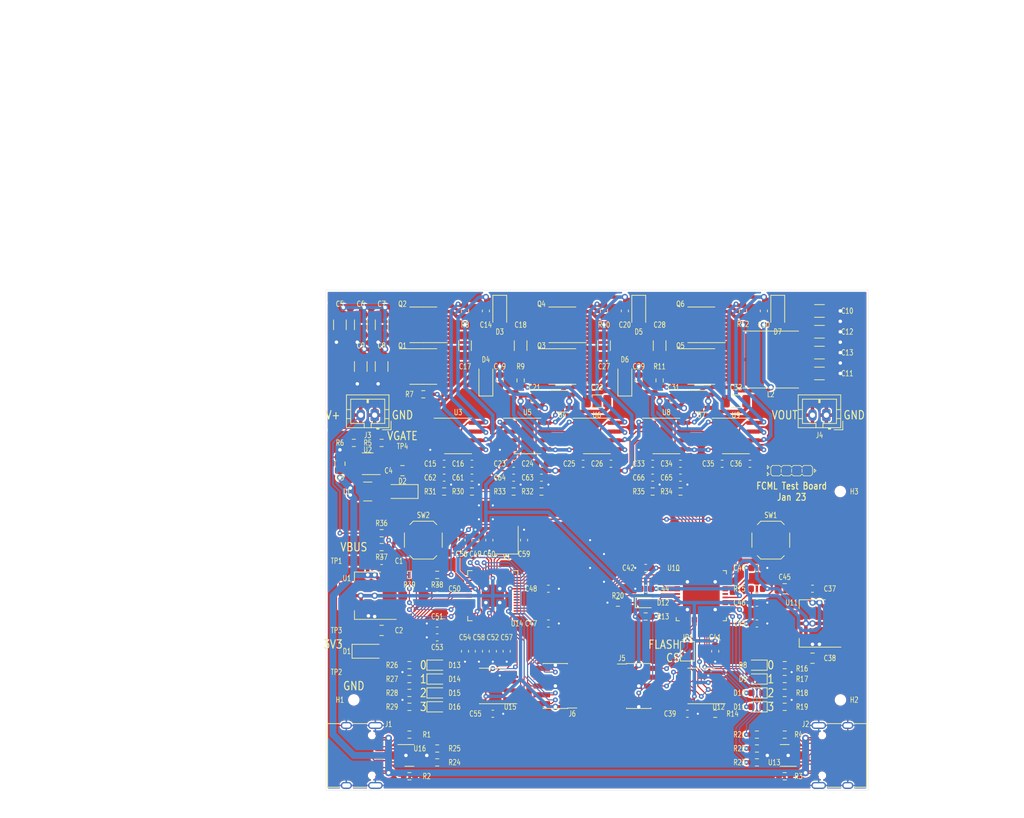
<source format=kicad_pcb>
(kicad_pcb (version 20211014) (generator pcbnew)
  (layers (0 "F.Cu" signal "Front") (31 "B.Cu" signal "Back") (34 "B.Paste" user) (35 "F.Paste" user) (36 "B.SilkS" user "B.Silkscreen") (37 "F.SilkS" user "F.Silkscreen") (38 "B.Mask" user) (39 "F.Mask" user) (44 "Edge.Cuts" user))
  (net 0 "")
  (net 1 "gnd")
  (net 2 "vgate")
  (net 3 "vusb")
  (net 4 "v3v3")
  (net 5 "reg_vgate.fb.output")
  (net 6 "conv.sw[0].low_gate_res.a")
  (net 7 "conv.sw[2].low_out")
  (net 8 "conv.sw[2].low_in")
  (net 9 "conv.sw[0].low_gate_res.b")
  (net 10 "conv.sw[1].low_in")
  (net 11 "conv.sw[0].high_gate_res.a")
  (net 12 "conv.sw[1].high_in")
  (net 13 "conv.sw[2].high_in")
  (net 14 "conv.sw[0].high_gate_res.b")
  (net 15 "conv.sw[1].low_gate_res.a")
  (net 16 "conv.sw[1].low_gate_res.b")
  (net 17 "reg_vgate.power_path.switch")
  (net 18 "conv.sw[2].low_boot_out")
  (net 19 "conv.sw[2].iso.pwr_b")
  (net 20 "conv.sw[2].low_boot_in")
  (net 21 "conv.sw[1].iso.pwr_b")
  (net 22 "conv.sw[2].driver.high_in")
  (net 23 "conv.sw[2].driver.low_in")
  (net 24 "conv.sw[0].high_boot_diode.cathode")
  (net 25 "conv.sw[2].high_boot_out")
  (net 26 "conv.sw[1].driver.high_in")
  (net 27 "conv.sw[1].driver.low_in")
  (net 28 "conv.sw[1].high_boot_out")
  (net 29 "mcu.crystal.crystal.a")
  (net 30 "mcu.crystal.crystal.b")
  (net 31 "mcu.swd.swd.reset")
  (net 32 "mcu.swd.swd.swdio")
  (net 33 "mcu.swd.swd.swclk")
  (net 34 "conv.pwr_out")
  (net 35 "mcu.swd.tdi")
  (net 36 "conv.pwr_in")
  (net 37 "conv.sw[1].high_gate_res.a")
  (net 38 "conv.sw[1].high_gate_res.b")
  (net 39 "conv.sw[2].high_gate_res.a")
  (net 40 "conv.sw[2].high_gate_res.b")
  (net 41 "conv.sw[2].low_gate_res.a")
  (net 42 "conv.sw[2].low_gate_res.b")
  (net 43 "pwm_filter.output.1L")
  (net 44 "pwm_filter.output.0H")
  (net 45 "pwm_filter.output.0L")
  (net 46 "pwm_filter.output.2H")
  (net 47 "pwm_filter.output.2L")
  (net 48 "pwm_filter.output.1H")
  (net 49 "cdone.res.a")
  (net 50 "usb_mcu.conn.A5")
  (net 51 "usb_mcu.conn.B5")
  (net 52 "fpga_led.led[3].res.a")
  (net 53 "usb_fpga.conn.A5")
  (net 54 "usb_fpga.conn.B5")
  (net 55 "fpga_led.led[2].res.a")
  (net 56 "fpga.gpio.pwm_2H")
  (net 57 "mcu_leds.led[1].res.a")
  (net 58 "fpga.gpio.pwm_2L")
  (net 59 "fpga.gpio.pwm_1H")
  (net 60 "fpga.gpio.pwm_1L")
  (net 61 "fpga.gpio.pwm_0H")
  (net 62 "fpga.gpio.pwm_0L")
  (net 63 "mcu_leds.led[3].res.a")
  (net 64 "fpga_led.led[1].res.a")
  (net 65 "mcu_leds.led[2].res.a")
  (net 66 "fpga_led.led[0].res.a")
  (net 67 "fpga.vcc_reg.pwr_out")
  (net 68 "fpga.pll_res.pwr_out")
  (net 69 "mcu_leds.led[0].res.a")
  (net 70 "fpga.ic.spi_config_cs")
  (net 71 "fpga.ic.creset_b")
  (net 72 "usb_mcu_chain_0.d_N")
  (net 73 "usb_mcu_chain_0.d_P")
  (net 74 "usb_fpga_bitbang.dm")
  (net 75 "usb_fpga_chain_0.d_N")
  (net 76 "usb_fpga_bitbang.dp")
  (net 77 "usb_fpga_chain_0.d_P")
  (net 78 "usb_fpga_bitbang.dp_pull")
  (net 79 "mcu.ic.qspi_cs")
  (net 80 "mcu.ic.qspi.miso")
  (net 81 "mcu.ic.qspi.mosi")
  (net 82 "mcu.ic.qspi.sck")
  (net 83 "fpga.ic.spi_config.miso")
  (net 84 "fpga.ic.spi_config.mosi")
  (net 85 "fpga.ic.spi_config.sck")
  (net 86 "mcu_sw.out")
  (net 87 "mcu.gpio.led_0")
  (net 88 "mcu.gpio.led_1")
  (net 89 "mcu.gpio.led_2")
  (net 90 "mcu.gpio.led_3")
  (net 91 "mcu.ic.vreg_vout")
  (net 92 "fpga.gpio.led_1")
  (net 93 "fpga.gpio.led_3")
  (net 94 "fpga.gpio.led_2")
  (net 95 "fpga.cdone")
  (net 96 "fpga.gpio.led_0")
  (net 97 "fpga_sw.out")
  (net 98 "mcu.usb_chain_0.d_N")
  (net 99 "mcu.usb_chain_0.d_P")
  (net 100 "fpga.cs_jmp.output")
  (net 101 "mcu.swd.swo")
  (net 102 "mcu.gpio.fpga4")
  (net 103 "mcu.gpio.fpga3")
  (net 104 "mcu.gpio.fpga2")
  (net 105 "mcu.gpio.fpga1")
  (net 106 "conv_out_sense.output")
  (net 107 "conv_in_sense.output")
  (footprint "Capacitor_SMD:C_0603_1608Metric" (layer "F.Cu") (at 73 126 180)
    (fp_text reference "C33")
    (fp_text value "")
  )
  (footprint "Capacitor_SMD:C_0603_1608Metric" (layer "F.Cu") (at 42 149 180)
    (fp_text reference "C51")
    (fp_text value "")
  )
  (footprint "Capacitor_SMD:C_0603_1608Metric" (layer "F.Cu") (at 82 153 -90)
    (fp_text reference "C41")
    (fp_text value "")
  )
  (footprint "Capacitor_SMD:C_0603_1608Metric" (layer "F.Cu") (at 42 144 180)
    (fp_text reference "C50")
    (fp_text value "")
  )
  (footprint "Package_SO:SOIC-8_3.9x4.9mm_P1.27mm" (layer "F.Cu") (at 64.98 122)
    (fp_text reference "U6")
    (fp_text value "IR2301 (Infineon Technologies)")
  )
  (footprint "Capacitor_SMD:C_0603_1608Metric" (layer "F.Cu") (at 87 126)
    (fp_text reference "C36")
    (fp_text value "")
  )
  (footprint "Package_DFN_QFN:QFN-48-1EP_7x7mm_P0.5mm_EP5.3x5.3mm" (layer "F.Cu") (at 80 145)
    (fp_text reference "U10")
    (fp_text value "ICE40UP5K-SG48 (Lattice Semiconductor Corporation)")
  )
  (footprint "LED_SMD:LED_0603_1608Metric" (layer "F.Cu") (at 88 157 180)
    (fp_text reference "D9")
    (fp_text value "KT-0603R (Hubei KENTO Elec) - Red 615~630nm 1.9~2.2V 0603 Light Emitting Diodes (LED) RoHS")
  )
  (footprint "Diode_SMD:D_SOD-123" (layer "F.Cu") (at 32 153)
    (fp_text reference "D1")
    (fp_text value "BZT52C3V6 (SMC(Sangdest Microelectronicstronic (Nanjing))) - 5?A@1V 90? Single 3.6V~3.8V 350mW 3.4V SOD-123 Zener Diodes ROHS")
  )
  (footprint "Package_TO_SOT_SMD:SOT-23-5" (layer "F.Cu") (at 60 117)
    (fp_text reference "U4")
    (fp_text value "AP2204K-3.3 (Diodes Incorporated)")
  )
  (footprint "Resistor_SMD:R_0603_1608Metric" (layer "F.Cu") (at 38 155 180)
    (fp_text reference "R26")
    (fp_text value "")
  )
  (footprint "Capacitor_SMD:C_0603_1608Metric" (layer "F.Cu") (at 45.5 137 90)
    (fp_text reference "C56")
    (fp_text value "")
  )
  (footprint "Resistor_SMD:R_0603_1608Metric" (layer "F.Cu") (at 40 116 180)
    (fp_text reference "R7")
    (fp_text value "")
  )
  (footprint "Diode_SMD:D_SOD-123" (layer "F.Cu") (at 69 114 90)
    (fp_text reference "D6")
    (fp_text value "B5819W SL (Changjiang Electronics Tech (CJ)) - 40V 600mV@1A 1A SOD-123 Schottky Barrier Diodes (SBD) ROHS")
  )
  (footprint "Resistor_SMD:R_0603_1608Metric" (layer "F.Cu") (at 43 130 180)
    (fp_text reference "R31")
    (fp_text value "")
  )
  (footprint "Resistor_SMD:R_0603_1608Metric" (layer "F.Cu") (at 54 114 90)
    (fp_text reference "R9")
    (fp_text value "")
  )
  (footprint "Package_TO_SOT_SMD:SOT-223-3_TabPin2" (layer "F.Cu") (at 96 149 180)
    (fp_text reference "U11")
    (fp_text value "LD1117S12TR (STMicroelectronics)")
  )
  (footprint "Capacitor_SMD:C_0603_1608Metric" (layer "F.Cu") (at 63 126 180)
    (fp_text reference "C25")
    (fp_text value "")
  )
  (footprint "Package_SO:SOIC-8_3.9x4.9mm_P1.27mm" (layer "F.Cu") (at 45 122)
    (fp_text reference "U3")
    (fp_text value "IR2301 (Infineon Technologies)")
  )
  (footprint "Diode_SMD:D_SOD-123" (layer "F.Cu") (at 91 104 -90)
    (fp_text reference "D7")
    (fp_text value "B5819W SL (Changjiang Electronics Tech (CJ)) - 40V 600mV@1A 1A SOD-123 Schottky Barrier Diodes (SBD) ROHS")
  )
  (footprint "Resistor_SMD:R_0603_1608Metric" (layer "F.Cu") (at 34 138 180)
    (fp_text reference "R37")
    (fp_text value "")
  )
  (footprint "Button_Switch_SMD:SW_SPST_SKQG_WithoutStem" (layer "F.Cu") (at 90 137)
    (fp_text reference "SW1")
    (fp_text value "5.1mm switch")
  )
  (footprint "Capacitor_SMD:C_0805_2012Metric" (layer "F.Cu") (at 34 150)
    (fp_text reference "C2")
    (fp_text value "")
  )
  (footprint "Capacitor_SMD:C_0603_1608Metric" (layer "F.Cu") (at 83 126 180)
    (fp_text reference "C35")
    (fp_text value "")
  )
  (footprint "Capacitor_SMD:C_0603_1608Metric" (layer "F.Cu") (at 50 162)
    (fp_text reference "C55")
    (fp_text value "")
  )
  (footprint "Connector_PinHeader_1.27mm:PinHeader_2x05_P1.27mm_Vertical_SMD" (layer "F.Cu") (at 59 158 180)
    (fp_text reference "J6")
    (fp_text value "X1270WVS-2x05B-6TV01 (XKB Connectivity) - SWD")
  )
  (footprint "edg:JlcToolingHole_1.152mm" (layer "F.Cu") (at 100.025 160)
    (fp_text reference "H2")
    (fp_text value "")
  )
  (footprint "Package_SO:SOIC-8_3.9x4.9mm_P1.27mm" (layer "F.Cu") (at 80 112)
    (fp_text reference "Q5")
    (fp_text value "HSM4410 (HUASHUO) - 30V 12A 2.5W 9.5m?@10V,12A 2.5V@250?A N Channel SOP-8 MOSFETs ROHS")
  )
  (footprint "edg:TestPoint_TE_RCT_0805" (layer "F.Cu") (at 30 150)
    (fp_text reference "TP3")
    (fp_text value "5015 (Keystone) - v3v3")
  )
  (footprint "Capacitor_SMD:C_0603_1608Metric" (layer "F.Cu") (at 46 153 -90)
    (fp_text reference "C54")
    (fp_text value "")
  )
  (footprint "Capacitor_SMD:C_0603_1608Metric" (layer "F.Cu") (at 71 114 90)
    (fp_text reference "C29")
    (fp_text value "")
  )
  (footprint "Capacitor_SMD:C_0603_1608Metric" (layer "F.Cu") (at 77 126)
    (fp_text reference "C34")
    (fp_text value "")
  )
  (footprint "Package_TO_SOT_SMD:SOT-223-3_TabPin2" (layer "F.Cu") (at 32 145 180)
    (fp_text reference "U1")
    (fp_text value "LD1117S33TR (STMicroelectronics)")
  )
  (footprint "Capacitor_SMD:C_0603_1608Metric" (layer "F.Cu") (at 78 162)
    (fp_text reference "C39")
    (fp_text value "")
  )
  (footprint "Package_TO_SOT_SMD:SOT-23-5" (layer "F.Cu") (at 80 117)
    (fp_text reference "U7")
    (fp_text value "AP2204K-3.3 (Diodes Incorporated)")
  )
  (footprint "Package_SO:SOIC-8_3.9x4.9mm_P1.27mm" (layer "F.Cu") (at 60 106 180)
    (fp_text reference "Q4")
    (fp_text value "HSM4410 (HUASHUO) - 30V 12A 2.5W 9.5m?@10V,12A 2.5V@250?A N Channel SOP-8 MOSFETs ROHS")
  )
  (footprint "Capacitor_SMD:C_0603_1608Metric" (layer "F.Cu") (at 52 153 -90)
    (fp_text reference "C57")
    (fp_text value "")
  )
  (footprint "edg:TestPoint_TE_RCT_0805" (layer "F.Cu") (at 30 140)
    (fp_text reference "TP1")
    (fp_text value "5015 (Keystone) - vusb")
  )
  (footprint "Resistor_SMD:R_0603_1608Metric" (layer "F.Cu") (at 42 142 180)
    (fp_text reference "R38")
    (fp_text value "")
  )
  (footprint "Capacitor_SMD:C_0603_1608Metric" (layer "F.Cu") (at 58 149)
    (fp_text reference "C47")
    (fp_text value "")
  )
  (footprint "Capacitor_SMD:C_1206_3216Metric" (layer "F.Cu") (at 54 109 -90)
    (fp_text reference "C18")
    (fp_text value "")
  )
  (footprint "Capacitor_SMD:C_1206_3216Metric" (layer "F.Cu") (at 97 107)
    (fp_text reference "C12")
    (fp_text value "")
  )
  (footprint "Resistor_SMD:R_0603_1608Metric" (layer "F.Cu") (at 38 165 180)
    (fp_text reference "R1")
    (fp_text value "")
  )
  (footprint "Package_DFN_QFN:QFN-56-1EP_7x7mm_P0.4mm_EP3.2x3.2mm" (layer "F.Cu") (at 50 145 180)
    (fp_text reference "U14")
    (fp_text value "RP2040 (Raspberry Pi)")
  )
  (footprint "Capacitor_SMD:C_1206_3216Metric" (layer "F.Cu") (at 85 117)
    (fp_text reference "C32")
    (fp_text value "")
  )
  (footprint "LED_SMD:LED_0603_1608Metric" (layer "F.Cu") (at 42 161)
    (fp_text reference "D16")
    (fp_text value "KT-0603R (Hubei KENTO Elec) - Red 615~630nm 1.9~2.2V 0603 Light Emitting Diodes (LED) RoHS")
  )
  (footprint "Resistor_SMD:R_0603_1608Metric" (layer "F.Cu") (at 92 157)
    (fp_text reference "R17")
    (fp_text value "")
  )
  (footprint "Capacitor_SMD:C_0603_1608Metric" (layer "F.Cu") (at 49 104 -90)
    (fp_text reference "C14")
    (fp_text value "")
  )
  (footprint "Diode_SMD:D_SOD-123" (layer "F.Cu") (at 37 130 180)
    (fp_text reference "D2")
    (fp_text value "B0520W (Shikues) - 20V 390mV@500mA 500mA SOD-123 Schottky Barrier Diodes (SBD) ROHS")
  )
  (footprint "Resistor_SMD:R_0603_1608Metric" (layer "F.Cu") (at 92 159)
    (fp_text reference "R18")
    (fp_text value "")
  )
  (footprint "LED_SMD:LED_0603_1608Metric" (layer "F.Cu") (at 72 146)
    (fp_text reference "D12")
    (fp_text value "KT-0603R (Hubei KENTO Elec) - Red 615~630nm 1.9~2.2V 0603 Light Emitting Diodes (LED) RoHS")
  )
  (footprint "Resistor_SMD:R_0603_1608Metric" (layer "F.Cu") (at 88 169)
    (fp_text reference "R23")
    (fp_text value "")
  )
  (footprint "Diode_SMD:D_SOD-123" (layer "F.Cu") (at 49 114 90)
    (fp_text reference "D4")
    (fp_text value "B5819W SL (Changjiang Electronics Tech (CJ)) - 40V 600mV@1A 1A SOD-123 Schottky Barrier Diodes (SBD) ROHS")
  )
  (footprint "Capacitor_SMD:C_0805_2012Metric" (layer "F.Cu") (at 28 126 90)
    (fp_text reference "C3")
    (fp_text value "")
  )
  (footprint "Capacitor_SMD:C_0603_1608Metric" (layer "F.Cu") (at 56 117 -90)
    (fp_text reference "C21")
    (fp_text value "")
  )
  (footprint "Connector_JST:JST_PH_B2B-PH-K_1x02_P2.00mm_Vertical" (layer "F.Cu") (at 33 119 180)
    (fp_text reference "J3")
    (fp_text value "B2B-PH-K (JST)")
  )
  (footprint "Package_TO_SOT_SMD:SOT-23" (layer "F.Cu") (at 92 168 180)
    (fp_text reference "U13")
    (fp_text value "ESDA5V3L (STMicroelectronics)")
  )
  (footprint "Capacitor_SMD:C_1206_3216Metric" (layer "F.Cu") (at 97 110)
    (fp_text reference "C13")
    (fp_text value "")
  )
  (footprint "Capacitor_SMD:C_1206_3216Metric" (layer "F.Cu") (at 31 106 -90)
    (fp_text reference "C6")
    (fp_text value "")
  )
  (footprint "edg:TestPoint_TE_RCT_0805" (layer "F.Cu") (at 37 125)
    (fp_text reference "TP4")
    (fp_text value "5015 (Keystone) - vgate")
  )
  (footprint "Capacitor_SMD:C_0603_1608Metric" (layer "F.Cu") (at 54.5 137 90)
    (fp_text reference "C59")
    (fp_text value "")
  )
  (footprint "Capacitor_SMD:C_0603_1608Metric" (layer "F.Cu") (at 76 117 -90)
    (fp_text reference "C31")
    (fp_text value "")
  )
  (footprint "Resistor_SMD:R_0603_1608Metric" (layer "F.Cu") (at 92 155)
    (fp_text reference "R16")
    (fp_text value "")
  )
  (footprint "edg:JlcToolingHole_1.152mm" (layer "F.Cu") (at 30 160)
    (fp_text reference "H1")
    (fp_text value "")
  )
  (footprint "Capacitor_SMD:C_0603_1608Metric" (layer "F.Cu") (at 96 144)
    (fp_text reference "C37")
    (fp_text value "")
  )
  (footprint "Capacitor_SMD:C_1206_3216Metric" (layer "F.Cu") (at 97 113)
    (fp_text reference "C11")
    (fp_text value "")
  )
  (footprint "Resistor_SMD:R_0603_1608Metric" (layer "F.Cu") (at 68 146 180)
    (fp_text reference "R20")
    (fp_text value "")
  )
  (footprint "Resistor_SMD:R_0603_1608Metric" (layer "F.Cu") (at 73 130 180)
    (fp_text reference "R35")
    (fp_text value "")
  )
  (footprint "Capacitor_SMD:C_0603_1608Metric" (layer "F.Cu") (at 34 140)
    (fp_text reference "C1")
    (fp_text value "")
  )
  (footprint "Resistor_SMD:R_0603_1608Metric" (layer "F.Cu") (at 38 171 180)
    (fp_text reference "R2")
    (fp_text value "")
  )
  (footprint "Diode_SMD:D_SOD-123" (layer "F.Cu") (at 51 104 -90)
    (fp_text reference "D3")
    (fp_text value "B5819W SL (Changjiang Electronics Tech (CJ)) - 40V 600mV@1A 1A SOD-123 Schottky Barrier Diodes (SBD) ROHS")
  )
  (footprint "Package_SO:SOIC-8_3.9x4.9mm_P1.27mm" (layer "F.Cu") (at 74.98 122)
    (fp_text reference "U8")
    (fp_text value "CBMuD1200L (Corebai)")
  )
  (footprint "Capacitor_SMD:C_0603_1608Metric" (layer "F.Cu") (at 49.5 137 -90)
    (fp_text reference "C60")
    (fp_text value "")
  )
  (footprint "Resistor_SMD:R_0603_1608Metric" (layer "F.Cu") (at 34 136)
    (fp_text reference "R36")
    (fp_text value "")
  )
  (footprint "LED_SMD:LED_0603_1608Metric" (layer "F.Cu") (at 42 155)
    (fp_text reference "D13")
    (fp_text value "KT-0603R (Hubei KENTO Elec) - Red 615~630nm 1.9~2.2V 0603 Light Emitting Diodes (LED) RoHS")
  )
  (footprint "Diode_SMD:D_SOD-123" (layer "F.Cu") (at 71 104 -90)
    (fp_text reference "D5")
    (fp_text value "B5819W SL (Changjiang Electronics Tech (CJ)) - 40V 600mV@1A 1A SOD-123 Schottky Barrier Diodes (SBD) ROHS")
  )
  (footprint "Package_SO:SOIC-8_3.9x4.9mm_P1.27mm" (layer "F.Cu") (at 40 112)
    (fp_text reference "Q1")
    (fp_text value "HSM4410 (HUASHUO) - 30V 12A 2.5W 9.5m?@10V,12A 2.5V@250?A N Channel SOP-8 MOSFETs ROHS")
  )
  (footprint "Resistor_SMD:R_0603_1608Metric" (layer "F.Cu") (at 53 130 180)
    (fp_text reference "R33")
    (fp_text value "")
  )
  (footprint "LED_SMD:LED_0603_1608Metric" (layer "F.Cu") (at 88 161 180)
    (fp_text reference "D11")
    (fp_text value "KT-0603R (Hubei KENTO Elec) - Red 615~630nm 1.9~2.2V 0603 Light Emitting Diodes (LED) RoHS")
  )
  (footprint "Capacitor_SMD:C_0805_2012Metric" (layer "F.Cu") (at 92 144)
    (fp_text reference "C45")
    (fp_text value "")
  )
  (footprint "Capacitor_SMD:C_0805_2012Metric" (layer "F.Cu") (at 37 127 180)
    (fp_text reference "C4")
    (fp_text value "")
  )
  (footprint "Resistor_SMD:R_0603_1608Metric" (layer "F.Cu") (at 86 104 -90)
    (fp_text reference "R12")
    (fp_text value "")
  )
  (footprint "Capacitor_SMD:C_0603_1608Metric" (layer "F.Cu") (at 57 128)
    (fp_text reference "C63")
    (fp_text value "")
  )
  (footprint "Resistor_SMD:R_0603_1608Metric" (layer "F.Cu") (at 82 162)
    (fp_text reference "R14")
    (fp_text value "")
  )
  (footprint "Capacitor_SMD:C_0603_1608Metric" (layer "F.Cu") (at 67 126)
    (fp_text reference "C26")
    (fp_text value "")
  )
  (footprint "Resistor_SMD:R_0603_1608Metric" (layer "F.Cu") (at 38 142 180)
    (fp_text reference "R39")
    (fp_text value "")
  )
  (footprint "Crystal:Crystal_SMD_3225-4Pin_3.2x2.5mm" (layer "F.Cu") (at 52 137 90)
    (fp_text reference "X1")
    (fp_text value "")
  )
  (footprint "Capacitor_SMD:C_0603_1608Metric" (layer "F.Cu") (at 42 151 180)
    (fp_text reference "C53")
    (fp_text value "")
  )
  (footprint "Capacitor_SMD:C_0603_1608Metric" (layer "F.Cu") (at 69 104 -90)
    (fp_text reference "C20")
    (fp_text value "")
  )
  (footprint "Resistor_SMD:R_0603_1608Metric" (layer "F.Cu") (at 66 104 -90)
    (fp_text reference "R10")
    (fp_text value "")
  )
  (footprint "Capacitor_SMD:C_0603_1608Metric" (layer "F.Cu") (at 50 153 -90)
    (fp_text reference "C52")
    (fp_text value "")
  )
  (footprint "edg:Indicator_LeadFree" (layer "F.Cu") (at 93 125)
    (fp_text reference "U18" hide)
    (fp_text value "LeadFree" hide)
  )
  (footprint "Capacitor_SMD:C_0603_1608Metric" (layer "F.Cu") (at 43 126 180)
    (fp_text reference "C15")
    (fp_text value "")
  )
  (footprint "Resistor_SMD:R_0603_1608Metric" (layer "F.Cu") (at 77 130 180)
    (fp_text reference "R34")
    (fp_text value "")
  )
  (footprint "Resistor_SMD:R_0603_1608Metric" (layer "F.Cu") (at 88 167)
    (fp_text reference "R22")
    (fp_text value "")
  )
  (footprint "edg:Symbol_Duckling" (layer "F.Cu") (at 100 126)
    (fp_text reference "U17" hide)
    (fp_text value "Duck" hide)
  )
  (footprint "Package_SO:SOIC-8_3.9x4.9mm_P1.27mm" (layer "F.Cu") (at 40 106 180)
    (fp_text reference "Q2")
    (fp_text value "HSM4410 (HUASHUO) - 30V 12A 2.5W 9.5m?@10V,12A 2.5V@250?A N Channel SOP-8 MOSFETs ROHS")
  )
  (footprint "LED_SMD:LED_0603_1608Metric" (layer "F.Cu") (at 88 159 180)
    (fp_text reference "D10")
    (fp_text value "KT-0603R (Hubei KENTO Elec) - Red 615~630nm 1.9~2.2V 0603 Light Emitting Diodes (LED) RoHS")
  )
  (footprint "edg:JlcToolingHole_1.152mm" (layer "F.Cu") (at 100 130)
    (fp_text reference "H3")
    (fp_text value "")
  )
  (footprint "Resistor_SMD:R_0603_1608Metric" (layer "F.Cu") (at 92 165)
    (fp_text reference "R4")
    (fp_text value "")
  )
  (footprint "Resistor_SMD:R_0603_1608Metric" (layer "F.Cu") (at 57 130 180)
    (fp_text reference "R32")
    (fp_text value "")
  )
  (footprint "edg:TestPoint_TE_RCT_0805" (layer "F.Cu") (at 30 156)
    (fp_text reference "TP2")
    (fp_text value "5015 (Keystone) - gnd")
  )
  (footprint "Capacitor_SMD:C_0603_1608Metric" (layer "F.Cu") (at 53 128)
    (fp_text reference "C64")
    (fp_text value "")
  )
  (footprint "Capacitor_SMD:C_0603_1608Metric" (layer "F.Cu") (at 73 128)
    (fp_text reference "C66")
    (fp_text value "")
  )
  (footprint "Capacitor_SMD:C_0603_1608Metric" (layer "F.Cu") (at 47.5 137 90)
    (fp_text reference "C49")
    (fp_text value "")
  )
  (footprint "Package_TO_SOT_SMD:SOT-23" (layer "F.Cu") (at 38 168)
    (fp_text reference "U16")
    (fp_text value "ESDA5V3L (STMicroelectronics)")
  )
  (footprint "Capacitor_SMD:C_0603_1608Metric" (layer "F.Cu") (at 77 128)
    (fp_text reference "C65")
    (fp_text value "")
  )
  (footprint "Capacitor_SMD:C_1206_3216Metric" (layer "F.Cu") (at 65 117)
    (fp_text reference "C22")
    (fp_text value "")
  )
  (footprint "Capacitor_SMD:C_1206_3216Metric" (layer "F.Cu") (at 66 109 -90)
    (fp_text reference "C27")
    (fp_text value "")
  )
  (footprint "Resistor_SMD:R_0603_1608Metric" (layer "F.Cu") (at 72 148)
    (fp_text reference "R13")
    (fp_text value "")
  )
  (footprint "Resistor_SMD:R_0603_1608Metric" (layer "F.Cu") (at 92 161)
    (fp_text reference "R19")
    (fp_text value "")
  )
  (footprint "Package_SO:SOIC-8_3.9x4.9mm_P1.27mm" (layer "F.Cu") (at 50 158 180)
    (fp_text reference "U15")
    (fp_text value "W25Q128JVSIQ (Winbond Electronics)")
  )
  (footprint "Capacitor_SMD:C_1206_3216Metric" (layer "F.Cu") (at 34 106 -90)
    (fp_text reference "C7")
    (fp_text value "")
  )
  (footprint "Inductor_SMD:L_Taiyo-Yuden_NR-80xx" (layer "F.Cu") (at 90 111)
    (fp_text reference "L2")
    (fp_text value "")
  )
  (footprint "Capacitor_SMD:C_0603_1608Metric" (layer "F.Cu") (at 89 104 -90)
    (fp_text reference "C30")
    (fp_text value "")
  )
  (footprint "Capacitor_SMD:C_0603_1608Metric" (layer "F.Cu") (at 88 141)
    (fp_text reference "C40")
    (fp_text value "")
  )
  (footprint "Resistor_SMD:R_0603_1608Metric" (layer "F.Cu") (at 34 123 180)
    (fp_text reference "R5")
    (fp_text value "")
  )
  (footprint "Capacitor_SMD:C_1206_3216Metric" (layer "F.Cu") (at 74 109 -90)
    (fp_text reference "C28")
    (fp_text value "")
  )
  (footprint "Capacitor_SMD:C_1206_3216Metric" (layer "F.Cu") (at 31 112 -90)
    (fp_text reference "C9")
    (fp_text value "")
  )
  (footprint "Resistor_SMD:R_0603_1608Metric" (layer "F.Cu") (at 47 130 180)
    (fp_text reference "R30")
    (fp_text value "")
  )
  (footprint "Package_SO:SOIC-8_3.9x4.9mm_P1.27mm" (layer "F.Cu") (at 60 112)
    (fp_text reference "Q3")
    (fp_text value "HSM4410 (HUASHUO) - 30V 12A 2.5W 9.5m?@10V,12A 2.5V@250?A N Channel SOP-8 MOSFETs ROHS")
  )
  (footprint "Capacitor_SMD:C_0603_1608Metric" (layer "F.Cu") (at 88 149)
    (fp_text reference "C43")
    (fp_text value "")
  )
  (footprint "Capacitor_SMD:C_0603_1608Metric" (layer "F.Cu") (at 47 128)
    (fp_text reference "C61")
    (fp_text value "")
  )
  (footprint "Button_Switch_SMD:SW_SPST_SKQG_WithoutStem" (layer "F.Cu") (at 40 137)
    (fp_text reference "SW2")
    (fp_text value "5.1mm switch")
  )
  (footprint "Resistor_SMD:R_0603_1608Metric" (layer "F.Cu") (at 88 144 180)
    (fp_text reference "R15")
    (fp_text value "")
  )
  (footprint "Capacitor_SMD:C_0603_1608Metric" (layer "F.Cu") (at 58 144)
    (fp_text reference "C48")
    (fp_text value "")
  )
  (footprint "Resistor_SMD:R_0603_1608Metric" (layer "F.Cu") (at 92 171)
    (fp_text reference "R3")
    (fp_text value "")
  )
  (footprint "LED_SMD:LED_0603_1608Metric" (layer "F.Cu") (at 42 159)
    (fp_text reference "D15")
    (fp_text value "KT-0603R (Hubei KENTO Elec) - Red 615~630nm 1.9~2.2V 0603 Light Emitting Diodes (LED) RoHS")
  )
  (footprint "Capacitor_SMD:C_0603_1608Metric" (layer "F.Cu") (at 51 114 90)
    (fp_text reference "C19")
    (fp_text value "")
  )
  (footprint "Resistor_SMD:R_0603_1608Metric" (layer "F.Cu") (at 30 123 180)
    (fp_text reference "R6")
    (fp_text value "")
  )
  (footprint "LED_SMD:LED_0603_1608Metric" (layer "F.Cu") (at 42 157)
    (fp_text reference "D14")
    (fp_text value "KT-0603R (Hubei KENTO Elec) - Red 615~630nm 1.9~2.2V 0603 Light Emitting Diodes (LED) RoHS")
  )
  (footprint "Resistor_SMD:R_0603_1608Metric" (layer "F.Cu") (at 42 167 180)
    (fp_text reference "R25")
    (fp_text value "")
  )
  (footprint "Connector_USB:USB_C_Receptacle_XKB_U262-16XN-4BVC11" (layer "F.Cu") (at 100 168 90)
    (fp_text reference "J2")
    (fp_text value "COM-15111 (Sparkfun)")
  )
  (footprint "Capacitor_SMD:C_1206_3216Metric" (layer "F.Cu") (at 97 104)
    (fp_text reference "C10")
    (fp_text value "")
  )
  (footprint "Capacitor_SMD:C_0603_1608Metric" (layer "F.Cu") (at 72 144 180)
    (fp_text reference "C44")
    (fp_text value "")
  )
  (footprint "Package_SO:SOIC-8_3.9x4.9mm_P1.27mm" (layer "F.Cu") (at 80 106 180)
    (fp_text reference "Q6")
    (fp_text value "HSM4410 (HUASHUO) - 30V 12A 2.5W 9.5m?@10V,12A 2.5V@250?A N Channel SOP-8 MOSFETs ROHS")
  )
  (footprint "edg:Indicator_IdDots_4" (layer "F.Cu") (at 93 127)
    (fp_text reference "U19" hide)
    (fp_text value "IdDots4")
  )
  (footprint "Capacitor_SMD:C_0603_1608Metric" (layer "F.Cu") (at 53 126 180)
    (fp_text reference "C23")
    (fp_text value "")
  )
  (footprint "Inductor_SMD:L_1210_3225Metric" (layer "F.Cu") (at 32 130)
    (fp_text reference "L1")
    (fp_text value "")
  )
  (footprint "Package_SO:SOIC-8_3.9x4.9mm_P1.27mm" (layer "F.Cu") (at 54.98 122)
    (fp_text reference "U5")
    (fp_text value "CBMuD1200L (Corebai)")
  )
  (footprint "Package_SO:SOIC-8_3.9x4.9mm_P1.27mm" (layer "F.Cu") (at 84.98 122)
    (fp_text reference "U9")
    (fp_text value "IR2301 (Infineon Technologies)")
  )
  (footprint "Resistor_SMD:R_0603_1608Metric" (layer "F.Cu") (at 46 104 -90)
    (fp_text reference "R8")
    (fp_text value "")
  )
  (footprint "Capacitor_SMD:C_0603_1608Metric" (layer "F.Cu") (at 88 146)
    (fp_text reference "C46")
    (fp_text value "")
  )
  (footprint "Capacitor_SMD:C_0603_1608Metric" (layer "F.Cu") (at 47 126)
    (fp_text reference "C16")
    (fp_text value "")
  )
  (footprint "Capacitor_SMD:C_1206_3216Metric" (layer "F.Cu") (at 34 112 -90)
    (fp_text reference "C8")
    (fp_text value "")
  )
  (footprint "Capacitor_SMD:C_0603_1608Metric" (layer "F.Cu") (at 57 126)
    (fp_text reference "C24")
    (fp_text value "")
  )
  (footprint "Capacitor_SMD:C_1206_3216Metric" (layer "F.Cu") (at 46 109 -90)
    (fp_text reference "C17")
    (fp_text value "")
  )
  (footprint "Capacitor_SMD:C_0603_1608Metric" (layer "F.Cu") (at 43 128)
    (fp_text reference "C62")
    (fp_text value "")
  )
  (footprint "LED_SMD:LED_0603_1608Metric" (layer "F.Cu") (at 88 155 180)
    (fp_text reference "D8")
    (fp_text value "KT-0603R (Hubei KENTO Elec) - Red 615~630nm 1.9~2.2V 0603 Light Emitting Diodes (LED) RoHS")
  )
  (footprint "Resistor_SMD:R_0603_1608Metric" (layer "F.Cu") (at 38 161 180)
    (fp_text reference "R29")
    (fp_text value "")
  )
  (footprint "Resistor_SMD:R_0603_1608Metric" (layer "F.Cu") (at 38 159 180)
    (fp_text reference "R28")
    (fp_text value "")
  )
  (footprint "Connector_PinHeader_1.27mm:PinHeader_2x05_P1.27mm_Vertical_SMD" (layer "F.Cu") (at 71 158)
    (fp_text reference "J5")
    (fp_text value "3220-10-0300-00 (CNC Tech) - iCE40Prog")
  )
  (footprint "Capacitor_SMD:C_0603_1608Metric" (layer "F.Cu") (at 72 141 180)
    (fp_text reference "C42")
    (fp_text value "")
  )
  (footprint "Connector_USB:USB_C_Receptacle_XKB_U262-16XN-4BVC11" (layer "F.Cu") (at 30 168 -90)
    (fp_text reference "J1")
    (fp_text value "COM-15111 (Sparkfun)")
  )
  (footprint "Capacitor_SMD:C_1206_3216Metric" (layer "F.Cu") (at 28 106 -90)
    (fp_text reference "C5")
    (fp_text value "")
  )
  (footprint "Capacitor_SMD:C_0603_1608Metric" (layer "F.Cu") (at 48 153 -90)
    (fp_text reference "C58")
    (fp_text value "")
  )
  (footprint "Package_SO:SOIC-8_3.9x4.9mm_P1.27mm" (layer "F.Cu") (at 80 158 180)
    (fp_text reference "U12")
    (fp_text value "W25Q128JVSIQ (Winbond Electronics)")
  )
  (footprint "Resistor_SMD:R_0603_1608Metric" (layer "F.Cu") (at 74 114 90)
    (fp_text reference "R11")
    (fp_text value "")
  )
  (footprint "Resistor_SMD:R_0603_1608Metric" (layer "F.Cu") (at 38 157 180)
    (fp_text reference "R27")
    (fp_text value "")
  )
  (footprint "Connector_JST:JST_PH_B2B-PH-K_1x02_P2.00mm_Vertical" (layer "F.Cu") (at 98 119 180)
    (fp_text reference "J4")
    (fp_text value "B2B-PH-K (JST)")
  )
  (footprint "Capacitor_SMD:C_0805_2012Metric" (layer "F.Cu") (at 96 154)
    (fp_text reference "C38")
    (fp_text value "")
  )
  (footprint "Resistor_SMD:R_0603_1608Metric" (layer "F.Cu") (at 42 169 180)
    (fp_text reference "R24")
    (fp_text value "")
  )
  (footprint "Jumper:SolderJumper-2_P1.3mm_Open_TrianglePad1.0x1.5mm" (layer "F.Cu") (at 78 153 -90)
    (fp_text reference "JP1")
    (fp_text value "")
  )
  (footprint "Resistor_SMD:R_0603_1608Metric" (layer "F.Cu") (at 88 165)
    (fp_text reference "R21")
    (fp_text value "")
  )
  (footprint "Package_TO_SOT_SMD:SOT-23-5" (layer "F.Cu") (at 32 126 180)
    (fp_text reference "U2")
    (fp_text value "AP3012K (Diodes Incorporated)")
  )
  (gr_rect (start 26 101) (end 104 173) (layer "Edge.Cuts") (width 0.0381) (fill none))
  (gr_text "2" (at 90 159) (layer "F.SilkS") (effects (font (size 1.2 1))))
  (gr_text "GND" (at 37 119) (layer "F.SilkS") (effects (font (size 1.2 1))))
  (gr_text "0" (at 40 155) (layer "F.SilkS") (effects (font (size 1.2 1))))
  (gr_text "GND" (at 30 158) (layer "F.SilkS") (effects (font (size 1.2 1))))
  (gr_text "1" (at 40 157) (layer "F.SilkS") (effects (font (size 1.2 1))))
  (gr_text "V+" (at 27 119) (layer "F.SilkS") (effects (font (size 1.2 1))))
  (gr_text "2" (at 40 159) (layer "F.SilkS") (effects (font (size 1.2 1))))
  (gr_text "FLASH\nCS" (at 77 153) (layer "F.SilkS") (effects (font (size 1.2 1)) (justify right)))
  (gr_text "3V3" (at 27 152) (layer "F.SilkS") (effects (font (size 1.2 1))))
  (gr_text "1" (at 90 157) (layer "F.SilkS") (effects (font (size 1.2 1))))
  (gr_text "VOUT" (at 92 119) (layer "F.SilkS") (effects (font (size 1.2 1))))
  (gr_text "VGATE" (at 37 122) (layer "F.SilkS") (effects (font (size 1.2 1))))
  (gr_text "3" (at 40 161) (layer "F.SilkS") (effects (font (size 1.2 1))))
  (gr_text "VBUS" (at 30 138) (layer "F.SilkS") (effects (font (size 1.2 1))))
  (gr_text "0" (at 90 155) (layer "F.SilkS") (effects (font (size 1.2 1))))
  (gr_text "3" (at 90 161) (layer "F.SilkS") (effects (font (size 1.2 1))))
  (gr_text "GND" (at 102 119) (layer "F.SilkS") (effects (font (size 1.2 1))))
  (gr_text "FCML Test Board\nJan 23" (at 93 130) (layer "F.SilkS") (effects (font (size 1 0.8))))
  (segment (start 72.405 123.905) (end 72.405 125) (width 0.2) (layer "F.Cu") (net 1))
  (segment (start 72.405 125) (end 72.225 125.18) (width 0.2) (layer "F.Cu") (net 1))
  (segment (start 28 125.05) (end 28 124) (width 0.5) (layer "F.Cu") (net 1))
  (segment (start 60.95 158) (end 59 158) (width 0.5) (layer "F.Cu") (net 1))
  (segment (start 47.775 128.775) (end 48 129) (width 0.2) (layer "F.Cu") (net 1))
  (segment (start 43.775 128.775) (end 44 129) (width 0.2) (layer "F.Cu") (net 1))
  (segment (start 43.775 128) (end 43.775 128.775) (width 0.2) (layer "F.Cu") (net 1))
  (segment (start 57.775 128) (end 57.775 128.775) (width 0.2) (layer "F.Cu") (net 1))
  (segment (start 67.175 146) (end 66.5 146) (width 0.2) (layer "F.Cu") (net 1))
  (segment (start 38.9375 168) (end 37.5 168) (width 0.2) (layer "F.Cu") (net 1))
  (segment (start 37.175 161) (end 37.175 160.175) (width 0.16) (layer "F.Cu") (net 1))
  (segment (start 91.0625 168) (end 92.5 168) (width 0.2) (layer "F.Cu") (net 1))
  (segment (start 31.75 124) (end 32.075 124.325) (width 0.5) (layer "F.Cu") (net 1))
  (segment (start 58.775 144) (end 59.5 144) (width 0.15) (layer "F.Cu") (net 1))
  (segment (start 47.5 136.225) (end 47.5 135.5) (width 0.2) (layer "F.Cu") (net 1))
  (segment (start 33.1375 126) (end 34 126) (width 0.5) (layer "F.Cu") (net 1))
  (segment (start 81.405 156.095) (end 81 156.5) (width 0.2) (layer "F.Cu") (net 1))
  (segment (start 54.5 136.225) (end 54.5 135.5) (width 0.15) (layer "F.Cu") (net 1))
  (segment (start 32.075 125.825) (end 32.25 126) (width 0.5) (layer "F.Cu") (net 1))
  (segment (start 33 148) (end 33.7 147.3) (width 0.5) (layer "F.Cu") (net 1))
  (segment (start 33.7 147.3) (end 35.15 147.3) (width 0.5) (layer "F.Cu") (net 1))
  (segment (start 37.175 160.175) (end 37 160) (width 0.16) (layer "F.Cu") (net 1))
  (segment (start 92.825 161) (end 92.825 155) (width 0.16) (layer "F.Cu") (net 1))
  (segment (start 88.775 149) (end 89.5 149) (width 0.15) (layer "F.Cu") (net 1))
  (segment (start 50 145) (end 51 146) (width 0.15) (layer "F.Cu") (net 1))
  (segment (start 52.405 123.905) (end 52.405 125) (width 0.2) (layer "F.Cu") (net 1))
  (segment (start 34 126) (end 35 127) (width 0.5) (layer "F.Cu") (net 1))
  (segment (start 50 145) (end 49 144) (width 0.15) (layer "F.Cu") (net 1))
  (segment (start 92.825 159) (end 92.825 159.825) (width 0.16) (layer "F.Cu") (net 1))
  (segment (start 60.46 155.46) (end 60 155) (width 0.5) (layer "F.Cu") (net 1))
  (segment (start 50 153.775) (end 50 154.5) (width 0.2) (layer "F.Cu") (net 1))
  (segment (start 91.0625 168) (end 89.5 168) (width 0.2) (layer "F.Cu") (net 1))
  (segment (start 73.775 128) (end 73.775 128.775) (width 0.2) (layer "F.Cu") (net 1))
  (segment (start 82 153.775) (end 82 154.5) (width 0.2) (layer "F.Cu") (net 1))
  (segment (start 71.225 144) (end 70.5 144) (width 0.15) (layer "F.Cu") (net 1))
  (segment (start 72.405 123.905) (end 71.095 123.905) (width 0.2) (layer "F.Cu") (net 1))
  (segment (start 32.075 124.325) (end 32.075 125.825) (width 0.5) (layer "F.Cu") (net 1))
  (segment (start 37.175 155) (end 37.175 161) (width 0.16) (layer "F.Cu") (net 1))
  (segment (start 37.175 155.825) (end 37 156) (width 0.16) (layer "F.Cu") (net 1))
  (segment (start 92.825 155.825) (end 93 156) (width 0.16) (layer "F.Cu") (net 1))
  (segment (start 77.775 128) (end 77.775 128.775) (width 0.2) (layer "F.Cu") (net 1))
  (segment (start 50.825 137.775) (end 51.15 138.1) (width 0.16) (layer "F.Cu") (net 1))
  (segment (start 60.95 158) (end 60.95 159.27) (width 0.5) (layer "F.Cu") (net 1))
  (segment (start 73.775 128.775) (end 74 129) (width 0.2) (layer "F.Cu") (net 1))
  (segment (start 52.405 123.905) (end 51.095 123.905) (width 0.2) (layer "F.Cu") (net 1))
  (segment (start 59 155) (end 60 155) (width 0.5) (layer "F.Cu") (net 1))
  (segment (start 97.7 151.3) (end 99.15 151.3) (width 0.5) (layer "F.Cu") (net 1))
  (segment (start 42.405 123.905) (end 42.405 125) (width 0.2) (layer "F.Cu") (net 1))
  (segment (start 50 145) (end 51 144) (width 0.15) (layer "F.Cu") (net 1))
  (segment (start 53.775 128) (end 53.775 128.775) (width 0.2) (layer "F.Cu") (net 1))
  (segment (start 49.5 137.775) (end 49.5 138.5) (width 0.15) (layer "F.Cu") (net 1))
  (segment (start 42.405 123.905) (end 41.095 123.905) (width 0.2) (layer "F.Cu") (net 1))
  (segment (start 71.095 123.905) (end 71 124) (width 0.2) (layer "F.Cu") (net 1))
  (segment (start 54.5 136.225) (end 53.175 136.225) (width 0.16) (layer "F.Cu") (net 1))
  (segment (start 47.775 128) (end 47.775 128.775) (width 0.2) (layer "F.Cu") (net 1))
  (segment (start 51.115 123.905) (end 51.02 124) (width 0.2) (layer "F.Cu") (net 1))
  (segment (start 60.95 155.46) (end 60.46 155.46) (width 0.5) (layer "F.Cu") (net 1))
  (segment (start 38.9375 168) (end 40.5 168) (width 0.2) (layer "F.Cu") (net 1))
  (segment (start 51.405 156.095) (end 51 156.5) (width 0.2) (layer "F.Cu") (net 1))
  (segment (start 77.775 128.775) (end 78 129) (width 0.2) (layer "F.Cu") (net 1))
  (segment (start 69.05 160.54) (end 70.54 160.54) (width 0.5) (layer "F.Cu") (net 1))
  (segment (start 70.54 160.54) (end 71 161) (width 0.5) (layer "F.Cu") (net 1))
  (segment (start 52.475 156.095) (end 51.405 156.095) (width 0.2) (layer "F.Cu") (net 1))
  (segment (start 48 153.775) (end 48 154.5) (width 0.2) (layer "F.Cu") (net 1))
  (segment (start 32.201376 148) (end 32.100688 147.899312) (width 0.5) (layer "F.Cu") (net 1))
  (segment (start 41.095 123.905) (end 41 124) (width 0.2) (layer "F.Cu") (net 1))
  (segment (start 28 123.5) (end 28 124) (width 0.5) (layer "F.Cu") (net 1))
  (segment (start 42.225 125.18) (end 42.225 126) (width 0.2) (layer "F.Cu") (net 1))
  (segment (start 97 152) (end 97.7 151.3) (width 0.5) (layer "F.Cu") (net 1))
  (segment (start 41.225 151) (end 40.5 151) (width 0.2) (layer "F.Cu") (net 1))
  (segment (start 69.05 158) (end 71 158) (width 0.5) (layer "F.Cu") (net 1))
  (segment (start 46 153.775) (end 46 154.5) (width 0.2) (layer "F.Cu") (net 1))
  (segment (start 92.825 159.825) (end 93 160) (width 0.16) (layer "F.Cu") (net 1))
  (segment (start 69.05 156.73) (end 69.05 158) (width 0.5) (layer "F.Cu") (net 1))
  (segment (start 88.775 141) (end 89.5 141) (width 0.2) (layer "F.Cu") (net 1))
  (segment (start 32.25 126) (end 33.1375 126) (width 0.5) (layer "F.Cu") (net 1))
  (segment (start 51 141.5625) (end 51 144) (width 0.2) (layer "F.Cu") (net 1))
  (segment (start 53.775 128.775) (end 54 129) (width 0.2) (layer "F.Cu") (net 1))
  (segment (start 41.225 149) (end 40.5 149) (width 0.15) (layer "F.Cu") (net 1))
  (segment (start 97 152) (end 96 152) (width 0.5) (layer "F.Cu") (net 1))
  (segment (start 53.175 136.225) (end 52.85 135.9) (width 0.16) (layer "F.Cu") (net 1))
  (segment (start 45.5 136.225) (end 45.5 135.5) (width 0.15) (layer "F.Cu") (net 1))
  (segment (start 52.225 125.18) (end 52.225 126) (width 0.2) (layer "F.Cu") (net 1))
  (segment (start 92.825 155) (end 92.825 155.825) (width 0.16) (layer "F.Cu") (net 1))
  (segment (start 72.225 125.18) (end 72.225 126) (width 0.2) (layer "F.Cu") (net 1))
  (segment (start 28.5 123) (end 28 123.5) (width 0.5) (layer "F.Cu") (net 1))
  (segment (start 50 145) (end 49 146) (width 0.15) (layer "F.Cu") (net 1))
  (segment (start 49.5 137.775) (end 50.825 137.775) (width 0.16) (layer "F.Cu") (net 1))
  (segment (start 42.405 125) (end 42.225 125.18) (width 0.2) (layer "F.Cu") (net 1))
  (segment (start 82.475 156.095) (end 81.405 156.095) (width 0.2) (layer "F.Cu") (net 1))
  (segment (start 41.225 144) (end 40.5 144) (width 0.15) (layer "F.Cu") (net 1))
  (segment (start 29.175 123) (end 28.5 123) (width 0.5) (layer "F.Cu") (net 1))
  (segment (start 58.775 149) (end 59.5 149) (width 0.15) (layer "F.Cu") (net 1))
  (segment (start 35 127) (end 36.05 127) (width 0.5) (layer "F.Cu") (net 1))
  (segment (start 50.775 162) (end 51.5 162) (width 0.16) (layer "F.Cu") (net 1))
  (segment (start 28 124) (end 31.75 124) (width 0.5) (layer "F.Cu") (net 1))
  (segment (start 88.775 146) (end 89.5 146) (width 0.2) (layer "F.Cu") (net 1))
  (segment (start 37.175 155) (end 37.175 155.825) (width 0.16) (layer "F.Cu") (net 1))
  (segment (start 52.405 125) (end 52.225 125.18) (width 0.2) (layer "F.Cu") (net 1))
  (segment (start 52 153.775) (end 52 154.5) (width 0.15) (layer "F.Cu") (net 1))
  (segment (start 78.775 162) (end 79.5 162) (width 0.2) (layer "F.Cu") (net 1))
  (segment (start 33 148) (end 32.201376 148) (width 0.5) (layer "F.Cu") (net 1))
  (segment (start 71.225 141) (end 70.5 141) (width 0.15) (layer "F.Cu") (net 1))
  (segment (start 57.775 128.775) (end 58 129) (width 0.2) (layer "F.Cu") (net 1))
  (via (at 100 105.5) (size 0.9) (drill 0.5) (layers "F.Cu" "B.Cu") (net 1))
  (via (at 45.5 135.5) (size 0.7) (drill 0.3) (layers "F.Cu" "B.Cu") (net 1))
  (via (at 50 132) (size 0.7) (drill 0.3) (layers "F.Cu" "B.Cu") (net 1))
  (via (at 52 154.5) (size 0.7) (drill 0.3) (layers "F.Cu" "B.Cu") (net 1))
  (via (at 46 154.5) (size 0.7) (drill 0.3) (layers "F.Cu" "B.Cu") (net 1))
  (via (at 78 129) (size 0.7) (drill 0.3) (layers "F.Cu" "B.Cu") (net 1))
  (via (at 33.5 114.5) (size 0.9) (drill 0.5) (layers "F.Cu" "B.Cu") (net 1))
  (via (at 49.5 138.5) (size 0.7) (drill 0.3) (layers "F.Cu" "B.Cu") (net 1))
  (via (at 49 146) (size 0.9) (drill 0.5) (layers "F.Cu" "B.Cu") (net 1))
  (via (at 89.5 146) (size 0.7) (drill 0.3) (layers "F.Cu" "B.Cu") (net 1))
  (via (at 59 155) (size 0.9) (drill 0.5) (layers "F.Cu" "B.Cu") (net 1))
  (via (at 33.5 108.5) (size 0.9) (drill 0.5) (layers "F.Cu" "B.Cu") (net 1))
  (via (at 59 158) (size 0.9) (drill 0.5) (layers "F.Cu" "B.Cu") (net 1))
  (via (at 71 158) (size 0.9) (drill 0.5) (layers "F.Cu" "B.Cu") (net 1))
  (via (at 100 110) (size 0.9) (drill 0.5) (layers "F.Cu" "B.Cu") (net 1))
  (via (at 82 147) (size 0.9) (drill 0.5) (layers "F.Cu" "B.Cu") (net 1))
  (via (at 51 156.5) (size 0.7) (drill 0.3) (layers "F.Cu" "B.Cu") (net 1))
  (via (at 100 113) (size 0.9) (drill 0.5) (layers "F.Cu" "B.Cu") (net 1))
  (via (at 40.5 168) (size 0.9) (drill 0.5) (layers "F.Cu" "B.Cu") (net 1))
  (via (at 97 152) (size 0.9) (drill 0.5) (layers "F.Cu" "B.Cu") (net 1))
  (via (at 100 104) (size 0.9) (drill 0.5) (layers "F.Cu" "B.Cu") (net 1))
  (via (at 49 144) (size 0.9) (drill 0.5) (layers "F.Cu" "B.Cu") (net 1))
  (via (at 70.5 144) (size 0.7) (drill 0.3) (layers "F.Cu" "B.Cu") (net 1))
  (via (at 51 146) (size 0.9) (drill 0.5) (layers "F.Cu" "B.Cu") (net 1))
  (via (at 50 154.5) (size 0.7) (drill 0.3) (layers "F.Cu" "B.Cu") (net 1))
  (via (at 48 129) (size 0.7) (drill 0.3) (layers "F.Cu" "B.Cu") (net 1))
  (via (at 48 134) (size 0.7) (drill 0.3) (layers "F.Cu" "B.Cu") (net 1))
  (via (at 100 111.5) (size 0.9) (drill 0.5) (layers "F.Cu" "B.Cu") (net 1))
  (via (at 37.5 168) (size 0.9) (drill 0.5) (layers "F.Cu" "B.Cu") (net 1))
  (via (at 71 124) (size 0.7) (drill 0.3) (layers "F.Cu" "B.Cu") (net 1))
  (via (at 30.5 114.5) (size 0.9) (drill 0.5) (layers "F.Cu" "B.Cu") (net 1))
  (via (at 48 132) (size 0.7) (drill 0.3) (layers "F.Cu" "B.Cu") (net 1))
  (via (at 27.5 108.5) (size 0.9) (drill 0.5) (layers "F.Cu" "B.Cu") (net 1))
  (via (at 70.5 141) (size 0.7) (drill 0.3) (layers "F.Cu" "B.Cu") (net 1))
  (via (at 92.5 168) (size 0.9) (drill 0.5) (layers "F.Cu" "B.Cu") (net 1))
  (via (at 51.5 162) (size 0.7) (drill 0.3) (layers "F.Cu" "B.Cu") (net 1))
  (via (at 51 144) (size 0.9) (drill 0.5) (layers "F.Cu" "B.Cu") (net 1))
  (via (at 74 129) (size 0.7) (drill 0.3) (layers "F.Cu" "B.Cu") (net 1))
  (via (at 100 107) (size 0.9) (drill 0.5) (layers "F.Cu" "B.Cu") (net 1))
  (via (at 81 156.5) (size 0.7) (drill 0.3) (layers "F.Cu" "B.Cu") (net 1))
  (via (at 71 161) (size 0.9) (drill 0.5) (layers "F.Cu" "B.Cu") (net 1))
  (via (at 47.5 135.5) (size 0.7) (drill 0.3) (layers "F.Cu" "B.Cu") (net 1))
  (via (at 64 141) (size 0.7) (drill 0.3) (layers "F.Cu" "B.Cu") (net 1))
  (via (at 89.5 141) (size 0.7) (drill 0.3) (layers "F.Cu" "B.Cu") (net 1))
  (via (at 89.5 168) (size 0.9) (drill 0.5) (layers "F.Cu" "B.Cu") (net 1))
  (via (at 40.5 149) (size 0.7) (drill 0.3) (layers "F.Cu" "B.Cu") (net 1))
  (via (at 78 147) (size 0.9) (drill 0.5) (layers "F.Cu" "B.Cu") (net 1))
  (via (at 51.02 124) (size 0.7) (drill 0.3) (layers "F.Cu" "B.Cu") (net 1))
  (via (at 40.5 151) (size 0.7) (drill 0.3) (layers "F.Cu" "B.Cu") (net 1))
  (via (at 93 156) (size 0.7) (drill 0.3) (layers "F.Cu" "B.Cu") (net 1))
  (via (at 89.5 149) (size 0.7) (drill 0.3) (layers "F.Cu" "B.Cu") (net 1))
  (via (at 54 129) (size 0.7) (drill 0.3) (layers "F.Cu" "B.Cu") (net 1))
  (via (at 40.5 144) (size 0.7) (drill 0.3) (layers "F.Cu" "B.Cu") (net 1))
  (via (at 37 160) (size 0.7) (drill 0.3) (layers "F.Cu" "B.Cu") (net 1))
  (via (at 33 148) (size 0.9) (drill 0.5) (layers "F.Cu" "B.Cu") (net 1))
  (via (at 79.5 162) (size 0.7) (drill 0.3) (layers "F.Cu" "B.Cu") (net 1))
  (via (at 82 154.5) (size 0.7) (drill 0.3) (layers "F.Cu" "B.Cu") (net 1))
  (via (at 82 143) (size 0.9) (drill 0.5) (layers "F.Cu" "B.Cu") (net 1))
  (via (at 59.5 149) (size 0.7) (drill 0.3) (layers "F.Cu" "B.Cu") (net 1))
  (via (at 44 129) (size 0.7) (drill 0.3) (layers "F.Cu" "B.Cu") (net 1))
  (via (at 30.5 108.5) (size 0.9) (drill 0.5) (layers "F.Cu" "B.Cu") (net 1))
  (via (at 58 129) (size 0.7) (drill 0.3) (layers "F.Cu" "B.Cu") (net 1))
  (via (at 93 160) (size 0.7) (drill 0.3) (layers "F.Cu" "B.Cu") (net 1))
  (via (at 66.5 146) (size 0.7) (drill 0.3) (layers "F.Cu" "B.Cu") (net 1))
  (via (at 32.100688 147.899312) (size 0.9) (drill 0.5) (layers "F.Cu" "B.Cu") (net 1))
  (via (at 28 124) (size 0.9) (drill 0.5) (layers "F.Cu" "B.Cu") (net 1))
  (via (at 50 134) (size 0.7) (drill 0.3) (layers "F.Cu" "B.Cu") (net 1))
  (via (at 66 139) (size 0.7) (drill 0.3) (layers "F.Cu" "B.Cu") (net 1))
  (via (at 37 156) (size 0.7) (drill 0.3) (layers "F.Cu" "B.Cu") (net 1))
  (via (at 66 143) (size 0.7) (drill 0.3) (layers "F.Cu" "B.Cu") (net 1))
  (via (at 41 124) (size 0.7) (drill 0.3) (layers "F.Cu" "B.Cu") (net 1))
  (via (at 59.5 144) (size 0.7) (drill 0.3) (layers "F.Cu" "B.Cu") (net 1))
  (via (at 78 143) (size 0.9) (drill 0.5) (layers "F.Cu" "B.Cu") (net 1))
  (via (at 64 137) (size 0.7) (drill 0.3) (layers "F.Cu" "B.Cu") (net 1))
  (via (at 96 152) (size 0.9) (drill 0.5) (layers "F.Cu" "B.Cu") (net 1))
  (via (at 100 108.5) (size 0.9) (drill 0.5) (layers "F.Cu" "B.Cu") (net 1))
  (via (at 54.5 135.5) (size 0.7) (drill 0.3) (layers "F.Cu" "B.Cu") (net 1))
  (via (at 48 154.5) (size 0.7) (drill 0.3) (layers "F.Cu" "B.Cu") (net 1))
  (segment (start 42.405 120.095) (end 43.37 120.095) (width 0.2) (layer "F.Cu") (net 2))
  (segment (start 43.775 120.5) (end 43.775 126) (width 0.2) (layer "F.Cu") (net 2))
  (segment (start 38.65 130) (end 38.65 128.7) (width 0.5) (layer "F.Cu") (net 2))
  (segment (start 42.405 120.095) (end 41.095 120.095) (width 0.2) (layer "F.Cu") (net 2))
  (segment (start 34.825 123) (end 35.5 123) (width 0.2) (layer "F.Cu") (net 2))
  (segment (start 37.95 125.95) (end 37.95 122.05) (width 0.5) (layer "F.Cu") (net 2))
  (segment (start 41 119) (end 42 118) (width 0.5) (layer "F.Cu") (net 2))
  (segment (start 36 123.5) (end 36 125) (width 0.2) (layer "F.Cu") (net 2))
  (segment (start 35.5 123) (end 36 123.5) (width 0.2) (layer "F.Cu") (net 2))
  (segment (start 41 120) (end 40.5 119.5) (width 0.2) (layer "F.Cu") (net 2))
  (segment (start 41.095 120.095) (end 41 120) (width 0.2) (layer "F.Cu") (net 2))
  (segment (start 37.95 128) (end 37.95 127) (width 0.5) (layer "F.Cu") (net 2))
  (segment (start 43.37 120.095) (end 43.775 120.5) (width 0.2) (layer "F.Cu") (net 2))
  (segment (start 47.65 112.35) (end 42 118) (width 0.5) (layer "F.Cu") (net 2))
  (segment (start 40 120) (end 40.5 119.5) (width 0.5) (layer "F.Cu") (net 2))
  (segment (start 40.5 119.5) (end 41 119) (width 0.5) (layer "F.Cu") (net 2))
  (segment (start 49 112.35) (end 47.65 112.35) (width 0.5) (layer "F.Cu") (net 2))
  (segment (start 37.95 127) (end 37.95 125.95) (width 0.5) (layer "F.Cu") (net 2))
  (segment (start 38.65 128.7) (end 37.95 128) (width 0.5) (layer "F.Cu") (net 2))
  (segment (start 37.95 125.95) (end 37.95 125.05) (width 0.5) (layer "F.Cu") (net 2))
  (segment (start 37.95 122.05) (end 40 120) (width 0.5) (layer "F.Cu") (net 2))
  (segment (start 29.5 129.5) (end 30.5 129.5) (width 0.5) (layer "F.Cu") (net 3))
  (segment (start 96.33 170.25) (end 95.25 170.25) (width 0.2) (layer "F.Cu") (net 3))
  (segment (start 30.8625 126.95) (end 28 126.95) (width 0.5) (layer "F.Cu") (net 3))
  (segment (start 34.95 165.45) (end 35 165.5) (width 0.2) (layer "F.Cu") (net 3))
  (segment (start 95.05 170.55) (end 95 170.5) (width 0.2) (layer "F.Cu") (net 3))
  (segment (start 95.25 170.25) (end 95 170.5) (width 0.2) (layer "F.Cu") (net 3))
  (segment (start 33.67 170.25) (end 34.75 170.25) (width 0.2) (layer "F.Cu") (net 3))
  (segment (start 34.75 165.75) (end 35 165.5) (width 0.2) (layer "F.Cu") (net 3))
  (segment (start 32 140) (end 32 142) (width 0.5) (layer "F.Cu") (net 3))
  (segment (start 33 142) (end 32 142) (width 0.5) (layer "F.Cu") (net 3))
  (segment (start 96.33 165.75) (end 95.25 165.75) (width 0.2) (layer "F.Cu") (net 3))
  (segment (start 30.8625 125.05) (end 30.8625 126.95) (width 0.2) (layer "F.Cu") (net 3))
  (segment (start 32 140) (end 33.225 140) (width 0.5) (layer "F.Cu") (net 3))
  (segment (start 29.5 130.5) (end 30.5 130.5) (width 0.5) (layer "F.Cu") (net 3))
  (segment (start 95.25 165.75) (end 95 165.5) (width 0.2) (layer "F.Cu") (net 3))
  (segment (start 33.67 165.45) (end 34.95 165.45) (width 0.2) (layer "F.Cu") (net 3))
  (segment (start 34.75 170.25) (end 35 170.5) (width 0.2) (layer "F.Cu") (net 3))
  (segment (start 34.95 170.55) (end 35 170.5) (width 0.2) (layer "F.Cu") (net 3))
  (segment (start 30.6 128.4) (end 30.6 130) (width 0.5) (layer "F.Cu") (net 3))
  (segment (start 33 142) (end 33.7 142.7) (width 0.5) (layer "F.Cu") (net 3))
  (segment (start 96.33 170.55) (end 95.05 170.55) (width 0.2) (layer "F.Cu") (net 3))
  (segment (start 96.33 165.45) (end 95.05 165.45) (width 0.2) (layer "F.Cu") (net 3))
  (segment (start 95.05 165.45) (end 95 165.5) (width 0.2) (layer "F.Cu") (net 3))
  (segment (start 33.7 142.7) (end 35.15 142.7) (width 0.5) (layer "F.Cu") (net 3))
  (segment (start 30.8625 126.95) (end 30.8625 128.1375) (width 0.5) (layer "F.Cu") (net 3))
  (segment (start 30.8625 128.1375) (end 30.6 128.4) (width 0.5) (layer "F.Cu") (net 3))
  (segment (start 33.67 170.55) (end 34.95 170.55) (width 0.2) (layer "F.Cu") (net 3))
  (segment (start 33.67 165.75) (end 34.75 165.75) (width 0.2) (layer "F.Cu") (net 3))
  (segment (start 30 140) (end 32 140) (width 0.5) (layer "F.Cu") (net 3))
  (segment (start 28 126.95) (end 28 128) (width 0.5) (layer "F.Cu") (net 3))
  (via (at 32 142) (size 0.9) (drill 0.5) (layers "F.Cu" "B.Cu") (net 3))
  (via (at 33 142) (size 0.9) (drill 0.5) (layers "F.Cu" "B.Cu") (net 3))
  (via (at 35 165.5) (size 0.9) (drill 0.5) (layers "F.Cu" "B.Cu") (net 3))
  (via (at 29.5 130.5) (size 0.9) (drill 0.5) (layers "F.Cu" "B.Cu") (net 3))
  (via (at 29.5 129.5) (size 0.9) (drill 0.5) (layers "F.Cu" "B.Cu") (net 3))
  (via (at 28 128) (size 0.9) (drill 0.5) (layers "F.Cu" "B.Cu") (net 3))
  (via (at 35 170.5) (size 0.9) (drill 0.5) (layers "F.Cu" "B.Cu") (net 3))
  (via (at 95 165.5) (size 0.9) (drill 0.5) (layers "F.Cu" "B.Cu") (net 3))
  (via (at 95 170.5) (size 0.9) (drill 0.5) (layers "F.Cu" "B.Cu") (net 3))
  (segment (start 35 168) (end 30 168) (width 1) (layer "B.Cu") (net 3))
  (segment (start 30 142) (end 33 142) (width 1) (layer "B.Cu") (net 3))
  (segment (start 35 165.5) (end 35 168) (width 1) (layer "B.Cu") (net 3))
  (segment (start 27 165) (end 27 145) (width 1) (layer "B.Cu") (net 3))
  (segment (start 27 145) (end 30 142) (width 1) (layer "B.Cu") (net 3))
  (segment (start 35 170.5) (end 95 170.5) (width 1) (layer "B.Cu") (net 3))
  (segment (start 95 170.5) (end 95 165.5) (width 1) (layer "B.Cu") (net 3))
  (segment (start 30 142) (end 30 131) (width 1) (layer "B.Cu") (net 3))
  (segment (start 30 168) (end 27 165) (width 1) (layer "B.Cu") (net 3))
  (segment (start 28 128) (end 29.5 129.5) (width 1) (layer "B.Cu") (net 3))
  (segment (start 29.5 130.5) (end 30 131) (width 1) (layer "B.Cu") (net 3))
  (segment (start 29.5 129.5) (end 29.5 130.5) (width 1) (layer "B.Cu") (net 3))
  (segment (start 35 168) (end 35 170.5) (width 1) (layer "B.Cu") (net 3))
  (segment (start 30.35 151.35) (end 30 151) (width 0.5) (layer "F.Cu") (net 4))
  (segment (start 33.05 150) (end 32 150) (width 0.5) (layer "F.Cu") (net 4))
  (segment (start 70.54 155.46) (end 71 155) (width 0.5) (layer "F.Cu") (net 4))
  (segment (start 80.5 162) (end 81.175 162) (width 0.2) (layer "F.Cu") (net 4))
  (segment (start 49.8 142.3) (end 50 142.5) (width 0.2) (layer "F.Cu") (net 4))
  (segment (start 30.35 153) (end 30.35 151.35) (width 0.5) (layer "F.Cu") (net 4))
  (segment (start 46.5625 147.6) (end 47.4 147.6) (width 0.2) (layer "F.Cu") (net 4))
  (segment (start 49 139) (end 48 139) (width 0.2) (layer "F.Cu") (net 4))
  (segment (start 83 149) (end 86.5 149) (width 0.15) (layer "F.Cu") (net 4))
  (segment (start 35.15 145) (end 31 145) (width 0.5) (layer "F.Cu") (net 4))
  (segment (start 46.5625 147.6) (end 45.4 147.6) (width 0.2) (layer "F.Cu") (net 4))
  (segment (start 72.775 141) (end 73.5 141) (width 0.15) (layer "F.Cu") (net 4))
  (segment (start 77.225 161.275) (end 77.5 161) (width 0.2) (layer "F.Cu") (net 4))
  (segment (start 49 158.77) (end 49.135 158.635) (width 0.2) (layer "F.Cu") (net 4))
  (segment (start 50 150.5) (end 50 152.225) (width 0.2) (layer "F.Cu") (net 4))
  (segment (start 46 151.5) (end 46 152.225) (width 0.2) (layer "F.Cu") (net 4))
  (segment (start 49.365 158.635) (end 50.635 157.365) (width 0.2) (layer "F.Cu") (net 4))
  (segment (start 81.75 150.75) (end 82 151) (width 0.2) (layer "F.Cu") (net 4))
  (segment (start 49.5 147.5) (end 49.8 147.8) (width 0.15) (layer "F.Cu") (net 4))
  (segment (start 49.8 141.5625) (end 49.8 142.3) (width 0.2) (layer "F.Cu") (net 4))
  (segment (start 83.45 143.75) (end 85.25 143.75) (width 0.2) (layer "F.Cu") (net 4))
  (segment (start 49.4 147.6) (end 49.4 148.4375) (width 0.15) (layer "F.Cu") (net 4))
  (segment (start 30 151) (end 30 150) (width 0.5) (layer "F.Cu") (net 4))
  (segment (start 52.6 147.6) (end 52.25 147.25) (width 0.2) (layer "F.Cu") (net 4))
  (segment (start 49.4 149.3) (end 49.8 149.7) (width 0.15) (layer "F.Cu") (net 4))
  (segment (start 49.225 161.225) (end 49 161) (width 0.2) (layer "F.Cu") (net 4))
  (segment (start 74 141) (end 73.5 141) (width 0.15) (layer "F.Cu") (net 4))
  (segment (start 77.225 162) (end 77.225 161.275) (width 0.2) (layer "F.Cu") (net 4))
  (segment (start 52.405 120.095) (end 51.095 120.095) (width 0.2) (layer "F.Cu") (net 4))
  (segment (start 79 159.5) (end 79 160) (width 0.2) (layer "F.Cu") (net 4))
  (segment (start 47.8 148.4375) (end 47.8 147.3) (width 0.2) (layer "F.Cu") (net 4))
  (segment (start 73.775 120.5) (end 73.37 120.095) (width 0.2) (layer "F.Cu") (net 4))
  (segment (start 69.05 155.46) (end 70.54 155.46) (width 0.5) (layer "F.Cu") (net 4))
  (segment (start 44 149) (end 42.775 149) (width 0.2) (layer "F.Cu") (net 4))
  (segment (start 46.5625 144) (end 47.5 144) (width 0.2) (layer "F.Cu") (net 4))
  (segment (start 49 161) (end 49 160) (width 0.2) (layer "F.Cu") (net 4))
  (segment (start 82 151) (end 82 152.225) (width 0.2) (layer "F.Cu") (net 4))
  (segment (start 49.225 162) (end 49.225 161.225) (width 0.2) (layer "F.Cu") (net 4))
  (segment (start 73.37 120.095) (end 72.405 120.095) (width 0.2) (layer "F.Cu") (net 4))
  (segment (start 32 150) (end 30 150) (width 0.5) (layer "F.Cu") (net 4))
  (segment (start 53.4375 144) (end 52.5 144) (width 0.2) (layer "F.Cu") (net 4))
  (segment (start 71.175 148) (end 70.5 148) (width 0.2) (layer "F.Cu") (net 4))
  (segment (start 49.5 147.5) (end 49.4 147.6) (width 0.15) (layer "F.Cu") (net 4))
  (segment (start 49.8 147.8) (end 49.8 148.4375) (width 0.15) (layer "F.Cu") (net 4))
  (segment (start 47.5 138.5) (end 47.5 137.775) (width 0.2) (layer "F.Cu") (net 4))
  (segment (start 32 150) (end 32 149) (width 0.5) (layer "F.Cu") (net 4))
  (segment (start 47.4 148.4375) (end 47.4 147.6) (width 0.2) (layer "F.Cu") (net 4))
  (segment (start 75.25 142.25) (end 74 141) (width 0.2) (layer "F.Cu") (net 4))
  (segment (start 79 161) (end 79.5 161) (width 0.2) (layer "F.Cu") (net 4))
  (segment (start 86.5 142.5) (end 86.5 141) (width 0.2) (layer "F.Cu") (net 4))
  (segment (start 49.8 139.8) (end 49 139) (width 0.2) (layer "F.Cu") (net 4))
  (segment (start 49 159.5) (end 49 158.77) (width 0.2) (layer "F.Cu") (net 4))
  (segment (start 85.25 143.75) (end 86.5 142.5) (width 0.2) (layer "F.Cu") (net 4))
  (segment (start 59 161) (end 60.49 161) (width 0.5) (layer "F.Cu") (net 4))
  (segment (start 53.775 126) (end 53.775 120.5) (width 0.2) (layer "F.Cu") (net 4))
  (segment (start 53.37 120.095) (end 52.405 120.095) (width 0.2) (layer "F.Cu") (net 4))
  (segment (start 81.75 148.45) (end 81.75 150.75) (width 0.2) (layer "F.Cu") (net 4))
  (segment (start 82.75 148.75) (end 83 149) (width 0.2) (layer "F.Cu") (net 4))
  (segment (start 87.225 141) (end 86.5 141) (width 0.2) (layer "F.Cu") (net 4))
  (segment (start 54.6 147.6) (end 56 149) (width 0.2) (layer "F.Cu") (net 4))
  (segment (start 78.635 158.635) (end 79 159) (width 0.2) (layer "F.Cu") (net 4))
  (segment (start 47.4 148.4375) (end 47.4 149.1) (width 0.2) (layer "F.Cu") (net 4))
  (segment (start 49.8 148.4375) (end 49.8 149.7) (width 0.2) (layer "F.Cu") (net 4))
  (segment (start 53.775 120.5) (end 53.37 120.095) (width 0.2) (layer "F.Cu") (net 4))
  (segment (start 77.525 158.635) (end 78.635 158.635) (width 0.2) (layer "F.Cu") (net 4))
  (segment (start 47.4 149.1) (end 45.5 151) (width 0.2) (layer "F.Cu") (net 4))
  (segment (start 31 145) (end 28.85 145) (width 0.5) (layer "F.Cu") (net 4))
  (segment (start 45.5 151) (end 42.775 151) (width 0.2) (layer "F.Cu") (net 4))
  (segment (start 49 160) (end 49 159.5) (width 0.2) (layer "F.Cu") (net 4))
  (segment (start 47.8 148.4375) (end 47.8 149.7) (width 0.2) (layer "F.Cu") (net 4))
  (segment (start 49.135 158.635) (end 49.365 158.635) (width 0.2) (layer "F.Cu") (net 4))
  (segment (start 77.525 159.905) (end 78.905 159.905) (width 0.2) (layer "F.Cu") (net 4))
  (segment (start 97.7 146.7) (end 99.15 146.7) (width 0.5) (layer "F.Cu") (net 4))
  (segment (start 82.75 148.45) (end 82.75 148.75) (width 0.2) (layer "F.Cu") (net 4))
  (segment (start 79 160) (end 79 161) (width 0.2) (layer "F.Cu") (net 4))
  (segment (start 46.5625 144) (end 42.775 144) (width 0.2) (layer "F.Cu") (net 4))
  (segment (start 50.635 157.365) (end 52.475 157.365) (width 0.2) (layer "F.Cu") (net 4))
  (segment (start 32 149) (end 31.05 148.05) (width 0.5) (layer "F.Cu") (net 4))
  (segment (start 57.225 149) (end 56 149) (width 0.2) (layer "F.Cu") (net 4))
  (segment (start 95.225 145.225) (end 95.225 144) (width 0.5) (layer "F.Cu") (net 4))
  (segment (start 79 159) (end 79 159.5) (width 0.2) (layer "F.Cu") (net 4))
  (segment (start 59 127) (end 69 127) (width 0.5) (layer "F.Cu") (net 4))
  (segment (start 49.8 150.3) (end 50 150.5) (width 0.2) (layer "F.Cu") (net 4))
  (segment (start 51.115 120.095) (end 51.02 120) (width 0.2) (layer "F.Cu") (net 4))
  (segment (start 48 139) (end 47.5 138.5) (width 0.2) (layer "F.Cu") (net 4))
  (segment (start 53.4375 147.6) (end 52.6 147.6) (width 0.2) (layer "F.Cu") (net 4))
  (segment (start 78.905 159.905) (end 79 160) (width 0.2) (layer "F.Cu") (net 4))
  (segment (start 49.8 149.7) (end 49.8 150.3) (width 0.2) (layer "F.Cu") (net 4))
  (segment (start 47.525 158.635) (end 49.135 158.635) (width 0.2) (layer "F.Cu") (net 4))
  (segment (start 47.8 149.7) (end 46 151.5) (width 0.2) (layer "F.Cu") (net 4))
  (segment (start 72.405 120.095) (end 71.095 120.095) (width 0.2) (layer "F.Cu") (net 4))
  (segment (start 97 146) (end 97.7 146.7) (width 0.5) (layer "F.Cu") (net 4))
  (segment (start 31.05 145.05) (end 31 145) (width 0.5) (layer "F.Cu") (net 4))
  (segment (start 49.4 148.4375) (end 49.4 149.3) (width 0.15) (layer "F.Cu") (net 4))
  (segment (start 74 141) (end 72.775 141) (width 0.2) (layer "F.Cu") (net 4))
  (segment (start 45.4 147.6) (end 44 149) (width 0.2) (layer "F.Cu") (net 4))
  (segment (start 31.05 148.05) (end 31.05 145.05) (width 0.5) (layer "F.Cu") (net 4))
  (segment (start 71.095 120.095) (end 71 120) (width 0.2) (layer "F.Cu") (net 4))
  (segment (start 77.5 161) (end 79 161) (width 0.2) (layer "F.Cu") (net 4))
  (segment (start 81.135 157.365) (end 81 157.5) (width 0.2) (layer "F.Cu") (net 4))
  (segment (start 53.4375 144) (end 57.225 144) (width 0.2) (layer "F.Cu") (net 4))
  (segment (start 79.5 161) (end 80.5 162) (width 0.2) (layer "F.Cu") (net 4))
  (segment (start 82.475 157.365) (end 81.135 157.365) (width 0.2) (layer "F.Cu") (net 4))
  (segment (start 76.55 142.25) (end 75.25 142.25) (width 0.2) (layer "F.Cu") (net 4))
  (segment (start 47.8 147.3) (end 47.75 147.25) (width 0.2) (layer "F.Cu") (net 4))
  (segment (start 82 152.225) (end 82 151.5) (width 0.15) (layer "F.Cu") (net 4))
  (segment (start 60.49 161) (end 60.95 160.54) (width 0.5) (layer "F.Cu") (net 4))
  (segment (start 96 146) (end 95.225 145.225) (width 0.5) (layer "F.Cu") (net 4))
  (segment (start 47.62 160) (end 49 160) (width 0.2) (layer "F.Cu") (net 4))
  (segment (start 47.4 147.6) (end 47.75 147.25) (width 0.2) (layer "F.Cu") (net 4))
  (segment (start 49.8 141.5625) (end 49.8 139.8) (width 0.2) (layer "F.Cu") (net 4))
  (segment (start 47.525 159.905) (end 47.62 160) (width 0.2) (layer "F.Cu") (net 4))
  (segment (start 73.775 126) (end 73.775 120.5) (width 0.2) (layer "F.Cu") (net 4))
  (segment (start 53.4375 147.6) (end 54.6 147.6) (width 0.2) (layer "F.Cu") (net 4))
  (segment (start 87.225 149) (end 86.5 149) (width 0.15) (layer "F.Cu") (net 4))
  (segment (start 83 149) (end 87.225 149) (width 0.2) (layer "F.Cu") (net 4))
  (via (at 49.5 147.5) (size 0.7) (drill 0.3) (layers "F.Cu" "B.Cu") (net 4))
  (via (at 51.02 120) (size 0.7) (drill 0.3) (layers "F.Cu" "B.Cu") (net 4))
  (via (at 71 120) (size 0.7) (drill 0.3) (layers "F.Cu" "B.Cu") (net 4))
  (via (at 82 151.5) (size 0.7) (drill 0.3) (layers "F.Cu" "B.Cu") (net 4))
  (via (at 33 145) (size 0.9) (drill 0.5) (layers "F.Cu" "B.Cu") (net 4))
  (via (at 47.5 144) (size 0.7) (drill 0.3) (layers "F.Cu" "B.Cu") (net 4))
  (via (at 52.25 147.25) (size 0.7) (drill 0.3) (layers "F.Cu" "B.Cu") (net 4))
  (via (at 70.5 148) (size 0.7) (drill 0.3) (layers "F.Cu" "B.Cu") (net 4))
  (via (at 81 157.5) (size 0.7) (drill 0.3) (layers "F.Cu" "B.Cu") (net 4))
  (via (at 69 127) (size 0.9) (drill 0.5) (layers "F.Cu" "B.Cu") (net 4))
  (via (at 97 146) (size 0.9) (drill 0.5) (layers "F.Cu" "B.Cu") (net 4))
  (via (at 96 146) (size 0.9) (drill 0.5) (layers "F.Cu" "B.Cu") (net 4))
  (via (at 71 155) (size 0.9) (drill 0.5) (layers "F.Cu" "B.Cu") (net 4))
  (via (at 50 142.5) (size 0.7) (drill 0.3) (layers "F.Cu" "B.Cu") (net 4))
  (via (at 79 159.5) (size 0.7) (drill 0.3) (layers "F.Cu" "B.Cu") (net 4))
  (via (at 49 159.5) (size 0.7) (drill 0.3) (layers "F.Cu" "B.Cu") (net 4))
  (via (at 52.5 144) (size 0.7) (drill 0.3) (layers "F.Cu" "B.Cu") (net 4))
  (via (at 59 161) (size 0.9) (drill 0.5) (layers "F.Cu" "B.Cu") (net 4))
  (via (at 31 145) (size 0.9) (drill 0.5) (layers "F.Cu" "B.Cu") (net 4))
  (via (at 86.5 141) (size 0.7) (drill 0.3) (layers "F.Cu" "B.Cu") (net 4))
  (via (at 73.5 141) (size 0.7) (drill 0.3) (layers "F.Cu" "B.Cu") (net 4))
  (via (at 47.75 147.25) (size 0.7) (drill 0.3) (layers "F.Cu" "B.Cu") (net 4))
  (via (at 59 127) (size 0.9) (drill 0.5) (layers "F.Cu" "B.Cu") (net 4))
  (via (at 86.5 149) (size 0.7) (drill 0.3) (layers "F.Cu" "B.Cu") (net 4))
  (segment (start 50 145) (end 50 142.5) (width 0.5) (layer "B.Cu") (net 4))
  (segment (start 51.02 120) (end 54.51 123.49) (width 0.5) (layer "B.Cu") (net 4))
  (segment (start 96 146) (end 97 146) (width 0.5) (layer "B.Cu") (net 4))
  (segment (start 58.02 127) (end 59 127) (width 0.5) (layer "B.Cu") (net 4))
  (segment (start 48 147) (end 47.75 147.25) (width 0.5) (layer "B.Cu") (net 4))
  (segment (start 71 155) (end 71 153) (width 0.5) (layer "B.Cu") (net 4))
  (segment (start 86.5 144.5) (end 86.5 141) (width 0.5) (layer "B.Cu") (net 4))
  (segment (start 79 149) (end 79 146) (width 0.5) (layer "B.Cu") (net 4))
  (segment (start 91 145) (end 87 145) (width 0.5) (layer "B.Cu") (net 4))
  (segment (start 49 135.5) (end 49 133) (width 0.5) (layer "B.Cu") (net 4))
  (segment (start 54 157) (end 51.5 159.5) (width 0.5) (layer "B.Cu") (net 4))
  (segment (start 48 144.5) (end 47.5 144) (width 0.5) (layer "B.Cu") (net 4))
  (segment (start 48 145) (end 48 147) (width 0.5) (layer "B.Cu") (net 4))
  (segment (start 76 145) (end 77 146) (width 0.5) (layer "B.Cu") (net 4))
  (segment (start 48 145) (end 48 144.5) (width 0.5) (layer "B.Cu") (net 4))
  (segment (start 54 149) (end 54 156) (width 0.5) (layer "B.Cu") (net 4))
  (segment (start 52.25 147.25) (end 54 149) (width 0.5) (layer "B.Cu") (net 4))
  (segment (start 72 142.5) (end 72 145) (width 0.5) (layer "B.Cu") (net 4))
  (segment (start 71 122) (end 71 120) (width 0.5) (layer "B.Cu") (net 4))
  (segment (start 69 127) (end 70 126) (width 0.5) (layer "B.Cu") (net 4))
  (segment (start 81 157.5) (end 79.5 157.5) (width 0.5) (layer "B.Cu") (net 4))
  (segment (start 70.5 148) (end 70.5 146.5) (width 0.5) (layer "B.Cu") (net 4))
  (segment (start 87 148.5) (end 87 146) (width 0.5) (layer "B.Cu") (net 4))
  (segment (start 71 148.5) (end 70.5 148) (width 0.5) (layer "B.Cu") (net 4))
  (segment (start 94.5 150) (end 94 149.5) (width 0.5) (layer "B.Cu") (net 4))
  (segment (start 70.5 145) (end 73 145) (width 0.5) (layer "B.Cu") (net 4))
  (segment (start 97 146) (end 97 149.5) (width 0.5) (layer "B.Cu") (net 4))
  (segment (start 73.5 141) (end 72 142.5) (width 0.5) (layer "B.Cu") (net 4))
  (segment (start 70.5 146.5) (end 70.5 145) (width 0.5) (layer "B.Cu") (net 4))
  (segment (start 52.25 147.25) (end 52.5 147) (width 0.5) (layer "B.Cu") (net 4))
  (segment (start 94 148) (end 91 145) (width 0.5) (layer "B.Cu") (net 4))
  (segment (start 50 147) (end 49.5 147.5) (width 0.5) (layer "B.Cu") (net 4))
  (segment (start 58 133) (end 70 145) (width 0.5) (layer "B.Cu") (net 4))
  (segment (start 54.51 123.49) (end 58.02 127) (width 0.5) (layer "B.Cu") (net 4))
  (segment (start 97 149.5) (end 96.5 150) (width 0.5) (layer "B.Cu") (net 4))
  (segment (start 86.5 144.5) (end 87 145) (width 0.5) (layer "B.Cu") (net 4))
  (segment (start 70 145) (end 70.5 145) (width 0.5) (layer "B.Cu") (net 4))
  (segment (start 72 145) (end 73 145) (width 0.5) (layer "B.Cu") (net 4))
  (segment (start 87 146) (end 87 145) (width 0.5) (layer "B.Cu") (net 4))
  (segment (start 70 126) (end 70 123) (width 0.5) (layer "B.Cu") (net 4))
  (segment (start 52.5 145) (end 50 145) (width 0.5) (layer "B.Cu") (net 4))
  (segment (start 51.5 159.5) (end 49 159.5) (width 0.5) (layer "B.Cu") (net 4))
  (segment (start 52.5 145.5) (end 52.5 145) (width 0.5) (layer "B.Cu") (net 4))
  (segment (start 49 133) (end 58 133) (width 0.5) (layer "B.Cu") (net 4))
  (segment (start 50 145) (end 48 145) (width 0.5) (layer "B.Cu") (net 4))
  (segment (start 70 123) (end 71 122) (width 0.5) (layer "B.Cu") (net 4))
  (segment (start 54 157) (end 54 156) (width 0.5) (layer "B.Cu") (net 4))
  (segment (start 96.5 150) (end 94.5 150) (width 0.5) (layer "B.Cu") (net 4))
  (segment (start 82 151.5) (end 79 151.5) (width 0.5) (layer "B.Cu") (net 4))
  (segment (start 71 153) (end 71 148.5) (width 0.5) (layer "B.Cu") (net 4))
  (segment (start 31 145) (end 48 145) (width 0.5) (layer "B.Cu") (net 4))
  (segment (start 79 151.5) (end 79 157.5) (width 0.5) (layer "B.Cu") (net 4))
  (segment (start 79 151.5) (end 79 149) (width 0.5) (layer "B.Cu") (net 4))
  (segment (start 47.5 144) (end 45 141.5) (width 0.5) (layer "B.Cu") (net 4))
  (segment (start 79 157.5) (end 79 159.5) (width 0.5) (layer "B.Cu") (net 4))
  (segment (start 49 129) (end 54.51 123.49) (width 0.5) (layer "B.Cu") (net 4))
  (segment (start 50 145) (end 50 147) (width 0.5) (layer "B.Cu") (net 4))
  (segment (start 79 146) (end 87 146) (width 0.5) (layer "B.Cu") (net 4))
  (segment (start 52.5 147) (end 52.5 145.5) (width 0.5) (layer "B.Cu") (net 4))
  (segment (start 52.5 144.5) (end 52.5 144) (width 0.5) (layer "B.Cu") (net 4))
  (segment (start 94 149.5) (end 94 148) (width 0.5) (layer "B.Cu") (net 4))
  (segment (start 86.5 149) (end 87 148.5) (width 0.5) (layer "B.Cu") (net 4))
  (segment (start 59 161) (end 58 161) (width 0.5) (layer "B.Cu") (net 4))
  (segment (start 52.5 145) (end 52.5 144.5) (width 0.5) (layer "B.Cu") (net 4))
  (segment (start 73 145) (end 76 145) (width 0.5) (layer "B.Cu") (net 4))
  (segment (start 45 141.5) (end 45 139.5) (width 0.5) (layer "B.Cu") (net 4))
  (segment (start 49 133) (end 49 129) (width 0.5) (layer "B.Cu") (net 4))
  (segment (start 58 161) (end 54 157) (width 0.5) (layer "B.Cu") (net 4))
  (segment (start 45 139.5) (end 49 135.5) (width 0.5) (layer "B.Cu") (net 4))
  (segment (start 77 146) (end 79 146) (width 0.5) (layer "B.Cu") (net 4))
  (segment (start 79.5 157.5) (end 79 157.5) (width 0.5) (layer "B.Cu") (net 4))
  (segment (start 33.1375 123.0375) (end 33.175 123) (width 0.2) (layer "F.Cu") (net 5))
  (segment (start 30.825 123) (end 33.175 123) (width 0.2) (layer "F.Cu") (net 5))
  (segment (start 33.1375 125.05) (end 33.1375 123.0375) (width 0.2) (layer "F.Cu") (net 5))
  (segment (start 48.905 123.905) (end 49 124) (width 0.5) (layer "F.Cu") (net 6))
  (segment (start 40.825 116) (end 42 116) (width 0.5) (layer "F.Cu") (net 6))
  (segment (start 47.455 123.905) (end 48.905 123.905) (width 0.5) (layer "F.Cu") (net 6))
  (via (at 49 124) (size 0.7) (drill 0.3) (layers "F.Cu" "B.Cu") (net 6))
  (via (at 42 116) (size 0.7) (drill 0.3) (layers "F.Cu" "B.Cu") (net 6))
  (segment (start 42 116) (end 43 117) (width 0.5) (layer "B.Cu") (net 6))
  (segment (start 43 118) (end 49 124) (width 0.5) (layer "B.Cu") (net 6))
  (segment (start 43 117) (end 43 118) (width 0.5) (layer "B.Cu") (net 6))
  (segment (start 86.365 122.635) (end 86 123) (width 0.2) (layer "F.Cu") (net 7))
  (segment (start 88.865 122.635) (end 89 122.5) (width 0.5) (layer "F.Cu") (net 7))
  (segment (start 87.5 125) (end 87.775 125.275) (width 0.2) (layer "F.Cu") (net 7))
  (segment (start 86 123) (end 86 124) (width 0.2) (layer "F.Cu") (net 7))
  (segment (start 87.775 125.275) (end 87.775 126) (width 0.2) (layer "F.Cu") (net 7))
  (segment (start 87.455 122.635) (end 88.865 122.635) (width 0.5) (layer "F.Cu") (net 7))
  (segment (start 87.555 122.635) (end 88.865 122.635) (width 0.2) (layer "F.Cu") (net 7))
  (segment (start 86 124) (end 87 125) (width 0.2) (layer "F.Cu") (net 7))
  (segment (start 87.555 122.635) (end 86.365 122.635) (width 0.2) (layer "F.Cu") (net 7))
  (segment (start 87 125) (end 87.5 125) (width 0.2) (layer "F.Cu") (net 7))
  (via (at 89 122.5) (size 0.7) (drill 0.3) (layers "F.Cu" "B.Cu") (net 7))
  (via (at 86 106) (size 0.9) (drill 0.5) (layers "F.Cu" "B.Cu") (net 7))
  (segment (start 90 122) (end 89.5 122.5) (width 0.5) (layer "B.Cu") (net 7))
  (segment (start 86 115) (end 90 119) (width 0.5) (layer "B.Cu") (net 7))
  (segment (start 89.5 122.5) (end 89 122.5) (width 0.5) (layer "B.Cu") (net 7))
  (segment (start 90 119) (end 90 122) (width 0.5) (layer "B.Cu") (net 7))
  (segment (start 86 106) (end 86 115) (width 0.5) (layer "B.Cu") (net 7))
  (segment (start 80.5 119) (end 82 119) (width 0.5) (layer "F.Cu") (net 8))
  (segment (start 77.555 123.905) (end 77.555 125) (width 0.2) (layer "F.Cu") (net 8))
  (segment (start 76.775 117.775) (end 76 117.775) (width 0.5) (layer "F.Cu") (net 8))
  (segment (start 80 118.5) (end 80.5 119) (width 0.5) (layer "F.Cu") (net 8))
  (segment (start 82.225 125.18) (end 82.225 126) (width 0.2) (layer "F.Cu") (net 8))
  (segment (start 86.5 118) (end 86.5 117.025) (width 0.5) (layer "F.Cu") (net 8))
  (segment (start 77.55 117) (end 77.025 117.525) (width 0.5) (layer "F.Cu") (net 8))
  (segment (start 78.905 123.905) (end 79 124) (width 0.2) (layer "F.Cu") (net 8))
  (segment (start 81.095 123.905) (end 81 124) (width 0.2) (layer "F.Cu") (net 8))
  (segment (start 77.555 123.905) (end 78.905 123.905) (width 0.2) (layer "F.Cu") (net 8))
  (segment (start 82.525 118.475) (end 86.025 118.475) (width 0.5) (layer "F.Cu") (net 8))
  (segment (start 78.8625 117) (end 79.5 117) (width 0.5) (layer "F.Cu") (net 8))
  (segment (start 82.405 123.905) (end 81.095 123.905) (width 0.2) (layer "F.Cu") (net 8))
  (segment (start 82.405 123.905) (end 82.405 125) (width 0.2) (layer "F.Cu") (net 8))
  (segment (start 77.025 117.525) (end 76.775 117.775) (width 0.5) (layer "F.Cu") (net 8))
  (segment (start 86.025 118.475) (end 86.5 118) (width 0.5) (layer "F.Cu") (net 8))
  (segment (start 77.775 125.22) (end 77.775 126) (width 0.2) (layer "F.Cu") (net 8))
  (segment (start 86.5 117.025) (end 86.475 117) (width 0.5) (layer "F.Cu") (net 8))
  (segment (start 78.8625 117) (end 77.55 117) (width 0.5) (layer "F.Cu") (net 8))
  (segment (start 79.5 117) (end 80 117.5) (width 0.5) (layer "F.Cu") (net 8))
  (segment (start 77.5 118) (end 77.025 117.525) (width 0.5) (layer "F.Cu") (net 8))
  (segment (start 77.555 125) (end 77.775 125.22) (width 0.2) (layer "F.Cu") (net 8))
  (segment (start 80 117.5) (end 80 118.5) (width 0.5) (layer "F.Cu") (net 8))
  (segment (start 82 119) (end 82.525 118.475) (width 0.5) (layer "F.Cu") (net 8))
  (segment (start 82.405 125) (end 82.225 125.18) (width 0.2) (layer "F.Cu") (net 8))
  (via (at 77.5 118) (size 0.9) (drill 0.5) (layers "F.Cu" "B.Cu") (net 8))
  (via (at 81 124) (size 0.7) (drill 0.3) (layers "F.Cu" "B.Cu") (net 8))
  (via (at 79 124) (size 0.7) (drill 0.3) (layers "F.Cu" "B.Cu") (net 8))
  (via (at 71 112) (size 0.9) (drill 0.5) (layers "F.Cu" "B.Cu") (net 8))
  (segment (start 73 119) (end 78 124) (width 0.5) (layer "B.Cu") (net 8))
  (segment (start 78 124) (end 81 124) (width 0.5) (layer "B.Cu") (net 8))
  (segment (start 71 114) (end 73 116) (width 0.5) (layer "B.Cu") (net 8))
  (segment (start 77 118) (end 75 116) (width 0.5) (layer "B.Cu") (net 8))
  (segment (start 71 112) (end 71 114) (width 0.5) (layer "B.Cu") (net 8))
  (segment (start 75 116) (end 73 116) (width 0.5) (layer "B.Cu") (net 8))
  (segment (start 73 116) (end 73 119) (width 0.5) (layer "B.Cu") (net 8))
  (segment (start 77.5 118) (end 77 118) (width 0.5) (layer "B.Cu") (net 8))
  (segment (start 37.525 113.905) (end 36.095 113.905) (width 0.5) (layer "F.Cu") (net 9))
  (segment (start 36 114) (end 36 115) (width 0.5) (layer "F.Cu") (net 9))
  (segment (start 37 116) (end 39.175 116) (width 0.5) (layer "F.Cu") (net 9))
  (segment (start 36 115) (end 37 116) (width 0.5) (layer "F.Cu") (net 9))
  (segment (start 36.095 113.905) (end 36 114) (width 0.5) (layer "F.Cu") (net 9))
  (segment (start 57.555 123.905) (end 57.555 125) (width 0.2) (layer "F.Cu") (net 10))
  (segment (start 57.555 125) (end 57.775 125.22) (width 0.2) (layer "F.Cu") (net 10))
  (segment (start 58.905 123.905) (end 59 124) (width 0.2) (layer "F.Cu") (net 10))
  (segment (start 66.475 118.025) (end 66.025 118.475) (width 0.5) (layer "F.Cu") (net 10))
  (segment (start 58.8625 117) (end 57.55 117) (width 0.5) (layer "F.Cu") (net 10))
  (segment (start 62.225 125.18) (end 62.225 126) (width 0.2) (layer "F.Cu") (net 10))
  (segment (start 60 117.5) (end 60 118.5) (width 0.5) (layer "F.Cu") (net 10))
  (segment (start 57.555 123.905) (end 58.905 123.905) (width 0.2) (layer "F.Cu") (net 10))
  (segment (start 61.095 123.905) (end 61 124) (width 0.2) (layer "F.Cu") (net 10))
  (segment (start 62 119) (end 62.525 118.475) (width 0.5) (layer "F.Cu") (net 10))
  (segment (start 62.405 123.905) (end 61.095 123.905) (width 0.2) (layer "F.Cu") (net 10))
  (segment (start 57.55 117) (end 57.025 117.525) (width 0.5) (layer "F.Cu") (net 10))
  (segment (start 58.8625 117) (end 59.5 117) (width 0.5) (layer "F.Cu") (net 10))
  (segment (start 60 118.5) (end 60.5 119) (width 0.5) (layer "F.Cu") (net 10))
  (segment (start 57.775 125.22) (end 57.775 126) (width 0.2) (layer "F.Cu") (net 10))
  (segment (start 62.405 125) (end 62.225 125.18) (width 0.2) (layer "F.Cu") (net 10))
  (segment (start 51 113.225) (end 51 112) (width 0.5) (layer "F.Cu") (net 10))
  (segment (start 59.5 117) (end 60 117.5) (width 0.5) (layer "F.Cu") (net 10))
  (segment (start 66.475 117) (end 66.475 118.025) (width 0.5) (layer "F.Cu") (net 10))
  (segment (start 62.525 118.475) (end 66.025 118.475) (width 0.5) (layer "F.Cu") (net 10))
  (segment (start 62.405 123.905) (end 62.405 125) (width 0.2) (layer "F.Cu") (net 10))
  (segment (start 57.5 118) (end 57.025 117.525) (width 0.5) (layer "F.Cu") (net 10))
  (segment (start 56.775 117.775) (end 56 117.775) (width 0.5) (layer "F.Cu") (net 10))
  (segment (start 60.5 119) (end 62 119) (width 0.5) (layer "F.Cu") (net 10))
  (segment (start 57.025 117.525) (end 56.775 117.775) (width 0.5) (layer "F.Cu") (net 10))
  (via (at 51 112) (size 0.9) (drill 0.5) (layers "F.Cu" "B.Cu") (net 10))
  (via (at 59 124) (size 0.7) (drill 0.3) (layers "F.Cu" "B.Cu") (net 10))
  (via (at 61 124) (size 0.7) (drill 0.3) (layers "F.Cu" "B.Cu") (net 10))
  (via (at 57.5 118) (size 0.9) (drill 0.5) (layers "F.Cu" "B.Cu") (net 10))
  (segment (start 57 118) (end 55 116) (width 0.5) (layer "B.Cu") (net 10))
  (segment (start 53 116) (end 53 119) (width 0.5) (layer "B.Cu") (net 10))
  (segment (start 53 119) (end 58 124) (width 0.5) (layer "B.Cu") (net 10))
  (segment (start 57.5 118) (end 57 118) (width 0.5) (layer "B.Cu") (net 10))
  (segment (start 51 114) (end 53 116) (width 0.5) (layer "B.Cu") (net 10))
  (segment (start 51 112) (end 51 114) (width 0.5) (layer "B.Cu") (net 10))
  (segment (start 55 116) (end 53 116) (width 0.5) (layer "B.Cu") (net 10))
  (segment (start 58 124) (end 61 124) (width 0.5) (layer "B.Cu") (net 10))
  (segment (start 48.865 121.365) (end 49 121.5) (width 0.5) (layer "F.Cu") (net 11))
  (segment (start 45 103) (end 45.175 103.175) (width 0.5) (layer "F.Cu") (net 11))
  (segment (start 45.175 103.175) (end 46 103.175) (width 0.5) (layer "F.Cu") (net 11))
  (segment (start 47.455 121.365) (end 48.865 121.365) (width 0.5) (layer "F.Cu") (net 11))
  (via (at 45 103) (size 0.7) (drill 0.3) (layers "F.Cu" "B.Cu") (net 11))
  (via (at 49 121.5) (size 0.7) (drill 0.3) (layers "F.Cu" "B.Cu") (net 11))
  (segment (start 44 104) (end 44 116.5) (width 0.5) (layer "B.Cu") (net 11))
  (segment (start 45 103) (end 44 104) (width 0.5) (layer "B.Cu") (net 11))
  (segment (start 44 116.5) (end 49 121.5) (width 0.5) (layer "B.Cu") (net 11))
  (segment (start 47.775 125.275) (end 47.775 126) (width 0.2) (layer "F.Cu") (net 12))
  (segment (start 46.365 122.635) (end 46 123) (width 0.2) (layer "F.Cu") (net 12))
  (segment (start 47.555 122.635) (end 48.865 122.635) (width 0.2) (layer "F.Cu") (net 12))
  (segment (start 48.865 122.635) (end 49 122.5) (width 0.5) (layer "F.Cu") (net 12))
  (segment (start 47 125) (end 47.5 125) (width 0.2) (layer "F.Cu") (net 12))
  (segment (start 46 124) (end 47 125) (width 0.2) (layer "F.Cu") (net 12))
  (segment (start 47.555 122.635) (end 46.365 122.635) (width 0.2) (layer "F.Cu") (net 12))
  (segment (start 46 123) (end 46 124) (width 0.2) (layer "F.Cu") (net 12))
  (segment (start 47.475 122.635) (end 48.865 122.635) (width 0.5) (layer "F.Cu") (net 12))
  (segment (start 47.5 125) (end 47.775 125.275) (width 0.2) (layer "F.Cu") (net 12))
  (via (at 46 106) (size 0.9) (drill 0.5) (layers "F.Cu" "B.Cu") (net 12))
  (via (at 49 122.5) (size 0.7) (drill 0.3) (layers "F.Cu" "B.Cu") (net 12))
  (segment (start 49.5 122.5) (end 49 122.5) (width 0.5) (layer "B.Cu") (net 12))
  (segment (start 50 122) (end 49.5 122.5) (width 0.5) (layer "B.Cu") (net 12))
  (segment (start 46 106) (end 46 115) (width 0.5) (layer "B.Cu") (net 12))
  (segment (start 50 119) (end 50 122) (width 0.5) (layer "B.Cu") (net 12))
  (segment (start 46 115) (end 50 119) (width 0.5) (layer "B.Cu") (net 12))
  (segment (start 67 125) (end 67.5 125) (width 0.2) (layer "F.Cu") (net 13))
  (segment (start 66 123) (end 66 124) (width 0.2) (layer "F.Cu") (net 13))
  (segment (start 67.5 125) (end 67.775 125.275) (width 0.2) (layer "F.Cu") (net 13))
  (segment (start 67.455 122.635) (end 68.865 122.635) (width 0.5) (layer "F.Cu") (net 13))
  (segment (start 66.365 122.635) (end 66 123) (width 0.2) (layer "F.Cu") (net 13))
  (segment (start 67.775 125.275) (end 67.775 126) (width 0.2) (layer "F.Cu") (net 13))
  (segment (start 66 124) (end 67 125) (width 0.2) (layer "F.Cu") (net 13))
  (segment (start 68.865 122.635) (end 69 122.5) (width 0.5) (layer "F.Cu") (net 13))
  (segment (start 67.555 122.635) (end 66.365 122.635) (width 0.2) (layer "F.Cu") (net 13))
  (via (at 66 106) (size 0.9) (drill 0.5) (layers "F.Cu" "B.Cu") (net 13))
  (via (at 69 122.5) (size 0.7) (drill 0.3) (layers "F.Cu" "B.Cu") (net 13))
  (segment (start 66 106) (end 66 115) (width 0.5) (layer "B.Cu") (net 13))
  (segment (start 70 122) (end 69.5 122.5) (width 0.5) (layer "B.Cu") (net 13))
  (segment (start 70 119) (end 70 122) (width 0.5) (layer "B.Cu") (net 13))
  (segment (start 66 115) (end 70 119) (width 0.5) (layer "B.Cu") (net 13))
  (segment (start 69.5 122.5) (end 69 122.5) (width 0.5) (layer "B.Cu") (net 13))
  (segment (start 44.095 104.095) (end 44.825 104.825) (width 0.5) (layer "F.Cu") (net 14))
  (segment (start 42.475 104.095) (end 44.095 104.095) (width 0.5) (layer "F.Cu") (net 14))
  (segment (start 44.825 104.825) (end 46 104.825) (width 0.5) (layer "F.Cu") (net 14))
  (segment (start 55 115) (end 54.825 114.825) (width 0.5) (layer "F.Cu") (net 15))
  (segment (start 67.455 123.905) (end 68.905 123.905) (width 0.5) (layer "F.Cu") (net 15))
  (segment (start 54.825 114.825) (end 54 114.825) (width 0.5) (layer "F.Cu") (net 15))
  (segment (start 68.905 123.905) (end 69 124) (width 0.5) (layer "F.Cu") (net 15))
  (via (at 55 115) (size 0.7) (drill 0.3) (layers "F.Cu" "B.Cu") (net 15))
  (via (at 69 124) (size 0.7) (drill 0.3) (layers "F.Cu" "B.Cu") (net 15))
  (segment (start 61 115) (end 63 117) (width 0.5) (layer "B.Cu") (net 15))
  (segment (start 63 118) (end 69 124) (width 0.5) (layer "B.Cu") (net 15))
  (segment (start 63 117) (end 63 118) (width 0.5) (layer "B.Cu") (net 15))
  (segment (start 55 115) (end 61 115) (width 0.5) (layer "B.Cu") (net 15))
  (segment (start 54 113.175) (end 55.175 113.175) (width 0.5) (layer "F.Cu") (net 16))
  (segment (start 57.525 113.905) (end 55.905 113.905) (width 0.5) (layer "F.Cu") (net 16))
  (segment (start 55.175 113.175) (end 55.905 113.905) (width 0.5) (layer "F.Cu") (net 16))
  (segment (start 33.4 130) (end 35.35 130) (width 0.5) (layer "F.Cu") (net 17))
  (segment (start 33.1375 128.1375) (end 33.4 128.4) (width 0.5) (layer "F.Cu") (net 17))
  (segment (start 33.4 130) (end 33.4 128.4) (width 0.5) (layer "F.Cu") (net 17))
  (segment (start 33.1375 126.95) (end 33.1375 128.1375) (width 0.5) (layer "F.Cu") (net 17))
  (segment (start 80.5 115) (end 79.45 116.05) (width 0.5) (layer "F.Cu") (net 18))
  (segment (start 73.4 115.65) (end 73.975 116.225) (width 0.5) (layer "F.Cu") (net 18))
  (segment (start 71 115.5) (end 70.85 115.65) (width 0.5) (layer "F.Cu") (net 18))
  (segment (start 79 118.0875) (end 78.8625 117.95) (width 0.2) (layer "F.Cu") (net 18))
  (segment (start 76 116.225) (end 76.775 116.225) (width 0.5) (layer "F.Cu") (net 18))
  (segment (start 85 115.5) (end 89.5 115.5) (width 0.5) (layer "F.Cu") (net 18))
  (segment (start 76.775 116.225) (end 76.95 116.05) (width 0.5) (layer "F.Cu") (net 18))
  (segment (start 89.65 106) (end 90 105.65) (width 0.5) (layer "F.Cu") (net 18))
  (segment (start 82.405 120.095) (end 81.095 120.095) (width 0.2) (layer "F.Cu") (net 18))
  (segment (start 83.775 120.5) (end 83.775 126) (width 0.2) (layer "F.Cu") (net 18))
  (segment (start 69 115.65) (end 70.85 115.65) (width 0.5) (layer "F.Cu") (net 18))
  (segment (start 85 115.5) (end 84.5 115) (width 0.5) (layer "F.Cu") (net 18))
  (segment (start 82.405 120.095) (end 83.37 120.095) (width 0.2) (layer "F.Cu") (net 18))
  (segment (start 76.95 116.05) (end 78.8625 116.05) (width 0.5) (layer "F.Cu") (net 18))
  (segment (start 71 114.775) (end 71 115.5) (width 0.5) (layer "F.Cu") (net 18))
  (segment (start 84.5 115) (end 80.5 115) (width 0.5) (layer "F.Cu") (net 18))
  (segment (start 83.37 120.095) (end 83.775 120.5) (width 0.2) (layer "F.Cu") (net 18))
  (segment (start 74 116.25) (end 73.975 116.225) (width 0.5) (layer "F.Cu") (net 18))
  (segment (start 90 105.65) (end 91 105.65) (width 0.5) (layer "F.Cu") (net 18))
  (segment (start 81.095 120.095) (end 81 120) (width 0.2) (layer "F.Cu") (net 18))
  (segment (start 89.5 115.5) (end 90 115) (width 0.5) (layer "F.Cu") (net 18))
  (segment (start 73.975 116.225) (end 76 116.225) (width 0.5) (layer "F.Cu") (net 18))
  (segment (start 70.85 115.65) (end 73.4 115.65) (width 0.5) (layer "F.Cu") (net 18))
  (segment (start 74 117) (end 74 116.25) (width 0.5) (layer "F.Cu") (net 18))
  (segment (start 89 106) (end 89.65 106) (width 0.5) (layer "F.Cu") (net 18))
  (segment (start 79 119) (end 79 118.0875) (width 0.2) (layer "F.Cu") (net 18))
  (segment (start 79.45 116.05) (end 78.8625 116.05) (width 0.5) (layer "F.Cu") (net 18))
  (via (at 74 117) (size 0.9) (drill 0.5) (layers "F.Cu" "B.Cu") (net 18))
  (via (at 81 120) (size 0.7) (drill 0.3) (layers "F.Cu" "B.Cu") (net 18))
  (via (at 89 106) (size 0.9) (drill 0.5) (layers "F.Cu" "B.Cu") (net 18))
  (via (at 79 119) (size 0.7) (drill 0.3) (layers "F.Cu" "B.Cu") (net 18))
  (via (at 90 115) (size 0.9) (drill 0.5) (layers "F.Cu" "B.Cu") (net 18))
  (segment (start 78.94754 118.992506) (end 78.94754 119.05246) (width 0.2) (layer "B.Cu") (net 18))
  (segment (start 74 118) (end 77 121) (width 0.5) (layer "B.Cu") (net 18))
  (segment (start 78.94754 119.05246) (end 78 120) (width 0.2) (layer "B.Cu") (net 18))
  (segment (start 77 121) (end 78 121) (width 0.5) (layer "B.Cu") (net 18))
  (segment (start 74 117) (end 74 118) (width 0.5) (layer "B.Cu") (net 18))
  (segment (start 78 121) (end 80 121) (width 0.5) (layer "B.Cu") (net 18))
  (segment (start 78 120) (end 79 119) (width 0.2) (layer "B.Cu") (net 18))
  (segment (start 89 114) (end 89 106) (width 0.5) (layer "B.Cu") (net 18))
  (segment (start 90 115) (end 89 114) (width 0.5) (layer "B.Cu") (net 18))
  (segment (start 78 120) (end 78 121) (width 0.2) (layer "B.Cu") (net 18))
  (segment (start 80 121) (end 81 120) (width 0.5) (layer "B.Cu") (net 18))
  (segment (start 77.555 120.095) (end 78.905 120.095) (width 0.2) (layer "F.Cu") (net 19))
  (segment (start 76.225 120.5) (end 76.225 126) (width 0.2) (layer "F.Cu") (net 19))
  (segment (start 81 116.1875) (end 81.1375 116.05) (width 0.5) (layer "F.Cu") (net 19))
  (segment (start 77.555 120.095) (end 76.63 120.095) (width 0.2) (layer "F.Cu") (net 19))
  (segment (start 78.905 120.095) (end 79 120) (width 0.2) (layer "F.Cu") (net 19))
  (segment (start 82.05 116.05) (end 83 117) (width 0.5) (layer "F.Cu") (net 19))
  (segment (start 83 117) (end 83.525 117) (width 0.5) (layer "F.Cu") (net 19))
  (segment (start 81.1375 116.05) (end 82.05 116.05) (width 0.5) (layer "F.Cu") (net 19))
  (segment (start 81 117) (end 81 116.1875) (width 0.5) (layer "F.Cu") (net 19))
  (segment (start 76.63 120.095) (end 76.225 120.5) (width 0.2) (layer "F.Cu") (net 19))
  (via (at 81 117) (size 0.9) (drill 0.5) (layers "F.Cu" "B.Cu") (net 19))
  (via (at 79 120) (size 0.7) (drill 0.3) (layers "F.Cu" "B.Cu") (net 19))
  (segment (start 79.060661 120) (end 79 120) (width 0.5) (layer "B.Cu") (net 19))
  (segment (start 81 118.060661) (end 79.060661 120) (width 0.5) (layer "B.Cu") (net 19))
  (segment (start 81 117) (end 81 118.060661) (width 0.5) (layer "B.Cu") (net 19))
  (segment (start 53.4 115.65) (end 53.975 116.225) (width 0.5) (layer "F.Cu") (net 20))
  (segment (start 51 115.55) (end 51.1 115.65) (width 0.5) (layer "F.Cu") (net 20))
  (segment (start 63.37 120.095) (end 63.775 120.5) (width 0.2) (layer "F.Cu") (net 20))
  (segment (start 54 116.25) (end 53.975 116.225) (width 0.5) (layer "F.Cu") (net 20))
  (segment (start 60.5 115) (end 65 115) (width 0.5) (layer "F.Cu") (net 20))
  (segment (start 69 112.35) (end 67.65 112.35) (width 0.5) (layer "F.Cu") (net 20))
  (segment (start 59 119) (end 59 118.0875) (width 0.2) (layer "F.Cu") (net 20))
  (segment (start 51.1 115.65) (end 53.4 115.65) (width 0.5) (layer "F.Cu") (net 20))
  (segment (start 59 118.0875) (end 58.8625 117.95) (width 0.2) (layer "F.Cu") (net 20))
  (segment (start 62.405 120.095) (end 61.095 120.095) (width 0.2) (layer "F.Cu") (net 20))
  (segment (start 56.775 116.225) (end 56.95 116.05) (width 0.5) (layer "F.Cu") (net 20))
  (segment (start 59.45 116.05) (end 60.5 115) (width 0.5) (layer "F.Cu") (net 20))
  (segment (start 58.8625 116.05) (end 59.45 116.05) (width 0.5) (layer "F.Cu") (net 20))
  (segment (start 61.095 120.095) (end 61 120) (width 0.2) (layer "F.Cu") (net 20))
  (segment (start 51 114.775) (end 51 115.55) (width 0.5) (layer "F.Cu") (net 20))
  (segment (start 67.65 112.35) (end 65 115) (width 0.5) (layer "F.Cu") (net 20))
  (segment (start 62.405 120.095) (end 63.37 120.095) (width 0.2) (layer "F.Cu") (net 20))
  (segment (start 56.95 116.05) (end 58.8625 116.05) (width 0.5) (layer "F.Cu") (net 20))
  (segment (start 53.975 116.225) (end 56 116.225) (width 0.5) (layer "F.Cu") (net 20))
  (segment (start 56 116.225) (end 56.775 116.225) (width 0.5) (layer "F.Cu") (net 20))
  (segment (start 63.775 120.5) (end 63.775 126) (width 0.2) (layer "F.Cu") (net 20))
  (segment (start 49 115.65) (end 51.1 115.65) (width 0.5) (layer "F.Cu") (net 20))
  (segment (start 54 117) (end 54 116.25) (width 0.5) (layer "F.Cu") (net 20))
  (via (at 54 117) (size 0.9) (drill 0.5) (layers "F.Cu" "B.Cu") (net 20))
  (via (at 59 119) (size 0.7) (drill 0.3) (layers "F.Cu" "B.Cu") (net 20))
  (via (at 61 120) (size 0.7) (drill 0.3) (layers "F.Cu" "B.Cu") (net 20))
  (segment (start 58 121) (end 60 121) (width 0.5) (layer "B.Cu") (net 20))
  (segment (start 58 120) (end 59 119) (width 0.2) (layer "B.Cu") (net 20))
  (segment (start 58.94754 119.05246) (end 58 120) (width 0.2) (layer "B.Cu") (net 20))
  (segment (start 54 117) (end 54 118) (width 0.5) (layer "B.Cu") (net 20))
  (segment (start 58.94754 118.992506) (end 58.94754 119.05246) (width 0.2) (layer "B.Cu") (net 20))
  (segment (start 60 121) (end 61 120) (width 0.5) (layer "B.Cu") (net 20))
  (segment (start 58 120) (end 58 121) (width 0.2) (layer "B.Cu") (net 20))
  (segment (start 54 118) (end 57 121) (width 0.5) (layer "B.Cu") (net 20))
  (segment (start 57 121) (end 58 121) (width 0.5) (layer "B.Cu") (net 20))
  (segment (start 61 116.1875) (end 61.1375 116.05) (width 0.5) (layer "F.Cu") (net 21))
  (segment (start 57.555 120.095) (end 56.63 120.095) (width 0.2) (layer "F.Cu") (net 21))
  (segment (start 61 117) (end 61 116.1875) (width 0.5) (layer "F.Cu") (net 21))
  (segment (start 62.05 116.05) (end 63 117) (width 0.5) (layer "F.Cu") (net 21))
  (segment (start 56.225 120.5) (end 56.225 126) (width 0.2) (layer "F.Cu") (net 21))
  (segment (start 57.555 120.095) (end 58.905 120.095) (width 0.2) (layer "F.Cu") (net 21))
  (segment (start 58.905 120.095) (end 59 120) (width 0.2) (layer "F.Cu") (net 21))
  (segment (start 63 117) (end 63.525 117) (width 0.5) (layer "F.Cu") (net 21))
  (segment (start 61.1375 116.05) (end 62.05 116.05) (width 0.5) (layer "F.Cu") (net 21))
  (segment (start 56.63 120.095) (end 56.225 120.5) (width 0.2) (layer "F.Cu") (net 21))
  (via (at 61 117) (size 0.9) (drill 0.5) (layers "F.Cu" "B.Cu") (net 21))
  (via (at 59 120) (size 0.7) (drill 0.3) (layers "F.Cu" "B.Cu") (net 21))
  (segment (start 61 117) (end 61 118.060661) (width 0.5) (layer "B.Cu") (net 21))
  (segment (start 61 118.060661) (end 59.060661 120) (width 0.5) (layer "B.Cu") (net 21))
  (segment (start 59.060661 120) (end 59 120) (width 0.5) (layer "B.Cu") (net 21))
  (segment (start 77.555 121.365) (end 82.405 121.365) (width 0.2) (layer "F.Cu") (net 22))
  (segment (start 77.555 122.635) (end 82.405 122.635) (width 0.2) (layer "F.Cu") (net 23))
  (segment (start 45.5 124.5) (end 45.5 121) (width 0.2) (layer "F.Cu") (net 24))
  (segment (start 46.405 120.095) (end 47.555 120.095) (width 0.2) (layer "F.Cu") (net 24))
  (segment (start 46.225 126) (end 46.225 125.225) (width 0.2) (layer "F.Cu") (net 24))
  (segment (start 46.225 125.225) (end 45.5 124.5) (width 0.2) (layer "F.Cu") (net 24))
  (segment (start 49 103.225) (end 49 102.5) (width 0.5) (layer "F.Cu") (net 24))
  (segment (start 49.15 102.35) (end 49 102.5) (width 0.5) (layer "F.Cu") (net 24))
  (segment (start 51 102.35) (end 49.15 102.35) (width 0.5) (layer "F.Cu") (net 24))
  (segment (start 49 102.5) (end 49 102) (width 0.5) (layer "F.Cu") (net 24))
  (segment (start 47.475 120.095) (end 48.905 120.095) (width 0.5) (layer "F.Cu") (net 24))
  (segment (start 45.5 121) (end 46.405 120.095) (width 0.2) (layer "F.Cu") (net 24))
  (segment (start 48.905 120.095) (end 49 120) (width 0.5) (layer "F.Cu") (net 24))
  (segment (start 47.555 120.095) (end 48.905 120.095) (width 0.2) (layer "F.Cu") (net 24))
  (via (at 49 102) (size 0.9) (drill 0.5) (layers "F.Cu" "B.Cu") (net 24))
  (via (at 49 120) (size 0.7) (drill 0.3) (layers "F.Cu" "B.Cu") (net 24))
  (segment (start 48 102) (end 45 105) (width 0.5) (layer "B.Cu") (net 24))
  (segment (start 45 105) (end 45 116) (width 0.5) (layer "B.Cu") (net 24))
  (segment (start 49 102) (end 48 102) (width 0.5) (layer "B.Cu") (net 24))
  (segment (start 45 116) (end 49 120) (width 0.5) (layer "B.Cu") (net 24))
  (segment (start 85.5 121) (end 86.405 120.095) (width 0.2) (layer "F.Cu") (net 25))
  (segment (start 86.225 126) (end 86.225 125.225) (width 0.2) (layer "F.Cu") (net 25))
  (segment (start 86.405 120.095) (end 87.555 120.095) (width 0.2) (layer "F.Cu") (net 25))
  (segment (start 72.35 105.65) (end 71 105.65) (width 0.5) (layer "F.Cu") (net 25))
  (segment (start 88.905 120.095) (end 89 120) (width 0.5) (layer "F.Cu") (net 25))
  (segment (start 89 103.225) (end 89 102.5) (width 0.5) (layer "F.Cu") (net 25))
  (segment (start 89 102) (end 76 102) (width 0.5) (layer "F.Cu") (net 25))
  (segment (start 87.455 120.095) (end 88.905 120.095) (width 0.5) (layer "F.Cu") (net 25))
  (segment (start 91 102.35) (end 89.15 102.35) (width 0.5) (layer "F.Cu") (net 25))
  (segment (start 89 102.5) (end 89 102) (width 0.5) (layer "F.Cu") (net 25))
  (segment (start 85.5 124.5) (end 85.5 121) (width 0.2) (layer "F.Cu") (net 25))
  (segment (start 87.555 120.095) (end 88.905 120.095) (width 0.2) (layer "F.Cu") (net 25))
  (segment (start 86.225 125.225) (end 85.5 124.5) (width 0.2) (layer "F.Cu") (net 25))
  (segment (start 76 102) (end 72.35 105.65) (width 0.5) (layer "F.Cu") (net 25))
  (segment (start 89.15 102.35) (end 89 102.5) (width 0.5) (layer "F.Cu") (net 25))
  (via (at 89 120) (size 0.7) (drill 0.3) (layers "F.Cu" "B.Cu") (net 25))
  (via (at 89 102) (size 0.9) (drill 0.5) (layers "F.Cu" "B.Cu") (net 25))
  (segment (start 89 102) (end 88 102) (width 0.5) (layer "B.Cu") (net 25))
  (segment (start 85 105) (end 85 116) (width 0.5) (layer "B.Cu") (net 25))
  (segment (start 88 102) (end 85 105) (width 0.5) (layer "B.Cu") (net 25))
  (segment (start 85 116) (end 89 120) (width 0.5) (layer "B.Cu") (net 25))
  (segment (start 57.555 121.365) (end 62.405 121.365) (width 0.2) (layer "F.Cu") (net 26))
  (segment (start 57.555 122.635) (end 62.405 122.635) (width 0.2) (layer "F.Cu") (net 27))
  (segment (start 67.455 120.095) (end 68.905 120.095) (width 0.5) (layer "F.Cu") (net 28))
  (segment (start 69.15 102.35) (end 69 102.5) (width 0.5) (layer "F.Cu") (net 28))
  (segment (start 66.225 125.225) (end 65.5 124.5) (width 0.2) (layer "F.Cu") (net 28))
  (segment (start 65.5 121) (end 66.405 120.095) (width 0.2) (layer "F.Cu") (net 28))
  (segment (start 52.35 105.65) (end 51 105.65) (width 0.5) (layer "F.Cu") (net 28))
  (segment (start 66.405 120.095) (end 67.455 120.095) (width 0.2) (layer "F.Cu") (net 28))
  (segment (start 69 102) (end 56 102) (width 0.5) (layer "F.Cu") (net 28))
  (segment (start 69 102.5) (end 69 103.225) (width 0.5) (layer "F.Cu") (net 28))
  (segment (start 65.5 124.5) (end 65.5 121) (width 0.2) (layer "F.Cu") (net 28))
  (segment (start 71 102.35) (end 69.15 102.35) (width 0.5) (layer "F.Cu") (net 28))
  (segment (start 68.905 120.095) (end 69 120) (width 0.5) (layer "F.Cu") (net 28))
  (segment (start 56 102) (end 52.35 105.65) (width 0.5) (layer "F.Cu") (net 28))
  (segment (start 66.225 126) (end 66.225 125.225) (width 0.2) (layer "F.Cu") (net 28))
  (segment (start 69 102) (end 69 102.5) (width 0.5) (layer "F.Cu") (net 28))
  (via (at 69 102) (size 0.9) (drill 0.5) (layers "F.Cu" "B.Cu") (net 28))
  (via (at 69 120) (size 0.7) (drill 0.3) (layers "F.Cu" "B.Cu") (net 28))
  (segment (start 68 102) (end 65 105) (width 0.5) (layer "B.Cu") (net 28))
  (segment (start 65 116) (end 69 120) (width 0.5) (layer "B.Cu") (net 28))
  (segment (start 65 105) (end 65 116) (width 0.5) (layer "B.Cu") (net 28))
  (segment (start 69 102) (end 68 102) (width 0.5) (layer "B.Cu") (net 28))
  (segment (start 50.6 140) (end 51.04 139.56) (width 0.16) (layer "F.Cu") (net 29))
  (segment (start 51.04 139.56) (end 52.44 139.56) (width 0.16) (layer "F.Cu") (net 29))
  (segment (start 52.85 139.15) (end 52.85 138.1) (width 0.16) (layer "F.Cu") (net 29))
  (segment (start 53.175 137.775) (end 52.85 138.1) (width 0.16) (layer "F.Cu") (net 29))
  (segment (start 54.5 137.775) (end 52.675 137.775) (width 0.16) (layer "F.Cu") (net 29))
  (segment (start 50.6 141.5625) (end 50.6 140) (width 0.16) (layer "F.Cu") (net 29))
  (segment (start 52.44 139.56) (end 52.85 139.15) (width 0.16) (layer "F.Cu") (net 29))
  (segment (start 51.98 136.73) (end 51.15 135.9) (width 0.16) (layer "F.Cu") (net 30))
  (segment (start 50.825 136.225) (end 51.15 135.9) (width 0.16) (layer "F.Cu") (net 30))
  (segment (start 50.75 139.25) (end 51.75 139.25) (width 0.16) (layer "F.Cu") (net 30))
  (segment (start 51.75 139.25) (end 51.98 139.02) (width 0.16) (layer "F.Cu") (net 30))
  (segment (start 50.2 141.5625) (end 50.2 139.8) (width 0.16) (layer "F.Cu") (net 30))
  (segment (start 50.2 139.8) (end 50.75 139.25) (width 0.16) (layer "F.Cu") (net 30))
  (segment (start 51.98 139.02) (end 51.98 136.73) (width 0.16) (layer "F.Cu") (net 30))
  (segment (start 49.5 136.225) (end 50.825 136.225) (width 0.16) (layer "F.Cu") (net 30))
  (segment (start 47.94598 140.875) (end 48.2 141.12902) (width 0.16) (layer "F.Cu") (net 31))
  (segment (start 57.05 155.46) (end 58.46 155.46) (width 0.16) (layer "F.Cu") (net 31))
  (segment (start 46.75 140.25) (end 47.375 140.875) (width 0.16) (layer "F.Cu") (net 31))
  (segment (start 48.2 141.12902) (end 48.2 141.5625) (width 0.16) (layer "F.Cu") (net 31))
  (segment (start 58.46 155.46) (end 59 156) (width 0.16) (layer "F.Cu") (net 31))
  (segment (start 47.375 140.875) (end 47.94598 140.875) (width 0.16) (layer "F.Cu") (net 31))
  (via (at 46.75 140.25) (size 0.7) (drill 0.3) (layers "F.Cu" "B.Cu") (net 31))
  (via (at 59 156) (size 0.7) (drill 0.3) (layers "F.Cu" "B.Cu") (net 31))
  (segment (start 46.75 140.25) (end 47.5 139.5) (width 0.16) (layer "B.Cu") (net 31))
  (segment (start 57.5 156) (end 59 156) (width 0.16) (layer "B.Cu") (net 31))
  (segment (start 54.5 147.5) (end 55.5 148.5) (width 0.16) (layer "B.Cu") (net 31))
  (segment (start 52 139.5) (end 54.5 142) (width 0.16) (layer "B.Cu") (net 31))
  (segment (start 55.5 154) (end 57.5 156) (width 0.16) (layer "B.Cu") (net 31))
  (segment (start 55.5 148.5) (end 55.5 154) (width 0.16) (layer "B.Cu") (net 31))
  (segment (start 47.5 139.5) (end 52 139.5) (width 0.16) (layer "B.Cu") (net 31))
  (segment (start 54.5 142) (end 54.5 147.5) (width 0.16) (layer "B.Cu") (net 31))
  (segment (start 48.6 141.090614) (end 48.6 141.5625) (width 0.16) (layer "F.Cu") (net 32))
  (segment (start 57.05 160.54) (end 58.46 160.54) (width 0.16) (layer "F.Cu") (net 32))
  (segment (start 58.46 160.54) (end 59 160) (width 0.16) (layer "F.Cu") (net 32))
  (segment (start 47.759386 140.25) (end 48.6 141.090614) (width 0.16) (layer "F.Cu") (net 32))
  (segment (start 47.75 140.25) (end 47.759386 140.25) (width 0.16) (layer "F.Cu") (net 32))
  (via (at 59 160) (size 0.7) (drill 0.3) (layers "F.Cu" "B.Cu") (net 32))
  (via (at 47.75 140.25) (size 0.7) (drill 0.3) (layers "F.Cu" "B.Cu") (net 32))
  (segment (start 54.5 148.5) (end 54.5 156.5) (width 0.16) (layer "B.Cu") (net 32))
  (segment (start 48.5 141) (end 49 141) (width 0.16) (layer "B.Cu") (net 32))
  (segment (start 47.75 140.25) (end 48.5 141) (width 0.16) (layer "B.Cu") (net 32))
  (segment (start 52.25 140.75) (end 53.5 142) (width 0.16) (layer "B.Cu") (net 32))
  (segment (start 53.5 147.5) (end 54.5 148.5) (width 0.16) (layer "B.Cu") (net 32))
  (segment (start 53.5 142) (end 53.5 147.5) (width 0.16) (layer "B.Cu") (net 32))
  (segment (start 49.25 140.75) (end 52.25 140.75) (width 0.16) (layer "B.Cu") (net 32))
  (segment (start 58 160) (end 59 160) (width 0.16) (layer "B.Cu") (net 32))
  (segment (start 54.5 156.5) (end 58 160) (width 0.16) (layer "B.Cu") (net 32))
  (segment (start 49 141) (end 49.25 140.75) (width 0.16) (layer "B.Cu") (net 32))
  (segment (start 48.75 140.25) (end 49 140.5) (width 0.16) (layer "F.Cu") (net 33))
  (segment (start 57.05 159.27) (end 58.73 159.27) (width 0.16) (layer "F.Cu") (net 33))
  (segment (start 49 140.5) (end 49 141.5625) (width 0.16) (layer "F.Cu") (net 33))
  (segment (start 58.73 159.27) (end 59 159) (width 0.16) (layer "F.Cu") (net 33))
  (via (at 48.75 140.25) (size 0.7) (drill 0.3) (layers "F.Cu" "B.Cu") (net 33))
  (via (at 59 159) (size 0.7) (drill 0.3) (layers "F.Cu" "B.Cu") (net 33))
  (segment (start 54 147.5) (end 55 148.5) (width 0.16) (layer "B.Cu") (net 33))
  (segment (start 55 156.5) (end 57.5 159) (width 0.16) (layer "B.Cu") (net 33))
  (segment (start 57.5 159) (end 59 159) (width 0.16) (layer "B.Cu") (net 33))
  (segment (start 48.75 140.25) (end 52.25 140.25) (width 0.16) (layer "B.Cu") (net 33))
  (segment (start 55 148.5) (end 55 156.5) (width 0.16) (layer "B.Cu") (net 33))
  (segment (start 54 142) (end 54 147.5) (width 0.16) (layer "B.Cu") (net 33))
  (segment (start 52.25 140.25) (end 54 142) (width 0.16) (layer "B.Cu") (net 33))
  (segment (start 44 142) (end 42.825 142) (width 0.2) (layer "F.Cu") (net 34))
  (segment (start 51 134) (end 75 134) (width 0.2) (layer "F.Cu") (net 34))
  (segment (start 95 119) (end 96 119) (width 0.2) (layer "F.Cu") (net 34))
  (segment (start 89 125) (end 95 119) (width 0.2) (layer "F.Cu") (net 34))
  (segment (start 46.5 135.5) (end 47.25 134.75) (width 0.2) (layer "F.Cu") (net 34))
  (segment (start 50.25 134.75) (end 51 134) (width 0.2) (layer "F.Cu") (net 34))
  (segment (start 81 134) (end 83 134) (width 0.2) (layer "F.Cu") (net 34))
  (segment (start 47.25 134.75) (end 50.25 134.75) (width 0.2) (layer "F.Cu") (net 34))
  (segment (start 89 128) (end 89 125) (width 0.2) (layer "F.Cu") (net 34))
  (segment (start 83 134) (end 89 128) (width 0.2) (layer "F.Cu") (net 34))
  (via (at 75 134) (size 0.7) (drill 0.3) (layers "F.Cu" "B.Cu") (net 34))
  (via (at 81 134) (size 0.7) (drill 0.3) (layers "F.Cu" "B.Cu") (net 34))
  (via (at 44 142) (size 0.7) (drill 0.3) (layers "F.Cu" "B.Cu") (net 34))
  (via (at 46.5 135.5) (size 0.7) (drill 0.3) (layers "F.Cu" "B.Cu") (net 34))
  (segment (start 44 138) (end 44 142) (width 0.2) (layer "B.Cu") (net 34))
  (segment (start 81 134) (end 75 134) (width 0.2) (layer "B.Cu") (net 34))
  (segment (start 46.5 135.5) (end 44 138) (width 0.2) (layer "B.Cu") (net 34))
  (segment (start 55.5 156.5) (end 55.5 155) (width 0.16) (layer "F.Cu") (net 35))
  (segment (start 59.3 146.8) (end 53.4375 146.8) (width 0.16) (layer "F.Cu") (net 35))
  (segment (start 61 149.5) (end 61 148.5) (width 0.16) (layer "F.Cu") (net 35))
  (segment (start 55.73 156.73) (end 55.5 156.5) (width 0.16) (layer "F.Cu") (net 35))
  (segment (start 57.05 156.73) (end 55.73 156.73) (width 0.16) (layer "F.Cu") (net 35))
  (segment (start 55.5 155) (end 61 149.5) (width 0.16) (layer "F.Cu") (net 35))
  (segment (start 61 148.5) (end 59.3 146.8) (width 0.16) (layer "F.Cu") (net 35))
  (segment (start 33.175 136) (end 28 136) (width 0.2) (layer "F.Cu") (net 36))
  (via (at 28.5 103.5) (size 0.9) (drill 0.5) (layers "F.Cu" "B.Cu") (net 36))
  (via (at 28 136) (size 0.7) (drill 0.3) (layers "F.Cu" "B.Cu") (net 36))
  (via (at 34.5 109.5) (size 0.9) (drill 0.5) (layers "F.Cu" "B.Cu") (net 36))
  (via (at 31.5 109.5) (size 0.9) (drill 0.5) (layers "F.Cu" "B.Cu") (net 36))
  (via (at 34.5 103.5) (size 0.9) (drill 0.5) (layers "F.Cu" "B.Cu") (net 36))
  (via (at 31.5 103.5) (size 0.9) (drill 0.5) (layers "F.Cu" "B.Cu") (net 36))
  (segment (start 34.5 103.5) (end 28.5 103.5) (width 0.5) (layer "B.Cu") (net 36))
  (segment (start 27 129) (end 27 123) (width 0.2) (layer "B.Cu") (net 36))
  (segment (start 27 123) (end 31 119) (width 0.2) (layer "B.Cu") (net 36))
  (segment (start 28 136) (end 28 130) (width 0.2) (layer "B.Cu") (net 36))
  (segment (start 34.5 109.5) (end 34.5 103.5) (width 0.5) (layer "B.Cu") (net 36))
  (segment (start 28 130) (end 27 129) (width 0.2) (layer "B.Cu") (net 36))
  (segment (start 31.5 109.5) (end 31.5 103.5) (width 0.5) (layer "B.Cu") (net 36))
  (segment (start 67.455 121.365) (end 68.865 121.365) (width 0.5) (layer "F.Cu") (net 37))
  (segment (start 66 103.175) (end 65.175 103.175) (width 0.5) (layer "F.Cu") (net 37))
  (segment (start 65.175 103.175) (end 65 103) (width 0.5) (layer "F.Cu") (net 37))
  (segment (start 68.865 121.365) (end 69 121.5) (width 0.5) (layer "F.Cu") (net 37))
  (via (at 69 121.5) (size 0.7) (drill 0.3) (layers "F.Cu" "B.Cu") (net 37))
  (via (at 65 103) (size 0.7) (drill 0.3) (layers "F.Cu" "B.Cu") (net 37))
  (segment (start 65 103) (end 64 104) (width 0.5) (layer "B.Cu") (net 37))
  (segment (start 64 116.5) (end 69 121.5) (width 0.5) (layer "B.Cu") (net 37))
  (segment (start 64 104) (end 64 116.5) (width 0.5) (layer "B.Cu") (net 37))
  (segment (start 64.825 104.825) (end 66 104.825) (width 0.5) (layer "F.Cu") (net 38))
  (segment (start 62.475 104.095) (end 64.095 104.095) (width 0.5) (layer "F.Cu") (net 38))
  (segment (start 64.095 104.095) (end 64.825 104.825) (width 0.5) (layer "F.Cu") (net 38))
  (segment (start 85.175 103.175) (end 86 103.175) (width 0.5) (layer "F.Cu") (net 39))
  (segment (start 85 103) (end 85.175 103.175) (width 0.5) (layer "F.Cu") (net 39))
  (segment (start 88.865 121.365) (end 89 121.5) (width 0.5) (layer "F.Cu") (net 39))
  (segment (start 87.455 121.365) (end 88.865 121.365) (width 0.5) (layer "F.Cu") (net 39))
  (via (at 89 121.5) (size 0.7) (drill 0.3) (layers "F.Cu" "B.Cu") (net 39))
  (via (at 85 103) (size 0.7) (drill 0.3) (layers "F.Cu" "B.Cu") (net 39))
  (segment (start 84 116.5) (end 89 121.5) (width 0.5) (layer "B.Cu") (net 39))
  (segment (start 85 103) (end 84 104) (width 0.5) (layer "B.Cu") (net 39))
  (segment (start 84 104) (end 84 116.5) (width 0.5) (layer "B.Cu") (net 39))
  (segment (start 82.475 104.095) (end 84.095 104.095) (width 0.5) (layer "F.Cu") (net 40))
  (segment (start 84.095 104.095) (end 84.825 104.825) (width 0.5) (layer "F.Cu") (net 40))
  (segment (start 84.825 104.825) (end 86 104.825) (width 0.5) (layer "F.Cu") (net 40))
  (segment (start 88.905 123.905) (end 89 124) (width 0.5) (layer "F.Cu") (net 41))
  (segment (start 75 115) (end 74.825 114.825) (width 0.5) (layer "F.Cu") (net 41))
  (segment (start 87.455 123.905) (end 88.905 123.905) (width 0.5) (layer "F.Cu") (net 41))
  (segment (start 74.825 114.825) (end 74 114.825) (width 0.5) (layer "F.Cu") (net 41))
  (via (at 75 115) (size 0.7) (drill 0.3) (layers "F.Cu" "B.Cu") (net 41))
  (via (at 89 124) (size 0.7) (drill 0.3) (layers "F.Cu" "B.Cu") (net 41))
  (segment (start 75 115) (end 81 115) (width 0.5) (layer "B.Cu") (net 41))
  (segment (start 83 118) (end 89 124) (width 0.5) (layer "B.Cu") (net 41))
  (segment (start 81 115) (end 83 117) (width 0.5) (layer "B.Cu") (net 41))
  (segment (start 83 117) (end 83 118) (width 0.5) (layer "B.Cu") (net 41))
  (segment (start 75.175 113.175) (end 75.905 113.905) (width 0.5) (layer "F.Cu") (net 42))
  (segment (start 77.525 113.905) (end 75.905 113.905) (width 0.5) (layer "F.Cu") (net 42))
  (segment (start 74 113.175) (end 75.175 113.175) (width 0.5) (layer "F.Cu") (net 42))
  (segment (start 54.5 127) (end 55.5 128) (width 0.2) (layer "F.Cu") (net 43))
  (segment (start 50.25 126.25) (end 51 127) (width 0.2) (layer "F.Cu") (net 43))
  (segment (start 56.225 128) (end 56.225 129.95) (width 0.2) (layer "F.Cu") (net 43))
  (segment (start 50.865 122.635) (end 50.25 123.25) (width 0.2) (layer "F.Cu") (net 43))
  (segment (start 51 127) (end 54.5 127) (width 0.2) (layer "F.Cu") (net 43))
  (segment (start 56.225 129.95) (end 56.175 130) (width 0.2) (layer "F.Cu") (net 43))
  (segment (start 52.505 122.635) (end 50.865 122.635) (width 0.2) (layer "F.Cu") (net 43))
  (segment (start 50.25 123.25) (end 50.25 126.25) (width 0.2) (layer "F.Cu") (net 43))
  (segment (start 55.5 128) (end 56.225 128) (width 0.2) (layer "F.Cu") (net 43))
  (segment (start 42.225 128) (end 41 128) (width 0.2) (layer "F.Cu") (net 44))
  (segment (start 40.635 121.365) (end 42.405 121.365) (width 0.2) (layer "F.Cu") (net 44))
  (segment (start 41 128) (end 39.5 126.5) (width 0.2) (layer "F.Cu") (net 44))
  (segment (start 39.5 126.5) (end 39.5 122.5) (width 0.2) (layer "F.Cu") (net 44))
  (segment (start 42.225 129.95) (end 42.175 130) (width 0.2) (layer "F.Cu") (net 44))
  (segment (start 39.5 122.5) (end 40.635 121.365) (width 0.2) (layer "F.Cu") (net 44))
  (segment (start 42.225 128) (end 42.225 129.95) (width 0.2) (layer "F.Cu") (net 44))
  (segment (start 46.225 128) (end 46.225 129.95) (width 0.2) (layer "F.Cu") (net 45))
  (segment (start 40 126) (end 40 123.5) (width 0.2) (layer "F.Cu") (net 45))
  (segment (start 40 123.5) (end 40.865 122.635) (width 0.2) (layer "F.Cu") (net 45))
  (segment (start 46.225 129.95) (end 46.175 130) (width 0.2) (layer "F.Cu") (net 45))
  (segment (start 40.865 122.635) (end 42.405 122.635) (width 0.2) (layer "F.Cu") (net 45))
  (segment (start 44.5 127) (end 41 127) (width 0.2) (layer "F.Cu") (net 45))
  (segment (start 46.225 128) (end 45.5 128) (width 0.2) (layer "F.Cu") (net 45))
  (segment (start 45.5 128) (end 44.5 127) (width 0.2) (layer "F.Cu") (net 45))
  (segment (start 41 127) (end 40 126) (width 0.2) (layer "F.Cu") (net 45))
  (segment (start 69.75 127) (end 69.75 122.25) (width 0.2) (layer "F.Cu") (net 46))
  (segment (start 72.225 128) (end 70.75 128) (width 0.2) (layer "F.Cu") (net 46))
  (segment (start 72.225 128) (end 72.225 129.95) (width 0.2) (layer "F.Cu") (net 46))
  (segment (start 72.225 129.95) (end 72.175 130) (width 0.2) (layer "F.Cu") (net 46))
  (segment (start 70.75 128) (end 69.75 127) (width 0.2) (layer "F.Cu") (net 46))
  (segment (start 69.75 122.25) (end 70.635 121.365) (width 0.2) (layer "F.Cu") (net 46))
  (segment (start 70.635 121.365) (end 72.505 121.365) (width 0.2) (layer "F.Cu") (net 46))
  (segment (start 71 127) (end 75.225 127) (width 0.2) (layer "F.Cu") (net 47))
  (segment (start 70.25 123.25) (end 70.25 126.25) (width 0.2) (layer "F.Cu") (net 47))
  (segment (start 70.25 126.25) (end 71 127) (width 0.2) (layer "F.Cu") (net 47))
  (segment (start 70.865 122.635) (end 70.25 123.25) (width 0.2) (layer "F.Cu") (net 47))
  (segment (start 72.505 122.635) (end 70.865 122.635) (width 0.2) (layer "F.Cu") (net 47))
  (segment (start 76.225 128) (end 76.225 129.95) (width 0.2) (layer "F.Cu") (net 47))
  (segment (start 75.225 127) (end 76.225 128) (width 0.2) (layer "F.Cu") (net 47))
  (segment (start 76.225 129.95) (end 76.175 130) (width 0.2) (layer "F.Cu") (net 47))
  (segment (start 49.75 127.25) (end 50.5 128) (width 0.2) (layer "F.Cu") (net 48))
  (segment (start 49.75 122.25) (end 49.75 127.25) (width 0.2) (layer "F.Cu") (net 48))
  (segment (start 52.225 128) (end 52.225 129.95) (width 0.2) (layer "F.Cu") (net 48))
  (segment (start 52.225 129.95) (end 52.175 130) (width 0.2) (layer "F.Cu") (net 48))
  (segment (start 50.5 128) (end 52.225 128) (width 0.2) (layer "F.Cu") (net 48))
  (segment (start 52.505 121.365) (end 50.635 121.365) (width 0.2) (layer "F.Cu") (net 48))
  (segment (start 50.635 121.365) (end 49.75 122.25) (width 0.2) (layer "F.Cu") (net 48))
  (segment (start 68.825 146) (end 71.2125 146) (width 0.2) (layer "F.Cu") (net 49))
  (segment (start 33.67 166.75) (end 34.75 166.75) (width 0.16) (layer "F.Cu") (net 50))
  (segment (start 36.5 165) (end 37.175 165) (width 0.16) (layer "F.Cu") (net 50))
  (segment (start 34.75 166.75) (end 36.5 165) (width 0.16) (layer "F.Cu") (net 50))
  (segment (start 35.25 169.75) (end 36.5 171) (width 0.16) (layer "F.Cu") (net 51))
  (segment (start 33.67 169.75) (end 35.25 169.75) (width 0.16) (layer "F.Cu") (net 51))
  (segment (start 36.5 171) (end 37.175 171) (width 0.16) (layer "F.Cu") (net 51))
  (segment (start 88.7875 161) (end 91.175 161) (width 0.16) (layer "F.Cu") (net 52))
  (segment (start 93.5 171) (end 92.825 171) (width 0.16) (layer "F.Cu") (net 53))
  (segment (start 96.33 169.25) (end 95.25 169.25) (width 0.16) (layer "F.Cu") (net 53))
  (segment (start 95.25 169.25) (end 93.5 171) (width 0.16) (layer "F.Cu") (net 53))
  (segment (start 94.75 166.25) (end 93.5 165) (width 0.16) (layer "F.Cu") (net 54))
  (segment (start 93.5 165) (end 92.825 165) (width 0.16) (layer "F.Cu") (net 54))
  (segment (start 96.33 166.25) (end 94.75 166.25) (width 0.16) (layer "F.Cu") (net 54))
  (segment (start 88.7875 159) (end 91.175 159) (width 0.16) (layer "F.Cu") (net 55))
  (segment (start 73.825 130) (end 75 130) (width 0.15) (layer "F.Cu") (net 56))
  (segment (start 75 130) (end 79.25 134.25) (width 0.15) (layer "F.Cu") (net 56))
  (segment (start 79.25 134.25) (end 79.25 141.55) (width 0.15) (layer "F.Cu") (net 56))
  (segment (start 41.2125 157) (end 38.825 157) (width 0.16) (layer "F.Cu") (net 57))
  (segment (start 79.75 130.75) (end 79.75 141.55) (width 0.15) (layer "F.Cu") (net 58))
  (segment (start 77.825 130) (end 79 130) (width 0.15) (layer "F.Cu") (net 58))
  (segment (start 79 130) (end 79.75 130.75) (width 0.15) (layer "F.Cu") (net 58))
  (segment (start 53.825 130) (end 55 130) (width 0.15) (layer "F.Cu") (net 59))
  (segment (start 78.25 134.25) (end 78.25 141.55) (width 0.15) (layer "F.Cu") (net 59))
  (segment (start 72 131.5) (end 75.5 131.5) (width 0.15) (layer "F.Cu") (net 59))
  (segment (start 71.5 131) (end 72 131.5) (width 0.15) (layer "F.Cu") (net 59))
  (segment (start 75.5 131.5) (end 78.25 134.25) (width 0.15) (layer "F.Cu") (net 59))
  (segment (start 56 131) (end 71.5 131) (width 0.15) (layer "F.Cu") (net 59))
  (segment (start 55 130) (end 56 131) (width 0.15) (layer "F.Cu") (net 59))
  (segment (start 57.825 130) (end 71 130) (width 0.15) (layer "F.Cu") (net 60))
  (segment (start 78.75 134.25) (end 78.75 141.55) (width 0.15) (layer "F.Cu") (net 60))
  (segment (start 75.5 131) (end 78.75 134.25) (width 0.15) (layer "F.Cu") (net 60))
  (segment (start 72 131) (end 75.5 131) (width 0.15) (layer "F.Cu") (net 60))
  (segment (start 71 130) (end 72 131) (width 0.15) (layer "F.Cu") (net 60))
  (segment (start 45 130) (end 46 131) (width 0.15) (layer "F.Cu") (net 61))
  (segment (start 51 131) (end 51.5 131.5) (width 0.15) (layer "F.Cu") (net 61))
  (segment (start 43.825 130) (end 45 130) (width 0.15) (layer "F.Cu") (net 61))
  (segment (start 71.5 132) (end 72 132.5) (width 0.15) (layer "F.Cu") (net 61))
  (segment (start 77.25 134.25) (end 77.25 141.55) (width 0.15) (layer "F.Cu") (net 61))
  (segment (start 75.5 132.5) (end 77.25 134.25) (width 0.15) (layer "F.Cu") (net 61))
  (segment (start 55.5 132) (end 71.5 132) (width 0.15) (layer "F.Cu") (net 61))
  (segment (start 51.5 131.5) (end 55 131.5) (width 0.15) (layer "F.Cu") (net 61))
  (segment (start 55 131.5) (end 55.5 132) (width 0.15) (layer "F.Cu") (net 61))
  (segment (start 46 131) (end 51 131) (width 0.15) (layer "F.Cu") (net 61))
  (segment (start 72 132.5) (end 75.5 132.5) (width 0.15) (layer "F.Cu") (net 61))
  (segment (start 51 130) (end 52 131) (width 0.15) (layer "F.Cu") (net 62))
  (segment (start 77.75 134.25) (end 77.75 141.55) (width 0.15) (layer "F.Cu") (net 62))
  (segment (start 75.5 132) (end 77.75 134.25) (width 0.15) (layer "F.Cu") (net 62))
  (segment (start 55 131) (end 55.5 131.5) (width 0.15) (layer "F.Cu") (net 62))
  (segment (start 52 131) (end 55 131) (width 0.15) (layer "F.Cu") (net 62))
  (segment (start 72 132) (end 75.5 132) (width 0.15) (layer "F.Cu") (net 62))
  (segment (start 47.825 130) (end 51 130) (width 0.15) (layer "F.Cu") (net 62))
  (segment (start 71.5 131.5) (end 72 132) (width 0.15) (layer "F.Cu") (net 62))
  (segment (start 55.5 131.5) (end 71.5 131.5) (width 0.15) (layer "F.Cu") (net 62))
  (segment (start 41.2125 161) (end 38.825 161) (width 0.16) (layer "F.Cu") (net 63))
  (segment (start 88.7875 157) (end 91.175 157) (width 0.16) (layer "F.Cu") (net 64))
  (segment (start 38.825 159) (end 41.2125 159) (width 0.16) (layer "F.Cu") (net 65))
  (segment (start 88.7875 155) (end 91.175 155) (width 0.16) (layer "F.Cu") (net 66))
  (segment (start 72.775 144) (end 73.5 144) (width 0.15) (layer "F.Cu") (net 67))
  (segment (start 76.55 144.25) (end 74.25 144.25) (width 0.2) (layer "F.Cu") (net 67))
  (segment (start 88.825 144) (end 89.5 144) (width 0.2) (layer "F.Cu") (net 67))
  (segment (start 74 144) (end 72.775 144) (width 0.2) (layer "F.Cu") (net 67))
  (segment (start 74.25 144.25) (end 74 144) (width 0.2) (layer "F.Cu") (net 67))
  (segment (start 85.25 145.25) (end 85.5 145) (width 0.2) (layer "F.Cu") (net 67))
  (segment (start 95 149) (end 92.85 149) (width 0.5) (layer "F.Cu") (net 67))
  (segment (start 99.15 149) (end 95 149) (width 0.5) (layer "F.Cu") (net 67))
  (segment (start 83.45 145.25) (end 85.25 145.25) (width 0.2) (layer "F.Cu") (net 67))
  (segment (start 95.05 149) (end 95 149) (width 0.5) (layer "F.Cu") (net 67))
  (segment (start 95.05 154) (end 95.05 149) (width 0.5) (layer "F.Cu") (net 67))
  (via (at 85.5 145) (size 0.7) (drill 0.3) (layers "F.Cu" "B.Cu") (net 67))
  (via (at 73.5 144) (size 0.7) (drill 0.3) (layers "F.Cu" "B.Cu") (net 67))
  (via (at 95.05 149) (size 0.9) (drill 0.5) (layers "F.Cu" "B.Cu") (net 67))
  (via (at 89.5 144) (size 0.7) (drill 0.3) (layers "F.Cu" "B.Cu") (net 67))
  (via (at 96 149) (size 0.9) (drill 0.5) (layers "F.Cu" "B.Cu") (net 67))
  (segment (start 88 142.5) (end 89.5 144) (width 0.5) (layer "B.Cu") (net 67))
  (segment (start 85 144) (end 85 141) (width 0.5) (layer "B.Cu") (net 67))
  (segment (start 86 140) (end 87 140) (width 0.5) (layer "B.Cu") (net 67))
  (segment (start 91 144) (end 89.5 144) (width 0.5) (layer "B.Cu") (net 67))
  (segment (start 85 144) (end 84.5 144) (width 0.5) (layer "B.Cu") (net 67))
  (segment (start 95.05 148.05) (end 91 144) (width 0.5) (layer "B.Cu") (net 67))
  (segment (start 85 144.5) (end 85 144) (width 0.5) (layer "B.Cu") (net 67))
  (segment (start 88 141) (end 88 142.5) (width 0.5) (layer "B.Cu") (net 67))
  (segment (start 73.5 144) (end 84.5 144) (width 0.5) (layer "B.Cu") (net 67))
  (segment (start 95.05 149) (end 95.05 148.05) (width 0.5) (layer "B.Cu") (net 67))
  (segment (start 88 141) (end 87 140) (width 0.5) (layer "B.Cu") (net 67))
  (segment (start 85 141) (end 86 140) (width 0.5) (layer "B.Cu") (net 67))
  (segment (start 85.5 145) (end 85 144.5) (width 0.5) (layer "B.Cu") (net 67))
  (segment (start 95.05 149) (end 96 149) (width 0.5) (layer "B.Cu") (net 67))
  (segment (start 87.225 144.05) (end 87.175 144) (width 0.2) (layer "F.Cu") (net 68))
  (segment (start 87.225 145.025) (end 87.2 145) (width 0.15) (layer "F.Cu") (net 68))
  (segment (start 87.225 146) (end 87.225 145.025) (width 0.2) (layer "F.Cu") (net 68))
  (segment (start 86.5 145) (end 89.5 145) (width 0.2) (layer "F.Cu") (net 68))
  (segment (start 87.225 145.025) (end 87.225 144.05) (width 0.2) (layer "F.Cu") (net 68))
  (segment (start 89.5 145) (end 90.5 144) (width 0.2) (layer "F.Cu") (net 68))
  (segment (start 85.75 145.75) (end 86.5 145) (width 0.2) (layer "F.Cu") (net 68))
  (segment (start 83.45 145.75) (end 85.75 145.75) (width 0.2) (layer "F.Cu") (net 68))
  (segment (start 90.5 144) (end 91.05 144) (width 0.2) (layer "F.Cu") (net 68))
  (segment (start 87.2 145) (end 86.5 145) (width 0.15) (layer "F.Cu") (net 68))
  (segment (start 38.825 155) (end 41.2125 155) (width 0.16) (layer "F.Cu") (net 69))
  (segment (start 72.95 155.46) (end 74.96 155.46) (width 0.16) (layer "F.Cu") (net 70))
  (segment (start 78.75 148.45) (end 78.75 149.25) (width 0.16) (layer "F.Cu") (net 70))
  (segment (start 78 151.5) (end 78 152.275) (width 0.16) (layer "F.Cu") (net 70))
  (segment (start 78.75 149.25) (end 78 150) (width 0.16) (layer "F.Cu") (net 70))
  (segment (start 74.96 155.46) (end 75 155.5) (width 0.16) (layer "F.Cu") (net 70))
  (segment (start 78 150) (end 78 151.5) (width 0.16) (layer "F.Cu") (net 70))
  (via (at 78 151.5) (size 0.7) (drill 0.3) (layers "F.Cu" "B.Cu") (net 70))
  (via (at 75 155.5) (size 0.7) (drill 0.3) (layers "F.Cu" "B.Cu") (net 70))
  (segment (start 75 155.5) (end 78 152.5) (width 0.16) (layer "B.Cu") (net 70))
  (segment (start 78 152.5) (end 78 151.5) (width 0.16) (layer "B.Cu") (net 70))
  (segment (start 72.825 148) (end 73.5 148) (width 0.16) (layer "F.Cu") (net 71))
  (segment (start 71 160) (end 71 159) (width 0.16) (layer "F.Cu") (net 71))
  (segment (start 74.5 145.75) (end 76.55 145.75) (width 0.16) (layer "F.Cu") (net 71))
  (segment (start 72.95 160.54) (end 71.54 160.54) (width 0.16) (layer "F.Cu") (net 71))
  (segment (start 73.5 148) (end 74 147.5) (width 0.16) (layer "F.Cu") (net 71))
  (segment (start 74 146.25) (end 74.5 145.75) (width 0.16) (layer "F.Cu") (net 71))
  (segment (start 74 147.5) (end 74 146.25) (width 0.16) (layer "F.Cu") (net 71))
  (segment (start 71.54 160.54) (end 71 160) (width 0.16) (layer "F.Cu") (net 71))
  (via (at 73.5 148) (size 0.7) (drill 0.3) (layers "F.Cu" "B.Cu") (net 71))
  (via (at 71 159) (size 0.7) (drill 0.3) (layers "F.Cu" "B.Cu") (net 71))
  (segment (start 73 157) (end 73 148.5) (width 0.16) (layer "B.Cu") (net 71))
  (segment (start 71 159) (end 73 157) (width 0.16) (layer "B.Cu") (net 71))
  (segment (start 73 148.5) (end 73.5 148) (width 0.16) (layer "B.Cu") (net 71))
  (segment (start 33.67 167.25) (end 34.5 167.25) (width 0.16) (layer "F.Cu") (net 72))
  (segment (start 33.67 167.25) (end 34.75 167.25) (width 0.2) (layer "F.Cu") (net 72))
  (segment (start 38 167) (end 41.175 167) (width 0.16) (layer "F.Cu") (net 72))
  (segment (start 34.95 167.05) (end 37.0625 167.05) (width 0.2) (layer "F.Cu") (net 72))
  (segment (start 33.67 168.25) (end 34.25 168.25) (width 0.16) (layer "F.Cu") (net 72))
  (segment (start 34.5 168) (end 34.5 167.25) (width 0.16) (layer "F.Cu") (net 72))
  (segment (start 37.0625 167.05) (end 37.95 167.05) (width 0.16) (layer "F.Cu") (net 72))
  (segment (start 37.95 167.05) (end 38 167) (width 0.16) (layer "F.Cu") (net 72))
  (segment (start 34.5 168) (end 34.25 168.25) (width 0.16) (layer "F.Cu") (net 72))
  (segment (start 34.75 167.25) (end 34.95 167.05) (width 0.2) (layer "F.Cu") (net 72))
  (segment (start 34.5 167.25) (end 34.75 167.25) (width 0.16) (layer "F.Cu") (net 72))
  (segment (start 32.75 168.5) (end 32.75 168) (width 0.16) (layer "F.Cu") (net 73))
  (segment (start 32.75 168) (end 33 167.75) (width 0.16) (layer "F.Cu") (net 73))
  (segment (start 34.75 168.75) (end 34.95 168.95) (width 0.2) (layer "F.Cu") (net 73))
  (segment (start 34.95 168.95) (end 37.0625 168.95) (width 0.2) (layer "F.Cu") (net 73))
  (segment (start 37.95 168.95) (end 38 169) (width 0.16) (layer "F.Cu") (net 73))
  (segment (start 33.67 168.75) (end 34.75 168.75) (width 0.2) (layer "F.Cu") (net 73))
  (segment (start 33 168.75) (end 32.75 168.5) (width 0.16) (layer "F.Cu") (net 73))
  (segment (start 37.0625 168.95) (end 37.95 168.95) (width 0.16) (layer "F.Cu") (net 73))
  (segment (start 33.67 167.75) (end 33 167.75) (width 0.16) (layer "F.Cu") (net 73))
  (segment (start 38 169) (end 41.175 169) (width 0.16) (layer "F.Cu") (net 73))
  (segment (start 33.67 168.75) (end 33 168.75) (width 0.16) (layer "F.Cu") (net 73))
  (segment (start 84.5 148) (end 84.25 147.75) (width 0.16) (layer "F.Cu") (net 74))
  (segment (start 84.25 147.75) (end 83.45 147.75) (width 0.16) (layer "F.Cu") (net 74))
  (segment (start 87.175 169) (end 86.5 169) (width 0.16) (layer "F.Cu") (net 74))
  (via (at 86.5 169) (size 0.7) (drill 0.3) (layers "F.Cu" "B.Cu") (net 74))
  (via (at 84.5 148) (size 0.7) (drill 0.3) (layers "F.Cu" "B.Cu") (net 74))
  (segment (start 87.5 158.5) (end 87.5 161.5) (width 0.16) (layer "B.Cu") (net 74))
  (segment (start 87.5 161.5) (end 85 164) (width 0.16) (layer "B.Cu") (net 74))
  (segment (start 85 167.5) (end 86.5 169) (width 0.16) (layer "B.Cu") (net 74))
  (segment (start 84.5 148) (end 84.5 155.5) (width 0.16) (layer "B.Cu") (net 74))
  (segment (start 85 164) (end 85 167.5) (width 0.16) (layer "B.Cu") (net 74))
  (segment (start 84.5 155.5) (end 87.5 158.5) (width 0.16) (layer "B.Cu") (net 74))
  (segment (start 96.33 168.75) (end 95.25 168.75) (width 0.2) (layer "F.Cu") (net 75))
  (segment (start 95.5 168) (end 95.5 168.75) (width 0.16) (layer "F.Cu") (net 75))
  (segment (start 95.5 168.75) (end 95.25 168.75) (width 0.16) (layer "F.Cu") (net 75))
  (segment (start 92 169) (end 88.825 169) (width 0.16) (layer "F.Cu") (net 75))
  (segment (start 95.05 168.95) (end 92.9375 168.95) (width 0.2) (layer "F.Cu") (net 75))
  (segment (start 92.9375 168.95) (end 92.05 168.95) (width 0.16) (layer "F.Cu") (net 75))
  (segment (start 96.33 168.75) (end 95.5 168.75) (width 0.16) (layer "F.Cu") (net 75))
  (segment (start 95.5 168) (end 95.75 167.75) (width 0.16) (layer "F.Cu") (net 75))
  (segment (start 92.05 168.95) (end 92 169) (width 0.16) (layer "F.Cu") (net 75))
  (segment (start 95.25 168.75) (end 95.05 168.95) (width 0.2) (layer "F.Cu") (net 75))
  (segment (start 96.33 167.75) (end 95.75 167.75) (width 0.16) (layer "F.Cu") (net 75))
  (segment (start 83.45 147.25) (end 84.75 147.25) (width 0.16) (layer "F.Cu") (net 76))
  (segment (start 84.75 147.25) (end 85.5 148) (width 0.16) (layer "F.Cu") (net 76))
  (segment (start 87.175 167) (end 86.5 167) (width 0.16) (layer "F.Cu") (net 76))
  (via (at 86.5 167) (size 0.7) (drill 0.3) (layers "F.Cu" "B.Cu") (net 76))
  (via (at 85.5 148) (size 0.7) (drill 0.3) (layers "F.Cu" "B.Cu") (net 76))
  (segment (start 85.5 148.5) (end 85 149) (width 0.16) (layer "B.Cu") (net 76))
  (segment (start 85 155.5) (end 88 158.5) (width 0.16) (layer "B.Cu") (net 76))
  (segment (start 85.5 164) (end 85.5 166) (width 0.16) (layer "B.Cu") (net 76))
  (segment (start 88 158.5) (end 88 161.5) (width 0.16) (layer "B.Cu") (net 76))
  (segment (start 85.5 166) (end 86.5 167) (width 0.16) (layer "B.Cu") (net 76))
  (segment (start 85.5 148) (end 85.5 148.5) (width 0.16) (layer "B.Cu") (net 76))
  (segment (start 88 161.5) (end 85.5 164) (width 0.16) (layer "B.Cu") (net 76))
  (segment (start 85 149) (end 85 155.5) (width 0.16) (layer "B.Cu") (net 76))
  (segment (start 92 167) (end 88.825 167) (width 0.16) (layer "F.Cu") (net 77))
  (segment (start 96.33 168.25) (end 97 168.25) (width 0.16) (layer "F.Cu") (net 77))
  (segment (start 97.25 167.5) (end 97.25 168) (width 0.16) (layer "F.Cu") (net 77))
  (segment (start 95.25 167.25) (end 95.05 167.05) (width 0.2) (layer "F.Cu") (net 77))
  (segment (start 97 167.25) (end 97.25 167.5) (width 0.16) (layer "F.Cu") (net 77))
  (segment (start 92.05 167.05) (end 92 167) (width 0.16) (layer "F.Cu") (net 77))
  (segment (start 96.33 167.25) (end 95.25 167.25) (width 0.2) (layer "F.Cu") (net 77))
  (segment (start 97.25 168) (end 97 168.25) (width 0.16) (layer "F.Cu") (net 77))
  (segment (start 88.825 165) (end 88.825 167) (width 0.2) (layer "F.Cu") (net 77))
  (segment (start 92.9375 167.05) (end 92.05 167.05) (width 0.16) (layer "F.Cu") (net 77))
  (segment (start 95.05 167.05) (end 92.9375 167.05) (width 0.2) (layer "F.Cu") (net 77))
  (segment (start 96.33 167.25) (end 97 167.25) (width 0.16) (layer "F.Cu") (net 77))
  (segment (start 83.45 146.75) (end 85.25 146.75) (width 0.16) (layer "F.Cu") (net 78))
  (segment (start 87.175 165) (end 86.5 165) (width 0.16) (layer "F.Cu") (net 78))
  (segment (start 85.25 146.75) (end 85.5 147) (width 0.16) (layer "F.Cu") (net 78))
  (via (at 86.5 165) (size 0.7) (drill 0.3) (layers "F.Cu" "B.Cu") (net 78))
  (via (at 85.5 147) (size 0.7) (drill 0.3) (layers "F.Cu" "B.Cu") (net 78))
  (segment (start 88.5 161.5) (end 86.5 163.5) (width 0.16) (layer "B.Cu") (net 78))
  (segment (start 86.5 163.5) (end 86.5 165) (width 0.16) (layer "B.Cu") (net 78))
  (segment (start 86.25 148.25) (end 85.5 149) (width 0.16) (layer "B.Cu") (net 78))
  (segment (start 85.5 149) (end 85.5 155.5) (width 0.16) (layer "B.Cu") (net 78))
  (segment (start 85.5 147) (end 86.25 147.75) (width 0.16) (layer "B.Cu") (net 78))
  (segment (start 86.25 147.75) (end 86.25 148.25) (width 0.16) (layer "B.Cu") (net 78))
  (segment (start 88.5 158.5) (end 88.5 161.5) (width 0.16) (layer "B.Cu") (net 78))
  (segment (start 85.5 155.5) (end 88.5 158.5) (width 0.16) (layer "B.Cu") (net 78))
  (segment (start 52.6 148.4375) (end 52.6 149.6) (width 0.16) (layer "F.Cu") (net 79))
  (segment (start 52.6 149.6) (end 54.5 151.5) (width 0.16) (layer "F.Cu") (net 79))
  (segment (start 54.5 151.5) (end 54.5 159) (width 0.16) (layer "F.Cu") (net 79))
  (segment (start 54.5 159) (end 53.595 159.905) (width 0.16) (layer "F.Cu") (net 79))
  (segment (start 53.595 159.905) (end 52.475 159.905) (width 0.16) (layer "F.Cu") (net 79))
  (segment (start 52.2 148.4375) (end 52.2 149.7) (width 0.16) (layer "F.Cu") (net 80))
  (segment (start 54 151.5) (end 54 158.5) (width 0.16) (layer "F.Cu") (net 80))
  (segment (start 54 158.5) (end 53.865 158.635) (width 0.16) (layer "F.Cu") (net 80))
  (segment (start 52.2 149.7) (end 54 151.5) (width 0.16) (layer "F.Cu") (net 80))
  (segment (start 53.865 158.635) (end 52.475 158.635) (width 0.16) (layer "F.Cu") (net 80))
  (segment (start 53.25 155.25) (end 53.5 155) (width 0.16) (layer "F.Cu") (net 81))
  (segment (start 53.5 155) (end 53.5 151.5) (width 0.16) (layer "F.Cu") (net 81))
  (segment (start 51.4 149.4) (end 51.4 148.4375) (width 0.16) (layer "F.Cu") (net 81))
  (segment (start 49.405 156.095) (end 47.525 156.095) (width 0.16) (layer "F.Cu") (net 81))
  (segment (start 50 155.5) (end 49.405 156.095) (width 0.16) (layer "F.Cu") (net 81))
  (segment (start 53.5 151.5) (end 51.4 149.4) (width 0.16) (layer "F.Cu") (net 81))
  (via (at 53.25 155.25) (size 0.7) (drill 0.3) (layers "F.Cu" "B.Cu") (net 81))
  (via (at 50 155.5) (size 0.7) (drill 0.3) (layers "F.Cu" "B.Cu") (net 81))
  (segment (start 53 155.5) (end 53.25 155.25) (width 0.16) (layer "B.Cu") (net 81))
  (segment (start 50 155.5) (end 53 155.5) (width 0.16) (layer "B.Cu") (net 81))
  (segment (start 51 148.4375) (end 51 149.5) (width 0.16) (layer "F.Cu") (net 82))
  (segment (start 53 154.5) (end 52 155.5) (width 0.16) (layer "F.Cu") (net 82))
  (segment (start 51 155.5) (end 49.135 157.365) (width 0.16) (layer "F.Cu") (net 82))
  (segment (start 53 151.5) (end 53 154.5) (width 0.16) (layer "F.Cu") (net 82))
  (segment (start 51 149.5) (end 53 151.5) (width 0.16) (layer "F.Cu") (net 82))
  (segment (start 49.135 157.365) (end 47.525 157.365) (width 0.16) (layer "F.Cu") (net 82))
  (segment (start 52 155.5) (end 51 155.5) (width 0.16) (layer "F.Cu") (net 82))
  (segment (start 78.5 151) (end 79 151.5) (width 0.16) (layer "F.Cu") (net 83))
  (segment (start 75 159) (end 76 158) (width 0.16) (layer "F.Cu") (net 83))
  (segment (start 79.25 148.45) (end 79.25 149.25) (width 0.16) (layer "F.Cu") (net 83))
  (segment (start 80 156) (end 80 157.5) (width 0.16) (layer "F.Cu") (net 83))
  (segment (start 78.5 150) (end 78.5 151) (width 0.16) (layer "F.Cu") (net 83))
  (segment (start 79.25 149.25) (end 78.5 150) (width 0.16) (layer "F.Cu") (net 83))
  (segment (start 79 155) (end 80 156) (width 0.16) (layer "F.Cu") (net 83))
  (segment (start 80 157.5) (end 81 158.5) (width 0.16) (layer "F.Cu") (net 83))
  (segment (start 81.135 158.635) (end 81 158.5) (width 0.16) (layer "F.Cu") (net 83))
  (segment (start 76 158) (end 78.5 158) (width 0.16) (layer "F.Cu") (net 83))
  (segment (start 74.73 159.27) (end 75 159) (width 0.16) (layer "F.Cu") (net 83))
  (segment (start 78.5 158) (end 80 159.5) (width 0.16) (layer "F.Cu") (net 83))
  (segment (start 72.95 159.27) (end 74.73 159.27) (width 0.16) (layer "F.Cu") (net 83))
  (segment (start 79 151.5) (end 79 155) (width 0.16) (layer "F.Cu") (net 83))
  (segment (start 82.475 158.635) (end 81.135 158.635) (width 0.16) (layer "F.Cu") (net 83))
  (via (at 81 158.5) (size 0.7) (drill 0.3) (layers "F.Cu" "B.Cu") (net 83))
  (via (at 80 159.5) (size 0.7) (drill 0.3) (layers "F.Cu" "B.Cu") (net 83))
  (segment (start 80 159.5) (end 81 158.5) (width 0.16) (layer "B.Cu") (net 83))
  (segment (start 72.95 158) (end 75 158) (width 0.16) (layer "F.Cu") (net 84))
  (segment (start 76.5 151.5) (end 76.5 154.5) (width 0.16) (layer "F.Cu") (net 84))
  (segment (start 77.525 156.095) (end 76.095 156.095) (width 0.16) (layer "F.Cu") (net 84))
  (segment (start 77 150) (end 77 151) (width 0.16) (layer "F.Cu") (net 84))
  (segment (start 77.75 148.45) (end 77.75 149.25) (width 0.16) (layer "F.Cu") (net 84))
  (segment (start 77.525 155.525) (end 77.525 156.095) (width 0.16) (layer "F.Cu") (net 84))
  (segment (start 77 151) (end 76.5 151.5) (width 0.16) (layer "F.Cu") (net 84))
  (segment (start 77.75 149.25) (end 77 150) (width 0.16) (layer "F.Cu") (net 84))
  (segment (start 76.5 154.5) (end 77.525 155.525) (width 0.16) (layer "F.Cu") (net 84))
  (segment (start 76.095 156.095) (end 76 156) (width 0.16) (layer "F.Cu") (net 84))
  (via (at 76 156) (size 0.7) (drill 0.3) (layers "F.Cu" "B.Cu") (net 84))
  (via (at 75 158) (size 0.7) (drill 0.3) (layers "F.Cu" "B.Cu") (net 84))
  (segment (start 76 157) (end 76 156) (width 0.16) (layer "B.Cu") (net 84))
  (segment (start 75 158) (end 76 157) (width 0.16) (layer "B.Cu") (net 84))
  (segment (start 78.5 155.5) (end 79 156) (width 0.16) (layer "F.Cu") (net 85))
  (segment (start 79 157) (end 78.635 157.365) (width 0.16) (layer "F.Cu") (net 85))
  (segment (start 78.25 149.25) (end 77.5 150) (width 0.16) (layer "F.Cu") (net 85))
  (segment (start 77 151.5) (end 77 154.5) (width 0.16) (layer "F.Cu") (net 85))
  (segment (start 75.365 157.365) (end 77.525 157.365) (width 0.16) (layer "F.Cu") (net 85))
  (segment (start 78.635 157.365) (end 77.525 157.365) (width 0.16) (layer "F.Cu") (net 85))
  (segment (start 79 156) (end 79 157) (width 0.16) (layer "F.Cu") (net 85))
  (segment (start 77 154.5) (end 78 155.5) (width 0.16) (layer "F.Cu") (net 85))
  (segment (start 77.5 151) (end 77 151.5) (width 0.16) (layer "F.Cu") (net 85))
  (segment (start 72.95 156.73) (end 74.73 156.73) (width 0.16) (layer "F.Cu") (net 85))
  (segment (start 77.5 150) (end 77.5 151) (width 0.16) (layer "F.Cu") (net 85))
  (segment (start 78 155.5) (end 78.5 155.5) (width 0.16) (layer "F.Cu") (net 85))
  (segment (start 74.73 156.73) (end 75.365 157.365) (width 0.16) (layer "F.Cu") (net 85))
  (segment (start 78.25 148.45) (end 78.25 149.25) (width 0.16) (layer "F.Cu") (net 85))
  (segment (start 45 141.5) (end 45 139.5) (width 0.16) (layer "F.Cu") (net 86))
  (segment (start 45.9 142.4) (end 45 141.5) (width 0.16) (layer "F.Cu") (net 86))
  (segment (start 46.5625 142.4) (end 45.9 142.4) (width 0.16) (layer "F.Cu") (net 86))
  (segment (start 45 139.5) (end 44.35 138.85) (width 0.16) (layer "F.Cu") (net 86))
  (segment (start 44.35 138.85) (end 43.1 138.85) (width 0.16) (layer "F.Cu") (net 86))
  (segment (start 36.9 138.85) (end 43.1 138.85) (width 0.16) (layer "F.Cu") (net 86))
  (segment (start 38 151.5) (end 38 148.561594) (width 0.16) (layer "F.Cu") (net 87))
  (segment (start 46.5625 144.4) (end 44.1 144.4) (width 0.16) (layer "F.Cu") (net 87))
  (segment (start 44.1 144.4) (end 43.5 145) (width 0.16) (layer "F.Cu") (net 87))
  (segment (start 42.7875 155) (end 43.25 155) (width 0.16) (layer "F.Cu") (net 87))
  (segment (start 41.561594 145) (end 43.5 145) (width 0.16) (layer "F.Cu") (net 87))
  (segment (start 43 153.5) (end 40 153.5) (width 0.16) (layer "F.Cu") (net 87))
  (segment (start 40 153.5) (end 38 151.5) (width 0.16) (layer "F.Cu") (net 87))
  (segment (start 43.25 155) (end 43.5 154.75) (width 0.16) (layer "F.Cu") (net 87))
  (segment (start 43.5 154) (end 43 153.5) (width 0.16) (layer "F.Cu") (net 87))
  (segment (start 43.5 154.75) (end 43.5 154) (width 0.16) (layer "F.Cu") (net 87))
  (segment (start 38 148.561594) (end 41.561594 145) (width 0.16) (layer "F.Cu") (net 87))
  (segment (start 40 153) (end 38.5 151.5) (width 0.16) (layer "F.Cu") (net 88))
  (segment (start 44 154) (end 43 153) (width 0.16) (layer "F.Cu") (net 88))
  (segment (start 44.2 144.8) (end 43.5 145.5) (width 0.16) (layer "F.Cu") (net 88))
  (segment (start 43.5 157) (end 44 156.5) (width 0.16) (layer "F.Cu") (net 88))
  (segment (start 43 153) (end 40 153) (width 0.16) (layer "F.Cu") (net 88))
  (segment (start 38.5 148.5) (end 39 148) (width 0.16) (layer "F.Cu") (net 88))
  (segment (start 43.5 145.5) (end 41.5 145.5) (width 0.16) (layer "F.Cu") (net 88))
  (segment (start 38.5 151.5) (end 38.5 148.5) (width 0.16) (layer "F.Cu") (net 88))
  (segment (start 41.5 145.5) (end 39 148) (width 0.16) (layer "F.Cu") (net 88))
  (segment (start 46.5625 144.8) (end 44.2 144.8) (width 0.16) (layer "F.Cu") (net 88))
  (segment (start 42.7875 157) (end 43.5 157) (width 0.16) (layer "F.Cu") (net 88))
  (segment (start 44 156.5) (end 44 154) (width 0.16) (layer "F.Cu") (net 88))
  (segment (start 40 152.5) (end 39 151.5) (width 0.16) (layer "F.Cu") (net 89))
  (segment (start 44.5 158) (end 44.5 154) (width 0.16) (layer "F.Cu") (net 89))
  (segment (start 43.5 146) (end 41.5 146) (width 0.16) (layer "F.Cu") (net 89))
  (segment (start 44.3 145.2) (end 43.5 146) (width 0.16) (layer "F.Cu") (net 89))
  (segment (start 39 151.5) (end 39 148.5) (width 0.16) (layer "F.Cu") (net 89))
  (segment (start 42.7875 159) (end 43.5 159) (width 0.16) (layer "F.Cu") (net 89))
  (segment (start 41.5 146) (end 39 148.5) (width 0.16) (layer "F.Cu") (net 89))
  (segment (start 44.5 154) (end 43 152.5) (width 0.16) (layer "F.Cu") (net 89))
  (segment (start 43.5 159) (end 44.5 158) (width 0.16) (layer "F.Cu") (net 89))
  (segment (start 43 152.5) (end 40 152.5) (width 0.16) (layer "F.Cu") (net 89))
  (segment (start 46.5625 145.2) (end 44.3 145.2) (width 0.16) (layer "F.Cu") (net 89))
  (segment (start 43.5 146.5) (end 41.5 146.5) (width 0.16) (layer "F.Cu") (net 90))
  (segment (start 41.5 146.5) (end 39.5 148.5) (width 0.16) (layer "F.Cu") (net 90))
  (segment (start 46.5625 145.6) (end 44.4 145.6) (width 0.16) (layer "F.Cu") (net 90))
  (segment (start 45 154) (end 43 152) (width 0.16) (layer "F.Cu") (net 90))
  (segment (start 43.5 161) (end 45 159.5) (width 0.16) (layer "F.Cu") (net 90))
  (segment (start 40 152) (end 39.5 151.5) (width 0.16) (layer "F.Cu") (net 90))
  (segment (start 44.4 145.6) (end 43.5 146.5) (width 0.16) (layer "F.Cu") (net 90))
  (segment (start 45 159.5) (end 45 154) (width 0.16) (layer "F.Cu") (net 90))
  (segment (start 42.7875 161) (end 43.5 161) (width 0.16) (layer "F.Cu") (net 90))
  (segment (start 43 152) (end 40 152) (width 0.16) (layer "F.Cu") (net 90))
  (segment (start 39.5 151.5) (end 39.5 148.5) (width 0.16) (layer "F.Cu") (net 90))
  (segment (start 48.2 151.3) (end 48 151.5) (width 0.2) (layer "F.Cu") (net 91))
  (segment (start 48 139.5) (end 49 139.5) (width 0.2) (layer "F.Cu") (net 91))
  (segment (start 48 146.651471) (end 48 144.348529) (width 0.2) (layer "F.Cu") (net 91))
  (segment (start 48.2 148.4375) (end 48.2 147.8) (width 0.2) (layer "F.Cu") (net 91))
  (segment (start 49 139.5) (end 49.4 139.9) (width 0.2) (layer "F.Cu") (net 91))
  (segment (start 48.35 147.001471) (end 48 146.651471) (width 0.2) (layer "F.Cu") (net 91))
  (segment (start 48 151.5) (end 48 152.225) (width 0.2) (layer "F.Cu") (net 91))
  (segment (start 46 139) (end 47.5 139) (width 0.2) (layer "F.Cu") (net 91))
  (segment (start 49.4 142.6) (end 49.4 141.5625) (width 0.2) (layer "F.Cu") (net 91))
  (segment (start 49.1 146.9) (end 49.8 146.9) (width 0.2) (layer "F.Cu") (net 91))
  (segment (start 48.1 143) (end 49 143) (width 0.2) (layer "F.Cu") (net 91))
  (segment (start 48 143.651471) (end 48 143.1) (width 0.2) (layer "F.Cu") (net 91))
  (segment (start 48.2 147.8) (end 48.35 147.65) (width 0.2) (layer "F.Cu") (net 91))
  (segment (start 47.5 139) (end 48 139.5) (width 0.2) (layer "F.Cu") (net 91))
  (segment (start 52 151.5) (end 50.2 149.7) (width 0.2) (layer "F.Cu") (net 91))
  (segment (start 45.5 137.775) (end 45.5 138.5) (width 0.2) (layer "F.Cu") (net 91))
  (segment (start 50.2 149.7) (end 50.2 148.4375) (width 0.2) (layer "F.Cu") (net 91))
  (segment (start 45.5 138.5) (end 46 139) (width 0.2) (layer "F.Cu") (net 91))
  (segment (start 50.2 147.3) (end 50.2 148.4375) (width 0.2) (layer "F.Cu") (net 91))
  (segment (start 49.8 146.9) (end 50.2 147.3) (width 0.2) (layer "F.Cu") (net 91))
  (segment (start 49 143) (end 49.4 142.6) (width 0.2) (layer "F.Cu") (net 91))
  (segment (start 48 144.348529) (end 48.1 144.248529) (width 0.2) (layer "F.Cu") (net 91))
  (segment (start 49.4 139.9) (end 49.4 141.5625) (width 0.2) (layer "F.Cu") (net 91))
  (segment (start 48.1 144.248529) (end 48.1 143.751471) (width 0.2) (layer "F.Cu") (net 91))
  (segment (start 49.1 146.9) (end 48.2 147.8) (width 0.15) (layer "F.Cu") (net 91))
  (segment (start 52 152.225) (end 52 151.5) (width 0.2) (layer "F.Cu") (net 91))
  (segment (start 48 143.1) (end 48.1 143) (width 0.2) (layer "F.Cu") (net 91))
  (segment (start 48.35 147.65) (end 48.35 147.001471) (width 0.2) (layer "F.Cu") (net 91))
  (segment (start 48.1 143.751471) (end 48 143.651471) (width 0.2) (layer "F.Cu") (net 91))
  (segment (start 48.2 148.4375) (end 48.2 151.3) (width 0.2) (layer "F.Cu") (net 91))
  (segment (start 48.35 147.65) (end 49.1 146.9) (width 0.2) (layer "F.Cu") (net 91))
  (segment (start 80.75 148.45) (end 80.75 149.25) (width 0.16) (layer "F.Cu") (net 92))
  (segment (start 85.5 155.5) (end 86 156) (width 0.16) (layer "F.Cu") (net 92))
  (segment (start 86 156.5) (end 86.5 157) (width 0.16) (layer "F.Cu") (net 92))
  (segment (start 80.81 154.628406) (end 81.681594 155.5) (width 0.16) (layer "F.Cu") (net 92))
  (segment (start 86 156) (end 86 156.5) (width 0.16) (layer "F.Cu") (net 92))
  (segment (start 86.5 157) (end 87.2125 157) (width 0.16) (layer "F.Cu") (net 92))
  (segment (start 81.681594 155.5) (end 85.5 155.5) (width 0.16) (layer "F.Cu") (net 92))
  (segment (start 80.75 149.25) (end 80.81 149.31) (width 0.16) (layer "F.Cu") (net 92))
  (segment (start 80.81 149.31) (end 80.81 154.628406) (width 0.16) (layer "F.Cu") (net 92))
  (segment (start 87.2125 161) (end 86.5 161) (width 0.16) (layer "F.Cu") (net 93))
  (segment (start 79.75 154.5) (end 79.75 148.45) (width 0.16) (layer "F.Cu") (net 93))
  (via (at 79.75 154.5) (size 0.7) (drill 0.3) (layers "F.Cu" "B.Cu") (net 93))
  (via (at 86.5 161) (size 0.7) (drill 0.3) (layers "F.Cu" "B.Cu") (net 93))
  (segment (start 86.5 160) (end 86.5 161) (width 0.16) (layer "B.Cu") (net 93))
  (segment (start 85.5 159) (end 86.5 160) (width 0.16) (layer "B.Cu") (net 93))
  (segment (start 82.83 155.83) (end 85.5 158.5) (width 0.16) (layer "B.Cu") (net 93))
  (segment (start 80.259756 155.83) (end 82.83 155.83) (width 0.16) (layer "B.Cu") (net 93))
  (segment (start 79.75 154.5) (end 79.75 155.320244) (width 0.16) (layer "B.Cu") (net 93))
  (segment (start 85.5 158.5) (end 85.5 159) (width 0.16) (layer "B.Cu") (net 93))
  (segment (start 79.75 155.320244) (end 80.259756 155.83) (width 0.16) (layer "B.Cu") (net 93))
  (segment (start 87.2125 159) (end 86.5 159) (width 0.16) (layer "F.Cu") (net 94))
  (segment (start 80.5 155.25) (end 80.5 149.438406) (width 0.16) (layer "F.Cu") (net 94))
  (segment (start 80.25 149.188406) (end 80.25 148.45) (width 0.16) (layer "F.Cu") (net 94))
  (segment (start 80.5 149.438406) (end 80.25 149.188406) (width 0.16) (layer "F.Cu") (net 94))
  (via (at 86.5 159) (size 0.7) (drill 0.3) (layers "F.Cu" "B.Cu") (net 94))
  (via (at 80.5 155.25) (size 0.7) (drill 0.3) (layers "F.Cu" "B.Cu") (net 94))
  (segment (start 80.5 155.25) (end 82.75 155.25) (width 0.16) (layer "B.Cu") (net 94))
  (segment (start 82.75 155.25) (end 86.5 159) (width 0.16) (layer "B.Cu") (net 94))
  (segment (start 73.5 146) (end 72.7875 146) (width 0.15) (layer "F.Cu") (net 95))
  (segment (start 74.25 145.25) (end 73.5 146) (width 0.15) (layer "F.Cu") (net 95))
  (segment (start 76.55 145.25) (end 74.25 145.25) (width 0.15) (layer "F.Cu") (net 95))
  (segment (start 86.5 155) (end 87.2125 155) (width 0.16) (layer "F.Cu") (net 96))
  (segment (start 81.81 155.19) (end 86.31 155.19) (width 0.16) (layer "F.Cu") (net 96))
  (segment (start 81.12 154.5) (end 81.81 155.19) (width 0.16) (layer "F.Cu") (net 96))
  (segment (start 86.31 155.19) (end 86.5 155) (width 0.16) (layer "F.Cu") (net 96))
  (segment (start 81.25 148.45) (end 81.25 149.25) (width 0.16) (layer "F.Cu") (net 96))
  (segment (start 81.12 149.38) (end 81.12 154.5) (width 0.16) (layer "F.Cu") (net 96))
  (segment (start 81.25 149.25) (end 81.12 149.38) (width 0.16) (layer "F.Cu") (net 96))
  (segment (start 83.45 142.25) (end 84.25 142.25) (width 0.16) (layer "F.Cu") (net 97))
  (segment (start 86.9 138.85) (end 93.1 138.85) (width 0.16) (layer "F.Cu") (net 97))
  (segment (start 84.25 142.25) (end 85 141.5) (width 0.16) (layer "F.Cu") (net 97))
  (segment (start 85.65 138.85) (end 86.9 138.85) (width 0.16) (layer "F.Cu") (net 97))
  (segment (start 85 139.5) (end 85.65 138.85) (width 0.16) (layer "F.Cu") (net 97))
  (segment (start 85 141.5) (end 85 139.5) (width 0.16) (layer "F.Cu") (net 97))
  (segment (start 44.787866 167.5) (end 44 167.5) (width 0.15) (layer "F.Cu") (net 98))
  (segment (start 48.6 148.4375) (end 48.648799 148.486299) (width 0.1524) (layer "F.Cu") (net 98))
  (segment (start 48.648799 148.486299) (end 48.648799 150.148799) (width 0.1524) (layer "F.Cu") (net 98))
  (segment (start 44 167.5) (end 43.5 167) (width 0.15) (layer "F.Cu") (net 98))
  (segment (start 45.35 155.937866) (end 45.35 166.937866) (width 0.15) (layer "F.Cu") (net 98))
  (segment (start 45.35 166.937866) (end 44.787866 167.5) (width 0.15) (layer "F.Cu") (net 98))
  (segment (start 48.85 154.5) (end 48.85 154.687866) (width 0.15) (layer "F.Cu") (net 98))
  (segment (start 48.845 151.3488) (end 48.845 154.495) (width 0.15) (layer "F.Cu") (net 98))
  (segment (start 48.437866 155.1) (end 46.187866 155.1) (width 0.15) (layer "F.Cu") (net 98))
  (segment (start 48.845 150.345) (end 48.648799 150.148799) (width 0.16) (layer "F.Cu") (net 98))
  (segment (start 48.845 150.345) (end 48.845 151.3488) (width 0.16) (layer "F.Cu") (net 98))
  (segment (start 48.845 154.495) (end 48.85 154.5) (width 0.15) (layer "F.Cu") (net 98))
  (segment (start 46.187866 155.1) (end 45.35 155.937866) (width 0.15) (layer "F.Cu") (net 98))
  (segment (start 48.85 154.687866) (end 48.437866 155.1) (width 0.15) (layer "F.Cu") (net 98))
  (segment (start 43.5 167) (end 42.825 167) (width 0.15) (layer "F.Cu") (net 98))
  (segment (start 48.562134 155.4) (end 46.312134 155.4) (width 0.15) (layer "F.Cu") (net 99))
  (segment (start 46.312134 155.4) (end 45.65 156.062134) (width 0.15) (layer "F.Cu") (net 99))
  (segment (start 49.15 154.812134) (end 48.562134 155.4) (width 0.15) (layer "F.Cu") (net 99))
  (segment (start 49 148.4375) (end 48.951201 148.486299) (width 0.1524) (layer "F.Cu") (net 99))
  (segment (start 43.712134 169) (end 42.825 169) (width 0.15) (layer "F.Cu") (net 99))
  (segment (start 49.155 154.495) (end 49.15 154.5) (width 0.15) (layer "F.Cu") (net 99))
  (segment (start 49.155 151.3488) (end 49.155 154.495) (width 0.15) (layer "F.Cu") (net 99))
  (segment (start 48.951201 148.486299) (end 48.951201 150.001638) (width 0.1524) (layer "F.Cu") (net 99))
  (segment (start 48.951201 150.001638) (end 48.974781 150.025219) (width 0.1524) (layer "F.Cu") (net 99))
  (segment (start 49.15 154.5) (end 49.15 154.812134) (width 0.15) (layer "F.Cu") (net 99))
  (segment (start 45.65 167.062134) (end 43.712134 169) (width 0.15) (layer "F.Cu") (net 99))
  (segment (start 49.155 150.205438) (end 48.974781 150.025219) (width 0.16) (layer "F.Cu") (net 99))
  (segment (start 49.155 151.3488) (end 49.155 150.205438) (width 0.16) (layer "F.Cu") (net 99))
  (segment (start 45.65 156.062134) (end 45.65 167.062134) (width 0.15) (layer "F.Cu") (net 99))
  (segment (start 81.5 161) (end 81 160.5) (width 0.16) (layer "F.Cu") (net 100))
  (segment (start 79.5 158) (end 80.905 159.405) (width 0.16) (layer "F.Cu") (net 100))
  (segment (start 81 159.5) (end 80.905 159.405) (width 0.16) (layer "F.Cu") (net 100))
  (segment (start 78 154.5) (end 79.5 156) (width 0.16) (layer "F.Cu") (net 100))
  (segment (start 82.475 159.905) (end 81.095 159.905) (width 0.16) (layer "F.Cu") (net 100))
  (segment (start 81 160.5) (end 81 159.5) (width 0.16) (layer "F.Cu") (net 100))
  (segment (start 82.825 162) (end 82.825 161.325) (width 0.16) (layer "F.Cu") (net 100))
  (segment (start 78 153.725) (end 78 154.5) (width 0.16) (layer "F.Cu") (net 100))
  (segment (start 82.825 161.325) (end 82.5 161) (width 0.16) (layer "F.Cu") (net 100))
  (segment (start 79.5 156) (end 79.5 158) (width 0.16) (layer "F.Cu") (net 100))
  (segment (start 82.5 161) (end 81.5 161) (width 0.16) (layer "F.Cu") (net 100))
  (segment (start 55.5 158) (end 55 157.5) (width 0.16) (layer "F.Cu") (net 101))
  (segment (start 55 157.5) (end 55 155.5) (width 0.16) (layer "F.Cu") (net 101))
  (segment (start 55 155) (end 55 155.5) (width 0.16) (layer "F.Cu") (net 101))
  (segment (start 60.5 148.5) (end 59.2 147.2) (width 0.16) (layer "F.Cu") (net 101))
  (segment (start 60.5 148.5) (end 60.5 149.5) (width 0.16) (layer "F.Cu") (net 101))
  (segment (start 57.05 158) (end 55.5 158) (width 0.16) (layer "F.Cu") (net 101))
  (segment (start 60.5 149.5) (end 55 155) (width 0.16) (layer "F.Cu") (net 101))
  (segment (start 59.2 147.2) (end 53.4375 147.2) (width 0.16) (layer "F.Cu") (net 101))
  (segment (start 65.25 145.25) (end 63 143) (width 0.16) (layer "F.Cu") (net 102))
  (segment (start 74 145) (end 67 145) (width 0.16) (layer "F.Cu") (net 102))
  (segment (start 74.25 144.75) (end 74 145) (width 0.16) (layer "F.Cu") (net 102))
  (segment (start 55 143) (end 54.4 143.6) (width 0.16) (layer "F.Cu") (net 102))
  (segment (start 66.75 145.25) (end 65.25 145.25) (width 0.16) (layer "F.Cu") (net 102))
  (segment (start 54.4 143.6) (end 53.4375 143.6) (width 0.16) (layer "F.Cu") (net 102))
  (segment (start 63 143) (end 55 143) (width 0.16) (layer "F.Cu") (net 102))
  (segment (start 76.55 144.75) (end 74.25 144.75) (width 0.16) (layer "F.Cu") (net 102))
  (segment (start 67 145) (end 66.75 145.25) (width 0.16) (layer "F.Cu") (net 102))
  (segment (start 74.75 143.75) (end 76.55 143.75) (width 0.16) (layer "F.Cu") (net 103))
  (segment (start 66.75 144.75) (end 68.5 143) (width 0.16) (layer "F.Cu") (net 103))
  (segment (start 68.5 143) (end 74 143) (width 0.16) (layer "F.Cu") (net 103))
  (segment (start 53.4375 143.2) (end 54.3 143.2) (width 0.16) (layer "F.Cu") (net 103))
  (segment (start 65.25 144.75) (end 66.75 144.75) (width 0.16) (layer "F.Cu") (net 103))
  (segment (start 55 142.5) (end 63 142.5) (width 0.16) (layer "F.Cu") (net 103))
  (segment (start 54.3 143.2) (end 55 142.5) (width 0.16) (layer "F.Cu") (net 103))
  (segment (start 74 143) (end 74.75 143.75) (width 0.16) (layer "F.Cu") (net 103))
  (segment (start 63 142.5) (end 65.25 144.75) (width 0.16) (layer "F.Cu") (net 103))
  (segment (start 66.75 144.25) (end 67.75 143.25) (width 0.16) (layer "F.Cu") (net 104))
  (segment (start 65.25 144.25) (end 66.75 144.25) (width 0.16) (layer "F.Cu") (net 104))
  (segment (start 54.2 142.8) (end 55 142) (width 0.16) (layer "F.Cu") (net 104))
  (segment (start 55 142) (end 63 142) (width 0.16) (layer "F.Cu") (net 104))
  (segment (start 68.5 142.5) (end 74 142.5) (width 0.16) (layer "F.Cu") (net 104))
  (segment (start 74.75 143.25) (end 76.55 143.25) (width 0.16) (layer "F.Cu") (net 104))
  (segment (start 53.4375 142.8) (end 54.2 142.8) (width 0.16) (layer "F.Cu") (net 104))
  (segment (start 74 142.5) (end 74.75 143.25) (width 0.16) (layer "F.Cu") (net 104))
  (segment (start 63 142) (end 65.25 144.25) (width 0.16) (layer "F.Cu") (net 104))
  (segment (start 67.75 143.25) (end 68.5 142.5) (width 0.16) (layer "F.Cu") (net 104))
  (segment (start 68.5 142) (end 74 142) (width 0.16) (layer "F.Cu") (net 105))
  (segment (start 63 141.5) (end 65.25 143.75) (width 0.16) (layer "F.Cu") (net 105))
  (segment (start 65.25 143.75) (end 66.75 143.75) (width 0.16) (layer "F.Cu") (net 105))
  (segment (start 53.4375 142.4) (end 54.1 142.4) (width 0.16) (layer "F.Cu") (net 105))
  (segment (start 54.1 142.4) (end 55 141.5) (width 0.16) (layer "F.Cu") (net 105))
  (segment (start 74.75 142.75) (end 76.55 142.75) (width 0.16) (layer "F.Cu") (net 105))
  (segment (start 66.75 143.75) (end 68.5 142) (width 0.16) (layer "F.Cu") (net 105))
  (segment (start 74 142) (end 74.75 142.75) (width 0.16) (layer "F.Cu") (net 105))
  (segment (start 55 141.5) (end 63 141.5) (width 0.16) (layer "F.Cu") (net 105))
  (segment (start 39 144) (end 39 146) (width 0.16) (layer "F.Cu") (net 106))
  (segment (start 38.825 142) (end 40 142) (width 0.16) (layer "F.Cu") (net 106))
  (segment (start 40 142) (end 41.175 142) (width 0.16) (layer "F.Cu") (net 106))
  (segment (start 44 148) (end 45.6 146.4) (width 0.16) (layer "F.Cu") (net 106))
  (segment (start 40 142) (end 40 143) (width 0.16) (layer "F.Cu") (net 106))
  (segment (start 45.6 146.4) (end 46.5625 146.4) (width 0.16) (layer "F.Cu") (net 106))
  (segment (start 40 143) (end 39 144) (width 0.16) (layer "F.Cu") (net 106))
  (segment (start 39 146) (end 38 147) (width 0.16) (layer "F.Cu") (net 106))
  (via (at 38 147) (size 0.7) (drill 0.3) (layers "F.Cu" "B.Cu") (net 106))
  (via (at 44 148) (size 0.7) (drill 0.3) (layers "F.Cu" "B.Cu") (net 106))
  (segment (start 38 147) (end 39 148) (width 0.16) (layer "B.Cu") (net 106))
  (segment (start 39 148) (end 44 148) (width 0.16) (layer "B.Cu") (net 106))
  (segment (start 34.825 136.825) (end 34.825 138) (width 0.16) (layer "F.Cu") (net 107))
  (segment (start 45 146) (end 46.5625 146) (width 0.16) (layer "F.Cu") (net 107))
  (segment (start 34.825 136.825) (end 35 137) (width 0.2) (layer "F.Cu") (net 107))
  (segment (start 34.825 136) (end 34.825 136.825) (width 0.16) (layer "F.Cu") (net 107))
  (segment (start 44 147) (end 45 146) (width 0.16) (layer "F.Cu") (net 107))
  (segment (start 38 144) (end 38 146) (width 0.16) (layer "F.Cu") (net 107))
  (via (at 44 147) (size 0.7) (drill 0.3) (layers "F.Cu" "B.Cu") (net 107))
  (via (at 38 146) (size 0.7) (drill 0.3) (layers "F.Cu" "B.Cu") (net 107))
  (via (at 38 144) (size 0.7) (drill 0.3) (layers "F.Cu" "B.Cu") (net 107))
  (via (at 35 137) (size 0.7) (drill 0.3) (layers "F.Cu" "B.Cu") (net 107))
  (segment (start 38 140) (end 35 137) (width 0.16) (layer "B.Cu") (net 107))
  (segment (start 44 147) (end 39 147) (width 0.16) (layer "B.Cu") (net 107))
  (segment (start 38 144) (end 38 140) (width 0.16) (layer "B.Cu") (net 107))
  (segment (start 39 147) (end 38 146) (width 0.16) (layer "B.Cu") (net 107))
  (zone (net 10) (net_name "conv.sw[1].low_in") (layer "F.Cu") (priority 2) (connect_pads (clearance 0.254)) (min_thickness 0.254) (fill yes (thermal_gap 0.254) (thermal_bridge_width 0.508))
    (polygon (pts (xy 59 115) (xy 41 115) (xy 41 109) (xy 59 109)))
  )
  (zone (net 13) (net_name "conv.sw[2].high_in") (layer "F.Cu") (priority 1) (connect_pads (clearance 0.254)) (min_thickness 0.254) (fill yes (thermal_gap 0.254) (thermal_bridge_width 0.508))
    (polygon (pts (xy 79 109) (xy 61 109) (xy 61 103) (xy 79 103)))
  )
  (zone (net 1) (net_name "gnd") (layers F&B.Cu) (connect_pads (clearance 0.254)) (min_thickness 0.2) (fill yes (thermal_gap 0.2) (thermal_bridge_width 0.2))
    (polygon (pts (xy 105 173) (xy 25 173) (xy 25 101) (xy 105 101)))
  )
  (zone (net 36) (net_name "conv.pwr_in") (layer "F.Cu") (priority 1) (connect_pads (clearance 0.254)) (min_thickness 0.254) (fill yes (thermal_gap 0.254) (thermal_bridge_width 0.508))
    (polygon (pts (xy 39 109) (xy 36 109) (xy 35 106) (xy 27 106) (xy 27 109) (xy 35 109) (xy 35 112) (xy 30 112) (xy 30 115) (xy 32 115) (xy 32 121) (xy 25 121) (xy 25 103) (xy 39 103)))
  )
  (zone (net 1) (net_name "gnd") (layer "F.Cu") (priority 2) (connect_pads (clearance 0.254)) (min_thickness 0.254) (fill yes (thermal_gap 0.254) (thermal_bridge_width 0.508))
    (polygon (pts (xy 100.5 121) (xy 97 121) (xy 97 102) (xy 100.5 102)))
  )
  (zone (net 7) (net_name "conv.sw[2].low_out") (layer "F.Cu") (priority 1) (connect_pads (clearance 0.254)) (min_thickness 0.254) (fill yes (thermal_gap 0.254) (thermal_bridge_width 0.508))
    (polygon (pts (xy 89 115) (xy 81 115) (xy 81 103) (xy 89 103)))
  )
  (zone (net 8) (net_name "conv.sw[2].low_in") (layer "F.Cu") (priority 2) (connect_pads (clearance 0.254)) (min_thickness 0.254) (fill yes (thermal_gap 0.254) (thermal_bridge_width 0.508))
    (polygon (pts (xy 79 115) (xy 61 115) (xy 61 109) (xy 79 109)))
  )
  (zone (net 34) (net_name "conv.pwr_out") (layer "F.Cu") (priority 1) (connect_pads (clearance 0.254)) (min_thickness 0.254) (fill yes (thermal_gap 0.254) (thermal_bridge_width 0.508))
    (polygon (pts (xy 97 121) (xy 91 121) (xy 91 102) (xy 97 102)))
  )
  (zone (net 1) (net_name "gnd") (layer "F.Cu") (priority 2) (connect_pads (clearance 0.254)) (min_thickness 0.254) (fill yes (thermal_gap 0.254) (thermal_bridge_width 0.508))
    (polygon (pts (xy 36 109) (xy 39 109) (xy 39 115) (xy 34 115) (xy 34 121) (xy 32 121) (xy 32 115) (xy 30 115) (xy 30 112) (xy 35 112) (xy 35 109) (xy 27 109) (xy 27 106) (xy 35 106)))
  )
  (zone (net 12) (net_name "conv.sw[1].high_in") (layer "F.Cu") (priority 1) (connect_pads (clearance 0.254)) (min_thickness 0.254) (fill yes (thermal_gap 0.254) (thermal_bridge_width 0.508))
    (polygon (pts (xy 59 109) (xy 41 109) (xy 41 103) (xy 59 103)))
  )
)
</source>
